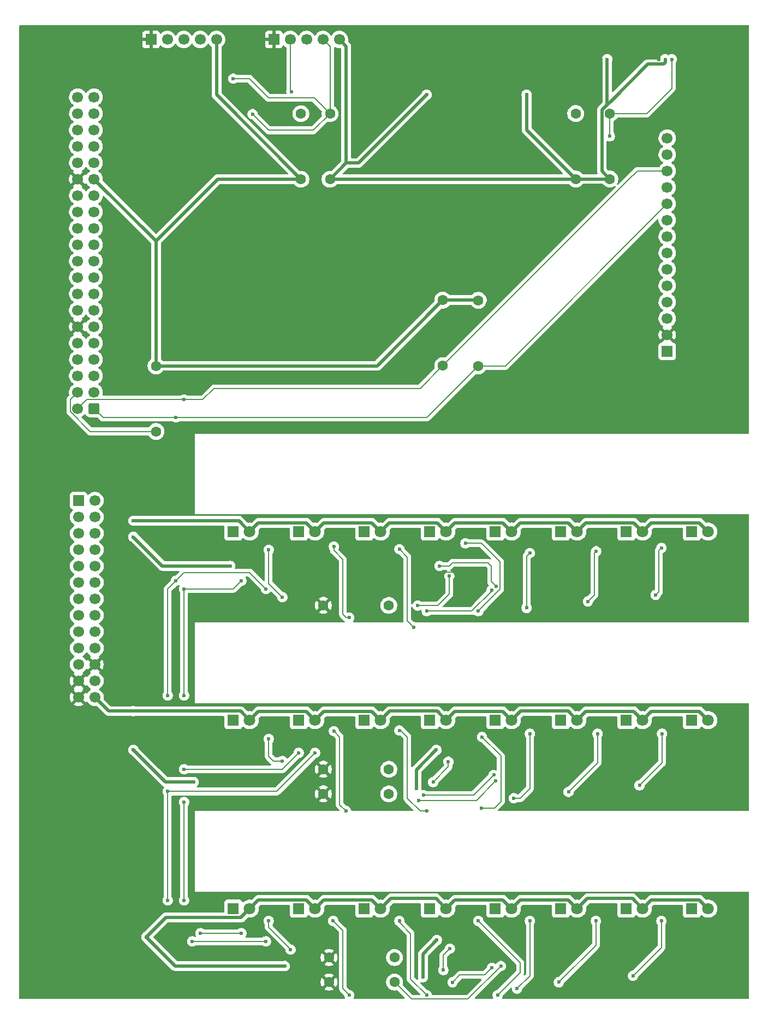
<source format=gbr>
%TF.GenerationSoftware,KiCad,Pcbnew,9.0.5*%
%TF.CreationDate,2025-12-13T23:57:35-06:00*%
%TF.ProjectId,Sensor_Board,53656e73-6f72-45f4-926f-6172642e6b69,rev?*%
%TF.SameCoordinates,Original*%
%TF.FileFunction,Copper,L2,Bot*%
%TF.FilePolarity,Positive*%
%FSLAX46Y46*%
G04 Gerber Fmt 4.6, Leading zero omitted, Abs format (unit mm)*
G04 Created by KiCad (PCBNEW 9.0.5) date 2025-12-13 23:57:35*
%MOMM*%
%LPD*%
G01*
G04 APERTURE LIST*
G04 Aperture macros list*
%AMRoundRect*
0 Rectangle with rounded corners*
0 $1 Rounding radius*
0 $2 $3 $4 $5 $6 $7 $8 $9 X,Y pos of 4 corners*
0 Add a 4 corners polygon primitive as box body*
4,1,4,$2,$3,$4,$5,$6,$7,$8,$9,$2,$3,0*
0 Add four circle primitives for the rounded corners*
1,1,$1+$1,$2,$3*
1,1,$1+$1,$4,$5*
1,1,$1+$1,$6,$7*
1,1,$1+$1,$8,$9*
0 Add four rect primitives between the rounded corners*
20,1,$1+$1,$2,$3,$4,$5,0*
20,1,$1+$1,$4,$5,$6,$7,0*
20,1,$1+$1,$6,$7,$8,$9,0*
20,1,$1+$1,$8,$9,$2,$3,0*%
G04 Aperture macros list end*
%TA.AperFunction,ComponentPad*%
%ADD10R,1.800000X1.800000*%
%TD*%
%TA.AperFunction,ComponentPad*%
%ADD11C,1.800000*%
%TD*%
%TA.AperFunction,ComponentPad*%
%ADD12R,1.700000X1.700000*%
%TD*%
%TA.AperFunction,ComponentPad*%
%ADD13C,1.700000*%
%TD*%
%TA.AperFunction,ComponentPad*%
%ADD14C,1.600000*%
%TD*%
%TA.AperFunction,ComponentPad*%
%ADD15RoundRect,0.250000X0.600000X0.600000X-0.600000X0.600000X-0.600000X-0.600000X0.600000X-0.600000X0*%
%TD*%
%TA.AperFunction,ViaPad*%
%ADD16C,0.600000*%
%TD*%
%TA.AperFunction,Conductor*%
%ADD17C,0.200000*%
%TD*%
%TA.AperFunction,Conductor*%
%ADD18C,0.500000*%
%TD*%
G04 APERTURE END LIST*
D10*
%TO.P,D15,1,K*%
%TO.N,Net-(D15-K)*%
X124460000Y-135890000D03*
D11*
%TO.P,D15,2,A*%
%TO.N,+3.3V*%
X127000000Y-135890000D03*
%TD*%
D10*
%TO.P,D13,1,K*%
%TO.N,Net-(D13-K)*%
X104140000Y-135890000D03*
D11*
%TO.P,D13,2,A*%
%TO.N,+3.3V*%
X106680000Y-135890000D03*
%TD*%
D10*
%TO.P,D24,1,K*%
%TO.N,Net-(D24-K)*%
X134620000Y-165100000D03*
D11*
%TO.P,D24,2,A*%
%TO.N,+3.3V*%
X137160000Y-165100000D03*
%TD*%
D10*
%TO.P,D3,1,K*%
%TO.N,Net-(D3-K)*%
X83820000Y-106680000D03*
D11*
%TO.P,D3,2,A*%
%TO.N,+3.3V*%
X86360000Y-106680000D03*
%TD*%
D12*
%TO.P,J1,1,Pin_1*%
%TO.N,GPIO2 (AB21) (V9)*%
X39500000Y-101880000D03*
D13*
%TO.P,J1,2,Pin_2*%
%TO.N,GPIO4 (AC21) (V8)*%
X42040000Y-101880000D03*
%TO.P,J1,3,Pin_3*%
%TO.N,GPIO6 (AD21) (V7)*%
X39500000Y-104420000D03*
%TO.P,J1,4,Pin_4*%
%TO.N,GPIO5 (Y16) (W8)*%
X42040000Y-104420000D03*
%TO.P,J1,5,Pin_5*%
%TO.N,GPIO8 (AD15) (W6)*%
X39500000Y-106960000D03*
%TO.P,J1,6,Pin_6*%
%TO.N,GPIO7 (AE16) (W7)*%
X42040000Y-106960000D03*
%TO.P,J1,7,Pin_7*%
%TO.N,GPIO10 (AC19) (W5)*%
X39500000Y-109500000D03*
%TO.P,J1,8,Pin_8*%
%TO.N,GPIO9 (AE15) (V5)*%
X42040000Y-109500000D03*
%TO.P,J1,9,Pin_9*%
%TO.N,GPIO12 (AD19) (AA14)*%
X39500000Y-112040000D03*
%TO.P,J1,10,Pin_10*%
%TO.N,GPIO11 (AF16) (AA15)*%
X42040000Y-112040000D03*
%TO.P,J1,11,Pin_11*%
%TO.N,GPIO14 (AF24) (W12)*%
X39500000Y-114580000D03*
%TO.P,J1,12,Pin_12*%
%TO.N,GPIO13 (AF15) (W13)*%
X42040000Y-114580000D03*
%TO.P,J1,13,Pin_13*%
%TO.N,GPIO16 (AF25) (AB12)*%
X39500000Y-117120000D03*
%TO.P,J1,14,Pin_14*%
%TO.N,GPIO15 (AE21) (AB13)*%
X42040000Y-117120000D03*
%TO.P,J1,15,Pin_15*%
%TO.N,GPIO18 (AE22) (AB11)*%
X39500000Y-119660000D03*
%TO.P,J1,16,Pin_16*%
%TO.N,GPIO17 (AC22) (Y11)*%
X42040000Y-119660000D03*
%TO.P,J1,17,Pin_17*%
%TO.N,GPIO20 (AF22) (AB10)*%
X39500000Y-122200000D03*
%TO.P,J1,18,Pin_18*%
%TO.N,GPIO19 (AF21) (W11)*%
X42040000Y-122200000D03*
%TO.P,J1,19,Pin_19*%
%TO.N,GPIO26 (AG22) (AA7)*%
X39500000Y-124740000D03*
%TO.P,J1,20,Pin_20*%
%TO.N,GPIO21 (AD22) (AA10)*%
X42040000Y-124740000D03*
%TO.P,J1,21,Pin_21*%
%TO.N,GPIO28 (AH22) (AA6)*%
X39500000Y-127280000D03*
%TO.P,J1,22,Pin_22*%
%TO.N,GND*%
X42040000Y-127280000D03*
%TO.P,J1,23,Pin_23*%
X39500000Y-129820000D03*
%TO.P,J1,24,Pin_24*%
%TO.N,+5V*%
X42040000Y-129820000D03*
%TO.P,J1,25,Pin_25*%
%TO.N,GND*%
X39500000Y-132360000D03*
%TO.P,J1,26,Pin_26*%
%TO.N,+3.3V*%
X42040000Y-132360000D03*
%TD*%
D10*
%TO.P,D8,1,K*%
%TO.N,Net-(D8-K)*%
X134620000Y-106680000D03*
D11*
%TO.P,D8,2,A*%
%TO.N,+3.3V*%
X137160000Y-106680000D03*
%TD*%
D10*
%TO.P,D11,1,K*%
%TO.N,Net-(D11-K)*%
X83820000Y-135890000D03*
D11*
%TO.P,D11,2,A*%
%TO.N,+3.3V*%
X86360000Y-135890000D03*
%TD*%
D10*
%TO.P,D16,1,K*%
%TO.N,Net-(D16-K)*%
X134620000Y-135890000D03*
D11*
%TO.P,D16,2,A*%
%TO.N,+3.3V*%
X137160000Y-135890000D03*
%TD*%
D12*
%TO.P,BREAKOUT_GARDEN_1,1,GND*%
%TO.N,GND*%
X50746260Y-30432550D03*
D13*
%TO.P,BREAKOUT_GARDEN_1,2,INT*%
%TO.N,GPIO32 (AF20) (AB3)*%
X53286260Y-30432550D03*
%TO.P,BREAKOUT_GARDEN_1,3,SCL*%
%TO.N,GPIO34 (AH23) (AB2)*%
X55826260Y-30432550D03*
%TO.P,BREAKOUT_GARDEN_1,4,SDA*%
%TO.N,GPIO35 (AG26) (AA2)*%
X58366260Y-30432550D03*
%TO.P,BREAKOUT_GARDEN_1,5,VCC*%
%TO.N,+3.3V*%
X60906260Y-30432550D03*
%TD*%
D14*
%TO.P,R33,1*%
%TO.N,Net-(U3-ADDR_COMM)*%
X88502840Y-176485623D03*
%TO.P,R33,2*%
%TO.N,GND*%
X78342840Y-176485623D03*
%TD*%
D15*
%TO.P,J2,1,Pin_1*%
%TO.N,GPIO0 (AB22) (V10)*%
X41910000Y-87630000D03*
D13*
%TO.P,J2,2,Pin_2*%
%TO.N,GPIO1 (AC15) (W10)*%
X39370000Y-87630000D03*
%TO.P,J2,3,Pin_3*%
%TO.N,GPIO2 (AB21) (V9)*%
X41910000Y-85090000D03*
%TO.P,J2,4,Pin_4*%
%TO.N,GPIO3 (Y17) (W9)*%
X39370000Y-85090000D03*
%TO.P,J2,5,Pin_5*%
%TO.N,GPIO4 (AC21) (V8)*%
X41910000Y-82550000D03*
%TO.P,J2,6,Pin_6*%
%TO.N,GPIO5 (Y16) (W8)*%
X39370000Y-82550000D03*
%TO.P,J2,7,Pin_7*%
%TO.N,GPIO6 (AD21) (V7)*%
X41910000Y-80010000D03*
%TO.P,J2,8,Pin_8*%
%TO.N,GPIO7 (AE16) (W7)*%
X39370000Y-80010000D03*
%TO.P,J2,9,Pin_9*%
%TO.N,GPIO8 (AD15) (W6)*%
X41910000Y-77470000D03*
%TO.P,J2,10,Pin_10*%
%TO.N,GPIO9 (AE15) (V5)*%
X39370000Y-77470000D03*
%TO.P,J2,11,Pin_11*%
%TO.N,+5V*%
X41910000Y-74930000D03*
%TO.P,J2,12,Pin_12*%
%TO.N,GND*%
X39370000Y-74930000D03*
%TO.P,J2,13,Pin_13*%
%TO.N,GPIO10 (AC19) (W5)*%
X41910000Y-72390000D03*
%TO.P,J2,14,Pin_14*%
%TO.N,GPIO11 (AF16) (AA15)*%
X39370000Y-72390000D03*
%TO.P,J2,15,Pin_15*%
%TO.N,GPIO12 (AD19) (AA14)*%
X41910000Y-69850000D03*
%TO.P,J2,16,Pin_16*%
%TO.N,GPIO13 (AF15) (W13)*%
X39370000Y-69850000D03*
%TO.P,J2,17,Pin_17*%
%TO.N,GPIO14 (AF24) (W12)*%
X41910000Y-67310000D03*
%TO.P,J2,18,Pin_18*%
%TO.N,GPIO15 (AE21) (AB13)*%
X39370000Y-67310000D03*
%TO.P,J2,19,Pin_19*%
%TO.N,GPIO16 (AF25) (AB12)*%
X41910000Y-64770000D03*
%TO.P,J2,20,Pin_20*%
%TO.N,GPIO17 (AC22) (Y11)*%
X39370000Y-64770000D03*
%TO.P,J2,21,Pin_21*%
%TO.N,GPIO18 (AE22) (AB11)*%
X41910000Y-62230000D03*
%TO.P,J2,22,Pin_22*%
%TO.N,GPIO19 (AF21) (W11)*%
X39370000Y-62230000D03*
%TO.P,J2,23,Pin_23*%
%TO.N,GPIO20 (AF22) (AB10)*%
X41910000Y-59690000D03*
%TO.P,J2,24,Pin_24*%
%TO.N,GPIO21 (AD22) (AA10)*%
X39370000Y-59690000D03*
%TO.P,J2,25,Pin_25*%
%TO.N,GPIO22 (AG25) (AA9)*%
X41910000Y-57150000D03*
%TO.P,J2,26,Pin_26*%
%TO.N,GPIO23 (AD25) (Y8)*%
X39370000Y-57150000D03*
%TO.P,J2,27,Pin_27*%
%TO.N,GPIO24 (AH25) (AA8)*%
X41910000Y-54610000D03*
%TO.P,J2,28,Pin_28*%
%TO.N,GPIO25 (AE25) (Y7)*%
X39370000Y-54610000D03*
%TO.P,J2,29,Pin_29*%
%TO.N,+3.3V*%
X41910000Y-52070000D03*
%TO.P,J2,30,Pin_30*%
%TO.N,GND*%
X39370000Y-52070000D03*
%TO.P,J2,31,Pin_31*%
%TO.N,GPIO26 (AG22) (AA7)*%
X41910000Y-49530000D03*
%TO.P,J2,32,Pin_32*%
%TO.N,GPIO27 (AE24) (Y6)*%
X39370000Y-49530000D03*
%TO.P,J2,33,Pin_33*%
%TO.N,GPIO28 (AH22) (AA6)*%
X41910000Y-46990000D03*
%TO.P,J2,34,Pin_34*%
%TO.N,GPIO29 (AF26) (Y5)*%
X39370000Y-46990000D03*
%TO.P,J2,35,Pin_35*%
%TO.N,GPIO30 (AE20) (AA5)*%
X41910000Y-44450000D03*
%TO.P,J2,36,Pin_36*%
%TO.N,GPIO31 (AG23) (Y4)*%
X39370000Y-44450000D03*
%TO.P,J2,37,Pin_37*%
%TO.N,GPIO32 (AF20) (AB3)*%
X41910000Y-41910000D03*
%TO.P,J2,38,Pin_38*%
%TO.N,GPIO33 (AH26) (Y3)*%
X39370000Y-41910000D03*
%TO.P,J2,39,Pin_39*%
%TO.N,GPIO34 (AH23) (AB2)*%
X41910000Y-39370000D03*
%TO.P,J2,40,Pin_40*%
%TO.N,GPIO35 (AG26) (AA2)*%
X39370000Y-39370000D03*
%TD*%
D10*
%TO.P,D4,1,K*%
%TO.N,Net-(D4-K)*%
X93980000Y-106680000D03*
D11*
%TO.P,D4,2,A*%
%TO.N,+3.3V*%
X96520000Y-106680000D03*
%TD*%
D14*
%TO.P,R34,1*%
%TO.N,Net-(U1-WAKE{slash}SPI_MOSI)*%
X87630000Y-118110000D03*
%TO.P,R34,2*%
%TO.N,GND*%
X77470000Y-118110000D03*
%TD*%
D10*
%TO.P,D19,1,K*%
%TO.N,Net-(D19-K)*%
X83820000Y-165100000D03*
D11*
%TO.P,D19,2,A*%
%TO.N,+3.3V*%
X86360000Y-165100000D03*
%TD*%
D10*
%TO.P,D14,1,K*%
%TO.N,Net-(D14-K)*%
X114300000Y-135890000D03*
D11*
%TO.P,D14,2,A*%
%TO.N,+3.3V*%
X116840000Y-135890000D03*
%TD*%
D10*
%TO.P,D18,1,K*%
%TO.N,Net-(D18-K)*%
X73660000Y-165100000D03*
D11*
%TO.P,D18,2,A*%
%TO.N,+3.3V*%
X76200000Y-165100000D03*
%TD*%
D14*
%TO.P,R5,1*%
%TO.N,+3.3V*%
X116605064Y-52050725D03*
%TO.P,R5,2*%
%TO.N,GPIO30 (AE20) (AA5)*%
X116605064Y-41890725D03*
%TD*%
%TO.P,R6,1*%
%TO.N,+3.3V*%
X121920000Y-52050725D03*
%TO.P,R6,2*%
%TO.N,GPIO31 (AG23) (Y4)*%
X121920000Y-41890725D03*
%TD*%
%TO.P,R32,1*%
%TO.N,Net-(U2-ADDR_COMM)*%
X87630000Y-147320000D03*
%TO.P,R32,2*%
%TO.N,GND*%
X77470000Y-147320000D03*
%TD*%
%TO.P,R2,1*%
%TO.N,+3.3V*%
X95985669Y-70825935D03*
%TO.P,R2,2*%
%TO.N,GPIO1 (AC15) (W10)*%
X95985669Y-80985935D03*
%TD*%
D10*
%TO.P,D6,1,K*%
%TO.N,Net-(D6-K)*%
X114300000Y-106680000D03*
D11*
%TO.P,D6,2,A*%
%TO.N,+3.3V*%
X116840000Y-106680000D03*
%TD*%
D14*
%TO.P,R31,1*%
%TO.N,+3.3V*%
X51500000Y-81000000D03*
%TO.P,R31,2*%
%TO.N,GPIO3 (Y17) (W9)*%
X51500000Y-91160000D03*
%TD*%
D10*
%TO.P,D7,1,K*%
%TO.N,Net-(D7-K)*%
X124460000Y-106680000D03*
D11*
%TO.P,D7,2,A*%
%TO.N,+3.3V*%
X127000000Y-106680000D03*
%TD*%
D10*
%TO.P,D21,1,K*%
%TO.N,Net-(D21-K)*%
X104140000Y-165100000D03*
D11*
%TO.P,D21,2,A*%
%TO.N,+3.3V*%
X106680000Y-165100000D03*
%TD*%
D14*
%TO.P,R4,1*%
%TO.N,+3.3V*%
X78500000Y-52080000D03*
%TO.P,R4,2*%
%TO.N,GPIO35 (AG26) (AA2)*%
X78500000Y-41920000D03*
%TD*%
%TO.P,R35,1*%
%TO.N,Net-(U2-WAKE{slash}SPI_MOSI)*%
X87630000Y-143510000D03*
%TO.P,R35,2*%
%TO.N,GND*%
X77470000Y-143510000D03*
%TD*%
%TO.P,R3,1*%
%TO.N,+3.3V*%
X74000000Y-52080000D03*
%TO.P,R3,2*%
%TO.N,GPIO34 (AH23) (AB2)*%
X74000000Y-41920000D03*
%TD*%
%TO.P,R36,1*%
%TO.N,Net-(U3-WAKE{slash}SPI_MOSI)*%
X88502840Y-172675623D03*
%TO.P,R36,2*%
%TO.N,GND*%
X78342840Y-172675623D03*
%TD*%
D10*
%TO.P,D17,1,K*%
%TO.N,Net-(D17-K)*%
X63500000Y-165100000D03*
D11*
%TO.P,D17,2,A*%
%TO.N,+3.3V*%
X66040000Y-165100000D03*
%TD*%
D14*
%TO.P,R1,1*%
%TO.N,+3.3V*%
X101500000Y-70840000D03*
%TO.P,R1,2*%
%TO.N,GPIO0 (AB22) (V10)*%
X101500000Y-81000000D03*
%TD*%
D10*
%TO.P,D5,1,K*%
%TO.N,Net-(D5-K)*%
X104140000Y-106680000D03*
D11*
%TO.P,D5,2,A*%
%TO.N,+3.3V*%
X106680000Y-106680000D03*
%TD*%
D12*
%TO.P,U4,1,VCC*%
%TO.N,+5V*%
X130810000Y-78740000D03*
D13*
%TO.P,U4,2,GND*%
%TO.N,GND*%
X130810000Y-76200000D03*
%TO.P,U4,3,LCD_CS*%
%TO.N,GPIO22 (AG25) (AA9)*%
X130810000Y-73660000D03*
%TO.P,U4,4,LCD_RST*%
%TO.N,GPIO23 (AD25) (Y8)*%
X130810000Y-71120000D03*
%TO.P,U4,5,LCD_DC*%
%TO.N,/LCD 240X320/LCD_RS*%
X130810000Y-68580000D03*
%TO.P,U4,6,SPI_MOSI*%
%TO.N,GPIO24 (AH25) (AA8)*%
X130810000Y-66040000D03*
%TO.P,U4,7,SPI_SCK*%
%TO.N,GPIO25 (AE25) (Y7)*%
X130810000Y-63500000D03*
%TO.P,U4,8,LED*%
%TO.N,unconnected-(U4-LED-Pad8)*%
X130810000Y-60960000D03*
%TO.P,U4,9,MISO*%
%TO.N,GPIO27 (AE24) (Y6)*%
X130810000Y-58420000D03*
%TO.P,U4,10,SCL*%
%TO.N,GPIO0 (AB22) (V10)*%
X130810000Y-55880000D03*
%TO.P,U4,11,CTP_RST*%
%TO.N,unconnected-(U4-CTP_RST-Pad11)*%
X130810000Y-53340000D03*
%TO.P,U4,12,SDA*%
%TO.N,GPIO1 (AC15) (W10)*%
X130810000Y-50800000D03*
%TO.P,U4,13,CTP_INT*%
%TO.N,/LCD 240X320/CTP_INT*%
X130810000Y-48260000D03*
%TO.P,U4,14,SD_CS*%
%TO.N,GPIO29 (AF26) (Y5)*%
X130810000Y-45720000D03*
%TD*%
D10*
%TO.P,D23,1,K*%
%TO.N,Net-(D23-K)*%
X124460000Y-165100000D03*
D11*
%TO.P,D23,2,A*%
%TO.N,+3.3V*%
X127000000Y-165100000D03*
%TD*%
D10*
%TO.P,D10,1,K*%
%TO.N,Net-(D10-K)*%
X73660000Y-135890000D03*
D11*
%TO.P,D10,2,A*%
%TO.N,+3.3V*%
X76200000Y-135890000D03*
%TD*%
D10*
%TO.P,D9,1,K*%
%TO.N,Net-(D9-K)*%
X63500000Y-135890000D03*
D11*
%TO.P,D9,2,A*%
%TO.N,+3.3V*%
X66040000Y-135890000D03*
%TD*%
D12*
%TO.P,BREAKOUT_GARDEN_2,1,GND*%
%TO.N,GND*%
X69796260Y-30432550D03*
D13*
%TO.P,BREAKOUT_GARDEN_2,2,INT*%
%TO.N,GPIO33 (AH26) (Y3)*%
X72336260Y-30432550D03*
%TO.P,BREAKOUT_GARDEN_2,3,SCL*%
%TO.N,GPIO34 (AH23) (AB2)*%
X74876260Y-30432550D03*
%TO.P,BREAKOUT_GARDEN_2,4,SDA*%
%TO.N,GPIO35 (AG26) (AA2)*%
X77416260Y-30432550D03*
%TO.P,BREAKOUT_GARDEN_2,5,VCC*%
%TO.N,+3.3V*%
X79956260Y-30432550D03*
%TD*%
D10*
%TO.P,D22,1,K*%
%TO.N,Net-(D22-K)*%
X114300000Y-165100000D03*
D11*
%TO.P,D22,2,A*%
%TO.N,+3.3V*%
X116840000Y-165100000D03*
%TD*%
D10*
%TO.P,D1,1,K*%
%TO.N,Net-(D1-K)*%
X63500000Y-106680000D03*
D11*
%TO.P,D1,2,A*%
%TO.N,+3.3V*%
X66040000Y-106680000D03*
%TD*%
D10*
%TO.P,D20,1,K*%
%TO.N,Net-(D20-K)*%
X93980000Y-165100000D03*
D11*
%TO.P,D20,2,A*%
%TO.N,+3.3V*%
X96520000Y-165100000D03*
%TD*%
D10*
%TO.P,D12,1,K*%
%TO.N,Net-(D12-K)*%
X93980000Y-135890000D03*
D11*
%TO.P,D12,2,A*%
%TO.N,+3.3V*%
X96520000Y-135890000D03*
%TD*%
D10*
%TO.P,D2,1,K*%
%TO.N,Net-(D2-K)*%
X73660000Y-106680000D03*
D11*
%TO.P,D2,2,A*%
%TO.N,+3.3V*%
X76200000Y-106680000D03*
%TD*%
D16*
%TO.N,GPIO3 (Y17) (W9)*%
X103603049Y-174261304D03*
X97509059Y-176509059D03*
X92263827Y-148310482D03*
X103574527Y-115743295D03*
X104210418Y-145307756D03*
X93500000Y-119000000D03*
%TO.N,+3.3V*%
X91896680Y-146478310D03*
X93500000Y-39000000D03*
X109000000Y-39000000D03*
X92928625Y-175726734D03*
X121500000Y-33500000D03*
X104278393Y-115196763D03*
X63000000Y-112000000D03*
X50000000Y-169500000D03*
X48000000Y-140500000D03*
X71500000Y-174000000D03*
X48000000Y-107500000D03*
X130500000Y-33500000D03*
X95000000Y-140500000D03*
X95080161Y-169968744D03*
X57372292Y-145500000D03*
X48000000Y-134500000D03*
X48000000Y-105000000D03*
X95500000Y-112000000D03*
%TO.N,GND*%
X95080161Y-171868744D03*
X59500000Y-34500000D03*
X100306699Y-143473983D03*
X129500000Y-33500000D03*
X62500000Y-34500000D03*
X95500000Y-39000000D03*
X111000000Y-40000000D03*
X100306699Y-172713825D03*
X59500000Y-33500000D03*
X95000000Y-142450000D03*
X100306699Y-114290371D03*
X95500000Y-40000000D03*
X111000000Y-39000000D03*
X62500000Y-33500000D03*
X95500000Y-113900000D03*
X120500000Y-33500000D03*
%TO.N,GPIO35 (AG26) (AA2)*%
X66500000Y-42000000D03*
X63500000Y-36500000D03*
%TO.N,GPIO31 (AG23) (Y4)*%
X121920000Y-45420000D03*
X131500000Y-33500000D03*
%TO.N,GPIO1 (AC15) (W10)*%
X55880000Y-143510000D03*
X73660000Y-140970000D03*
X55880000Y-115570000D03*
X55880000Y-86241000D03*
X55880000Y-163830000D03*
X64770000Y-114300000D03*
X55880000Y-148590000D03*
X58420000Y-168910000D03*
X55880000Y-132080000D03*
X64770000Y-168910000D03*
%TO.N,GPIO0 (AB22) (V10)*%
X54610000Y-114300000D03*
X68580000Y-170180000D03*
X53340000Y-132080000D03*
X76200000Y-140970000D03*
X53340000Y-163830000D03*
X57150000Y-170180000D03*
X53340000Y-146951375D03*
X54610000Y-89000000D03*
X68580000Y-115570000D03*
%TO.N,GPIO33 (AH26) (Y3)*%
X72500000Y-38500000D03*
%TO.N,Net-(U3-ADDR_COMM)*%
X105000000Y-174000000D03*
%TO.N,Net-(U1-WAKE{slash}SPI_MOSI)*%
X92096909Y-118136639D03*
X97000000Y-113547278D03*
%TO.N,Net-(U2-WAKE{slash}SPI_MOSI)*%
X96860511Y-142328793D03*
X94500000Y-145500000D03*
%TO.N,Net-(U3-WAKE{slash}SPI_MOSI)*%
X97092221Y-171295504D03*
X96080642Y-174624211D03*
%TO.N,Net-(U2-ADDR_COMM)*%
X93000000Y-147500000D03*
X103900630Y-144400630D03*
%TO.N,/3xCAP1188/LED1.3*%
X81500000Y-120000000D03*
X79097500Y-109000000D03*
%TO.N,/3xCAP1188/LED1.4*%
X91500000Y-121500000D03*
X89258933Y-109400000D03*
%TO.N,/3xCAP1188/LED1.2*%
X71120000Y-116840000D03*
X69000000Y-109500000D03*
%TO.N,/3xCAP1188/LED1.7*%
X119781932Y-109733146D03*
X118500000Y-117500000D03*
%TO.N,/3xCAP1188/LED1.5*%
X101500000Y-119000000D03*
X99500000Y-108500000D03*
%TO.N,/3xCAP1188/LED1.6*%
X109500000Y-110000000D03*
X109000000Y-118500000D03*
%TO.N,/3xCAP1188/LED1.8*%
X129897500Y-109203500D03*
X129000000Y-116500000D03*
%TO.N,/3xCAP1188/LED2.5*%
X102073257Y-138512269D03*
X102000000Y-149500000D03*
%TO.N,/3xCAP1188/LED2.6*%
X107000000Y-148000000D03*
X109500000Y-138000000D03*
%TO.N,/3xCAP1188/LED2.4*%
X93500000Y-150000000D03*
X89257500Y-137500000D03*
%TO.N,/3xCAP1188/LED2.7*%
X115500000Y-147000000D03*
X120000000Y-138000000D03*
%TO.N,/3xCAP1188/LED2.2*%
X71120000Y-142240000D03*
X69000000Y-138818706D03*
%TO.N,/3xCAP1188/LED2.8*%
X126500000Y-146000000D03*
X130000000Y-138000000D03*
%TO.N,/3xCAP1188/LED2.3*%
X79097500Y-137597500D03*
X81000000Y-150000000D03*
%TO.N,/3xCAP1188/LED3.5*%
X104500000Y-178500000D03*
X101500000Y-167000000D03*
%TO.N,/3xCAP1188/LED3.6*%
X107500000Y-177500000D03*
X109500000Y-167000000D03*
%TO.N,/3xCAP1188/LED3.8*%
X129897500Y-167000000D03*
X125500000Y-175500000D03*
%TO.N,/3xCAP1188/LED3.7*%
X119737500Y-167000000D03*
X114000000Y-176500000D03*
%TO.N,/3xCAP1188/LED3.3*%
X79000000Y-167000000D03*
X81500000Y-178500000D03*
%TO.N,/3xCAP1188/LED3.2*%
X72390000Y-171450000D03*
X69000000Y-167000000D03*
%TO.N,/3xCAP1188/LED3.4*%
X93500000Y-178500000D03*
X89257500Y-167000000D03*
%TD*%
D17*
%TO.N,GPIO3 (Y17) (W9)*%
X98633495Y-175384623D02*
X97509059Y-176509059D01*
X93500000Y-119000000D02*
X100500000Y-119000000D01*
X39370000Y-85090000D02*
X38219000Y-86241000D01*
X97509059Y-176509059D02*
X97416774Y-176601344D01*
X102479730Y-175384623D02*
X103603049Y-174261304D01*
X41272240Y-91160000D02*
X51500000Y-91160000D01*
X101207692Y-148310482D02*
X104210418Y-145307756D01*
X92263827Y-148310482D02*
X101207692Y-148310482D01*
X38219000Y-86241000D02*
X38219000Y-88106760D01*
X103574527Y-115743295D02*
X103574527Y-115925473D01*
X103574527Y-115925473D02*
X100500000Y-119000000D01*
X38219000Y-88106760D02*
X41272240Y-91160000D01*
X102479730Y-175384623D02*
X98633495Y-175384623D01*
D18*
%TO.N,+3.3V*%
X135809000Y-105329000D02*
X137160000Y-106680000D01*
X121500000Y-40500000D02*
X121520772Y-40520772D01*
X85811604Y-81000000D02*
X95985669Y-70825935D01*
X116605064Y-52050725D02*
X109000000Y-44445661D01*
X127000000Y-165100000D02*
X128351000Y-163749000D01*
X78500000Y-52080000D02*
X116575789Y-52080000D01*
X53049000Y-166451000D02*
X64770000Y-166451000D01*
X48000000Y-105000000D02*
X64360000Y-105000000D01*
X86360000Y-165100000D02*
X87960000Y-163500000D01*
X97871000Y-163749000D02*
X105329000Y-163749000D01*
X105329000Y-134539000D02*
X106680000Y-135890000D01*
X128351000Y-163749000D02*
X135809000Y-163749000D01*
X101485935Y-70825935D02*
X101500000Y-70840000D01*
X128351000Y-134539000D02*
X135809000Y-134539000D01*
X125649000Y-134539000D02*
X127000000Y-135890000D01*
X130500000Y-34000000D02*
X130500000Y-33500000D01*
X128351000Y-105329000D02*
X135809000Y-105329000D01*
X51500000Y-61660000D02*
X41910000Y-52070000D01*
X51500000Y-61660000D02*
X51500000Y-81000000D01*
X77551000Y-134539000D02*
X85009000Y-134539000D01*
X64650000Y-134500000D02*
X66040000Y-135890000D01*
X64360000Y-105000000D02*
X66040000Y-106680000D01*
X77551000Y-163749000D02*
X85009000Y-163749000D01*
X66040000Y-135890000D02*
X67391000Y-134539000D01*
X116575789Y-52080000D02*
X116605064Y-52050725D01*
X48000000Y-107500000D02*
X52500000Y-112000000D01*
X44180000Y-134500000D02*
X42040000Y-132360000D01*
X116840000Y-106680000D02*
X118191000Y-105329000D01*
X67391000Y-134539000D02*
X74849000Y-134539000D01*
X48000000Y-140500000D02*
X53000000Y-145500000D01*
X94920000Y-163500000D02*
X96520000Y-165100000D01*
D17*
X103500000Y-112000000D02*
X103000000Y-111500000D01*
D18*
X120669000Y-50799725D02*
X120669000Y-41372543D01*
X87960000Y-163500000D02*
X94920000Y-163500000D01*
X76200000Y-135890000D02*
X77551000Y-134539000D01*
X87711000Y-105329000D02*
X95169000Y-105329000D01*
X51500000Y-61660000D02*
X61090000Y-52070000D01*
X53000000Y-145500000D02*
X57372292Y-145500000D01*
X48000000Y-134500000D02*
X44180000Y-134500000D01*
X74849000Y-105329000D02*
X76200000Y-106680000D01*
X52500000Y-112000000D02*
X63000000Y-112000000D01*
X135809000Y-163749000D02*
X137160000Y-165100000D01*
X105329000Y-105329000D02*
X106680000Y-106680000D01*
X82920000Y-49580000D02*
X93500000Y-39000000D01*
X121500000Y-33500000D02*
X121500000Y-40500000D01*
X106680000Y-165100000D02*
X108031000Y-163749000D01*
X81000000Y-49580000D02*
X82920000Y-49580000D01*
X87750000Y-134500000D02*
X95130000Y-134500000D01*
X67391000Y-105329000D02*
X74849000Y-105329000D01*
X76200000Y-106680000D02*
X77551000Y-105329000D01*
X76200000Y-165100000D02*
X77551000Y-163749000D01*
X116840000Y-135890000D02*
X118191000Y-134539000D01*
X78500000Y-52080000D02*
X81000000Y-49580000D01*
X122020772Y-40020772D02*
X127790543Y-34251000D01*
X108070000Y-134500000D02*
X115450000Y-134500000D01*
X135809000Y-134539000D02*
X137160000Y-135890000D01*
X66040000Y-106680000D02*
X67391000Y-105329000D01*
D17*
X97000000Y-112000000D02*
X95500000Y-112000000D01*
D18*
X109000000Y-44445661D02*
X109000000Y-39000000D01*
X121920000Y-52050725D02*
X120669000Y-50799725D01*
X97871000Y-105329000D02*
X105329000Y-105329000D01*
X81000000Y-49580000D02*
X81000000Y-31476290D01*
X116605064Y-52050725D02*
X121920000Y-52050725D01*
X125400000Y-163500000D02*
X127000000Y-165100000D01*
X97871000Y-134539000D02*
X105329000Y-134539000D01*
X127000000Y-106680000D02*
X128351000Y-105329000D01*
X61100000Y-52080000D02*
X74000000Y-52080000D01*
X64689000Y-166451000D02*
X66040000Y-165100000D01*
X50000000Y-169500000D02*
X53049000Y-166451000D01*
D17*
X104278393Y-115196763D02*
X103500000Y-114418370D01*
D18*
X95169000Y-105329000D02*
X96520000Y-106680000D01*
X118191000Y-134539000D02*
X125649000Y-134539000D01*
X108031000Y-163749000D02*
X115489000Y-163749000D01*
X106680000Y-135890000D02*
X108070000Y-134500000D01*
X74849000Y-134539000D02*
X76200000Y-135890000D01*
X81000000Y-31476290D02*
X79956260Y-30432550D01*
X120669000Y-41372543D02*
X121520772Y-40520772D01*
X60906260Y-38986260D02*
X60906260Y-30432550D01*
X106680000Y-106680000D02*
X108031000Y-105329000D01*
X108031000Y-105329000D02*
X115489000Y-105329000D01*
X67391000Y-163749000D02*
X74849000Y-163749000D01*
X51500000Y-81000000D02*
X85811604Y-81000000D01*
X130249000Y-34251000D02*
X130500000Y-34000000D01*
X105329000Y-163749000D02*
X106680000Y-165100000D01*
X91896680Y-146478310D02*
X91896680Y-143603320D01*
X74849000Y-163749000D02*
X76200000Y-165100000D01*
X115489000Y-105329000D02*
X116840000Y-106680000D01*
X50000000Y-169500000D02*
X54500000Y-174000000D01*
X91896680Y-143603320D02*
X95000000Y-140500000D01*
D17*
X103500000Y-114418370D02*
X103500000Y-112000000D01*
D18*
X95985669Y-70825935D02*
X101485935Y-70825935D01*
X95130000Y-134500000D02*
X96520000Y-135890000D01*
X125649000Y-105329000D02*
X127000000Y-106680000D01*
X85009000Y-105329000D02*
X86360000Y-106680000D01*
X127790543Y-34251000D02*
X130249000Y-34251000D01*
X118440000Y-163500000D02*
X125400000Y-163500000D01*
D17*
X97500000Y-111500000D02*
X97000000Y-112000000D01*
D18*
X74000000Y-52080000D02*
X60906260Y-38986260D01*
D17*
X103000000Y-111500000D02*
X97500000Y-111500000D01*
D18*
X96520000Y-106680000D02*
X97871000Y-105329000D01*
X96520000Y-165100000D02*
X97871000Y-163749000D01*
X85009000Y-163749000D02*
X86360000Y-165100000D01*
X121520772Y-40520772D02*
X122020772Y-40020772D01*
X92928625Y-172120280D02*
X95080161Y-169968744D01*
X48000000Y-134500000D02*
X64650000Y-134500000D01*
X86360000Y-106680000D02*
X87711000Y-105329000D01*
X86360000Y-135890000D02*
X87750000Y-134500000D01*
X96520000Y-135890000D02*
X97871000Y-134539000D01*
X66040000Y-165100000D02*
X67391000Y-163749000D01*
X54500000Y-174000000D02*
X71500000Y-174000000D01*
X85009000Y-134539000D02*
X86360000Y-135890000D01*
X92928625Y-175726734D02*
X92928625Y-172120280D01*
X61090000Y-52070000D02*
X61100000Y-52080000D01*
X115450000Y-134500000D02*
X116840000Y-135890000D01*
X127000000Y-135890000D02*
X128351000Y-134539000D01*
X115489000Y-163749000D02*
X116840000Y-165100000D01*
X118191000Y-105329000D02*
X125649000Y-105329000D01*
X77551000Y-105329000D02*
X85009000Y-105329000D01*
X116840000Y-165100000D02*
X118440000Y-163500000D01*
D17*
%TO.N,GND*%
X96453722Y-112946278D02*
X98962606Y-112946278D01*
X95500000Y-113900000D02*
X96453722Y-112946278D01*
X98962606Y-112946278D02*
X100306699Y-114290371D01*
%TO.N,GPIO35 (AG26) (AA2)*%
X66000000Y-36500000D02*
X69000000Y-39500000D01*
X69000000Y-44500000D02*
X75920000Y-44500000D01*
X76080000Y-39500000D02*
X78500000Y-41920000D01*
X78500000Y-31516290D02*
X77416260Y-30432550D01*
X63500000Y-36500000D02*
X66000000Y-36500000D01*
X66500000Y-42000000D02*
X69000000Y-44500000D01*
X78500000Y-41920000D02*
X78500000Y-31516290D01*
X75920000Y-44500000D02*
X78500000Y-41920000D01*
X69000000Y-39500000D02*
X76080000Y-39500000D01*
%TO.N,GPIO31 (AG23) (Y4)*%
X121920000Y-41890725D02*
X127609275Y-41890725D01*
X127609275Y-41890725D02*
X131000000Y-38500000D01*
X131000000Y-38500000D02*
X131500000Y-38000000D01*
X131500000Y-38000000D02*
X131500000Y-33500000D01*
X121920000Y-45420000D02*
X121920000Y-41890725D01*
%TO.N,GPIO1 (AC15) (W10)*%
X58420000Y-168910000D02*
X64770000Y-168910000D01*
X73660000Y-140970000D02*
X71120000Y-143510000D01*
X63500000Y-115570000D02*
X64770000Y-114300000D01*
X95985669Y-80985935D02*
X125471604Y-51500000D01*
X125471604Y-51500000D02*
X125500000Y-51500000D01*
X55880000Y-115570000D02*
X63500000Y-115570000D01*
X71120000Y-143510000D02*
X55880000Y-143510000D01*
X55880000Y-86241000D02*
X58759000Y-86241000D01*
X55880000Y-115570000D02*
X55880000Y-132080000D01*
X60500000Y-84500000D02*
X92471604Y-84500000D01*
X58759000Y-86241000D02*
X60500000Y-84500000D01*
X125500000Y-51500000D02*
X126200000Y-50800000D01*
X39370000Y-87630000D02*
X40759000Y-86241000D01*
X55880000Y-148590000D02*
X55880000Y-163830000D01*
X126200000Y-50800000D02*
X130810000Y-50800000D01*
X92471604Y-84500000D02*
X95985669Y-80985935D01*
X40759000Y-86241000D02*
X55880000Y-86241000D01*
%TO.N,GPIO0 (AB22) (V10)*%
X93500000Y-89000000D02*
X54610000Y-89000000D01*
X53340000Y-146951375D02*
X70218625Y-146951375D01*
D18*
X101501924Y-81000000D02*
X101515989Y-81014065D01*
D17*
X55880000Y-113030000D02*
X66040000Y-113030000D01*
X105690000Y-81000000D02*
X130810000Y-55880000D01*
X43280000Y-89000000D02*
X41910000Y-87630000D01*
X53340000Y-115570000D02*
X53340000Y-132080000D01*
X101500000Y-81000000D02*
X93500000Y-89000000D01*
X54610000Y-89000000D02*
X43280000Y-89000000D01*
X53340000Y-146951375D02*
X53340000Y-163830000D01*
X57150000Y-170180000D02*
X68580000Y-170180000D01*
X54610000Y-114300000D02*
X53340000Y-115570000D01*
X101500000Y-81000000D02*
X105690000Y-81000000D01*
X54610000Y-114300000D02*
X55880000Y-113030000D01*
X70218625Y-146951375D02*
X76200000Y-140970000D01*
X66040000Y-113030000D02*
X68580000Y-115570000D01*
%TO.N,GPIO33 (AH26) (Y3)*%
X72336260Y-34836260D02*
X72336260Y-38336260D01*
X72336260Y-38336260D02*
X72500000Y-38500000D01*
X72336260Y-34836260D02*
X72336260Y-30432550D01*
%TO.N,Net-(U3-ADDR_COMM)*%
X91118217Y-179101000D02*
X88502840Y-176485623D01*
X99899000Y-179101000D02*
X91118217Y-179101000D01*
X105000000Y-174000000D02*
X99899000Y-179101000D01*
%TO.N,Net-(U1-WAKE{slash}SPI_MOSI)*%
X97000000Y-114000000D02*
X97000000Y-116360000D01*
X97000000Y-116360000D02*
X95223361Y-118136639D01*
X95223361Y-118136639D02*
X92096909Y-118136639D01*
X97000000Y-114000000D02*
X97000000Y-113547278D01*
%TO.N,Net-(U2-WAKE{slash}SPI_MOSI)*%
X94500000Y-145500000D02*
X96860511Y-143139489D01*
X96860511Y-143139489D02*
X96860511Y-142328793D01*
%TO.N,Net-(U3-WAKE{slash}SPI_MOSI)*%
X97092221Y-171295504D02*
X96080642Y-172307083D01*
X96080642Y-172307083D02*
X96080642Y-174624211D01*
%TO.N,Net-(U2-ADDR_COMM)*%
X100801260Y-147500000D02*
X103900630Y-144400630D01*
X93000000Y-147500000D02*
X100801260Y-147500000D01*
%TO.N,/3xCAP1188/LED1.3*%
X79097500Y-109597500D02*
X80500000Y-111000000D01*
X80500000Y-119500000D02*
X81000000Y-120000000D01*
X80500000Y-111000000D02*
X80500000Y-119500000D01*
X79097500Y-109000000D02*
X79097500Y-109402500D01*
X81000000Y-120000000D02*
X81500000Y-120000000D01*
X79097500Y-109000000D02*
X79097500Y-109597500D01*
%TO.N,/3xCAP1188/LED1.4*%
X89258933Y-109400000D02*
X90500000Y-110641067D01*
X90500000Y-120500000D02*
X91500000Y-121500000D01*
X90500000Y-110641067D02*
X90500000Y-120500000D01*
%TO.N,/3xCAP1188/LED1.2*%
X69000000Y-114720000D02*
X69000000Y-109500000D01*
X71120000Y-116840000D02*
X69000000Y-114720000D01*
%TO.N,/3xCAP1188/LED1.7*%
X119500000Y-116500000D02*
X118500000Y-117500000D01*
X119500000Y-110015078D02*
X119500000Y-116500000D01*
X119781932Y-109733146D02*
X119500000Y-110015078D01*
%TO.N,/3xCAP1188/LED1.5*%
X104879393Y-115620607D02*
X101500000Y-119000000D01*
X104879393Y-111379393D02*
X104879393Y-115620607D01*
X102000000Y-108500000D02*
X104879393Y-111379393D01*
X99500000Y-108500000D02*
X102000000Y-108500000D01*
%TO.N,/3xCAP1188/LED1.6*%
X109000000Y-118500000D02*
X109000000Y-110500000D01*
X109000000Y-110500000D02*
X109500000Y-110000000D01*
%TO.N,/3xCAP1188/LED1.8*%
X129500000Y-109601000D02*
X129500000Y-116000000D01*
X129897500Y-109203500D02*
X129500000Y-109601000D01*
X129500000Y-116000000D02*
X129000000Y-116500000D01*
%TO.N,/3xCAP1188/LED2.5*%
X104000000Y-149500000D02*
X102000000Y-149500000D01*
X105000000Y-148500000D02*
X104000000Y-149500000D01*
X102073257Y-138512269D02*
X105000000Y-141439012D01*
X105000000Y-141439012D02*
X105000000Y-148500000D01*
%TO.N,/3xCAP1188/LED2.6*%
X109500000Y-146500000D02*
X109500000Y-138000000D01*
X107000000Y-148000000D02*
X108000000Y-148000000D01*
X108000000Y-148000000D02*
X109500000Y-146500000D01*
%TO.N,/3xCAP1188/LED2.4*%
X93500000Y-150000000D02*
X92500000Y-150000000D01*
X89500000Y-137500000D02*
X89257500Y-137500000D01*
X90500000Y-138500000D02*
X89500000Y-137500000D01*
X90500000Y-148000000D02*
X90500000Y-138500000D01*
X92500000Y-150000000D02*
X90500000Y-148000000D01*
%TO.N,/3xCAP1188/LED2.7*%
X120000000Y-142500000D02*
X115500000Y-147000000D01*
X120000000Y-138000000D02*
X120000000Y-142500000D01*
%TO.N,/3xCAP1188/LED2.2*%
X69000000Y-141500000D02*
X69000000Y-138818706D01*
X71120000Y-142240000D02*
X69740000Y-142240000D01*
X69740000Y-142240000D02*
X69000000Y-141500000D01*
%TO.N,/3xCAP1188/LED2.8*%
X130000000Y-142500000D02*
X130000000Y-138000000D01*
X126500000Y-146000000D02*
X130000000Y-142500000D01*
%TO.N,/3xCAP1188/LED2.3*%
X80000000Y-149000000D02*
X81000000Y-150000000D01*
X80000000Y-138500000D02*
X80000000Y-149000000D01*
X79097500Y-137597500D02*
X80000000Y-138500000D01*
%TO.N,/3xCAP1188/LED3.5*%
X104500000Y-178500000D02*
X108000000Y-175000000D01*
X108000000Y-173500000D02*
X101500000Y-167000000D01*
X108000000Y-175000000D02*
X108000000Y-173500000D01*
%TO.N,/3xCAP1188/LED3.6*%
X109500000Y-175500000D02*
X109500000Y-167000000D01*
X107500000Y-177500000D02*
X109500000Y-175500000D01*
%TO.N,/3xCAP1188/LED3.8*%
X129897500Y-171102500D02*
X125500000Y-175500000D01*
X129897500Y-167000000D02*
X129897500Y-171102500D01*
%TO.N,/3xCAP1188/LED3.7*%
X119737500Y-167000000D02*
X119737500Y-170762500D01*
X119737500Y-170762500D02*
X114000000Y-176500000D01*
%TO.N,/3xCAP1188/LED3.3*%
X80500000Y-177500000D02*
X80500000Y-168500000D01*
X81500000Y-178500000D02*
X80500000Y-177500000D01*
X80500000Y-168500000D02*
X79000000Y-167000000D01*
%TO.N,/3xCAP1188/LED3.2*%
X69000000Y-168000000D02*
X69000000Y-167000000D01*
X72390000Y-171390000D02*
X69000000Y-168000000D01*
X72390000Y-171450000D02*
X72390000Y-171390000D01*
%TO.N,/3xCAP1188/LED3.4*%
X91000000Y-176000000D02*
X93500000Y-178500000D01*
X89257500Y-167257500D02*
X91000000Y-169000000D01*
X89257500Y-167000000D02*
X89257500Y-167257500D01*
X91000000Y-169000000D02*
X91000000Y-176000000D01*
%TD*%
%TA.AperFunction,Conductor*%
%TO.N,GND*%
G36*
X40615270Y-130581717D02*
G01*
X40615270Y-130581716D01*
X40654622Y-130527555D01*
X40659232Y-130518507D01*
X40707205Y-130467709D01*
X40775025Y-130450912D01*
X40841161Y-130473447D01*
X40880204Y-130518504D01*
X40884949Y-130527817D01*
X41009890Y-130699786D01*
X41160213Y-130850109D01*
X41332182Y-130975050D01*
X41340946Y-130979516D01*
X41391742Y-131027491D01*
X41408536Y-131095312D01*
X41385998Y-131161447D01*
X41340946Y-131200484D01*
X41332182Y-131204949D01*
X41160213Y-131329890D01*
X41009890Y-131480213D01*
X40884949Y-131652182D01*
X40880202Y-131661499D01*
X40832227Y-131712293D01*
X40764405Y-131729087D01*
X40698271Y-131706548D01*
X40659234Y-131661495D01*
X40654626Y-131652452D01*
X40615270Y-131598282D01*
X40615269Y-131598282D01*
X39982962Y-132230590D01*
X39965925Y-132167007D01*
X39900099Y-132052993D01*
X39807007Y-131959901D01*
X39692993Y-131894075D01*
X39629409Y-131877037D01*
X40261716Y-131244728D01*
X40207550Y-131205375D01*
X40197954Y-131200486D01*
X40147157Y-131152512D01*
X40130361Y-131084692D01*
X40152897Y-131018556D01*
X40197954Y-130979514D01*
X40207554Y-130974622D01*
X40261716Y-130935270D01*
X40261717Y-130935270D01*
X39629408Y-130302962D01*
X39692993Y-130285925D01*
X39807007Y-130220099D01*
X39900099Y-130127007D01*
X39965925Y-130012993D01*
X39982962Y-129949409D01*
X40615270Y-130581717D01*
G37*
%TD.AperFunction*%
%TA.AperFunction,Conductor*%
G36*
X41574075Y-127472993D02*
G01*
X41639901Y-127587007D01*
X41732993Y-127680099D01*
X41847007Y-127745925D01*
X41910590Y-127762962D01*
X41278282Y-128395269D01*
X41278282Y-128395270D01*
X41332452Y-128434626D01*
X41332451Y-128434626D01*
X41341495Y-128439234D01*
X41392292Y-128487208D01*
X41409087Y-128555029D01*
X41386550Y-128621164D01*
X41341499Y-128660202D01*
X41332182Y-128664949D01*
X41160213Y-128789890D01*
X41009890Y-128940213D01*
X40884949Y-129112182D01*
X40880202Y-129121499D01*
X40832227Y-129172293D01*
X40764405Y-129189087D01*
X40698271Y-129166548D01*
X40659234Y-129121495D01*
X40654626Y-129112452D01*
X40615270Y-129058282D01*
X40615269Y-129058282D01*
X39982962Y-129690590D01*
X39965925Y-129627007D01*
X39900099Y-129512993D01*
X39807007Y-129419901D01*
X39692993Y-129354075D01*
X39629409Y-129337037D01*
X40261716Y-128704728D01*
X40207547Y-128665373D01*
X40207547Y-128665372D01*
X40198500Y-128660763D01*
X40147706Y-128612788D01*
X40130912Y-128544966D01*
X40153451Y-128478832D01*
X40198508Y-128439793D01*
X40207816Y-128435051D01*
X40287007Y-128377515D01*
X40379786Y-128310109D01*
X40379788Y-128310106D01*
X40379792Y-128310104D01*
X40530104Y-128159792D01*
X40530106Y-128159788D01*
X40530109Y-128159786D01*
X40615890Y-128041717D01*
X40655051Y-127987816D01*
X40659793Y-127978508D01*
X40707763Y-127927711D01*
X40775583Y-127910911D01*
X40841719Y-127933445D01*
X40880763Y-127978500D01*
X40885373Y-127987547D01*
X40924728Y-128041716D01*
X41557037Y-127409408D01*
X41574075Y-127472993D01*
G37*
%TD.AperFunction*%
%TA.AperFunction,Conductor*%
G36*
X40841444Y-125393999D02*
G01*
X40880486Y-125439056D01*
X40884951Y-125447820D01*
X41009890Y-125619786D01*
X41160213Y-125770109D01*
X41332179Y-125895048D01*
X41332181Y-125895049D01*
X41332184Y-125895051D01*
X41341493Y-125899794D01*
X41392290Y-125947766D01*
X41409087Y-126015587D01*
X41386552Y-126081722D01*
X41341505Y-126120760D01*
X41332446Y-126125376D01*
X41332440Y-126125380D01*
X41278282Y-126164727D01*
X41278282Y-126164728D01*
X41910591Y-126797037D01*
X41847007Y-126814075D01*
X41732993Y-126879901D01*
X41639901Y-126972993D01*
X41574075Y-127087007D01*
X41557037Y-127150591D01*
X40924728Y-126518282D01*
X40924727Y-126518282D01*
X40885380Y-126572440D01*
X40885376Y-126572446D01*
X40880760Y-126581505D01*
X40832781Y-126632297D01*
X40764959Y-126649087D01*
X40698826Y-126626543D01*
X40659794Y-126581493D01*
X40655051Y-126572184D01*
X40655049Y-126572181D01*
X40655048Y-126572179D01*
X40530109Y-126400213D01*
X40379786Y-126249890D01*
X40207820Y-126124951D01*
X40199600Y-126120763D01*
X40199054Y-126120485D01*
X40148259Y-126072512D01*
X40131463Y-126004692D01*
X40153999Y-125938556D01*
X40199054Y-125899515D01*
X40207816Y-125895051D01*
X40229789Y-125879086D01*
X40379786Y-125770109D01*
X40379788Y-125770106D01*
X40379792Y-125770104D01*
X40530104Y-125619792D01*
X40530106Y-125619788D01*
X40530109Y-125619786D01*
X40655048Y-125447820D01*
X40655047Y-125447820D01*
X40655051Y-125447816D01*
X40659514Y-125439054D01*
X40707488Y-125388259D01*
X40775308Y-125371463D01*
X40841444Y-125393999D01*
G37*
%TD.AperFunction*%
%TA.AperFunction,Conductor*%
G36*
X40485270Y-75691717D02*
G01*
X40485270Y-75691716D01*
X40524622Y-75637555D01*
X40529232Y-75628507D01*
X40577205Y-75577709D01*
X40645025Y-75560912D01*
X40711161Y-75583447D01*
X40750204Y-75628504D01*
X40754949Y-75637817D01*
X40879890Y-75809786D01*
X41030213Y-75960109D01*
X41202182Y-76085050D01*
X41210946Y-76089516D01*
X41261742Y-76137491D01*
X41278536Y-76205312D01*
X41255998Y-76271447D01*
X41210946Y-76310484D01*
X41202182Y-76314949D01*
X41030213Y-76439890D01*
X40879890Y-76590213D01*
X40754949Y-76762182D01*
X40750484Y-76770946D01*
X40702509Y-76821742D01*
X40634688Y-76838536D01*
X40568553Y-76815998D01*
X40529516Y-76770946D01*
X40525050Y-76762182D01*
X40400109Y-76590213D01*
X40249786Y-76439890D01*
X40077817Y-76314949D01*
X40068504Y-76310204D01*
X40017707Y-76262230D01*
X40000912Y-76194409D01*
X40023449Y-76128274D01*
X40068507Y-76089232D01*
X40077555Y-76084622D01*
X40131716Y-76045270D01*
X40131717Y-76045270D01*
X39499408Y-75412962D01*
X39562993Y-75395925D01*
X39677007Y-75330099D01*
X39770099Y-75237007D01*
X39835925Y-75122993D01*
X39852962Y-75059409D01*
X40485270Y-75691717D01*
G37*
%TD.AperFunction*%
%TA.AperFunction,Conductor*%
G36*
X40711444Y-73043999D02*
G01*
X40750486Y-73089056D01*
X40754951Y-73097820D01*
X40879890Y-73269786D01*
X41030213Y-73420109D01*
X41202182Y-73545050D01*
X41210946Y-73549516D01*
X41261742Y-73597491D01*
X41278536Y-73665312D01*
X41255998Y-73731447D01*
X41210946Y-73770484D01*
X41202182Y-73774949D01*
X41030213Y-73899890D01*
X40879890Y-74050213D01*
X40754949Y-74222182D01*
X40750202Y-74231499D01*
X40702227Y-74282293D01*
X40634405Y-74299087D01*
X40568271Y-74276548D01*
X40529234Y-74231495D01*
X40524626Y-74222452D01*
X40485270Y-74168282D01*
X40485269Y-74168282D01*
X39852962Y-74800590D01*
X39835925Y-74737007D01*
X39770099Y-74622993D01*
X39677007Y-74529901D01*
X39562993Y-74464075D01*
X39499409Y-74447037D01*
X40131716Y-73814728D01*
X40077547Y-73775373D01*
X40077547Y-73775372D01*
X40068500Y-73770763D01*
X40017706Y-73722788D01*
X40000912Y-73654966D01*
X40023451Y-73588832D01*
X40068508Y-73549793D01*
X40077816Y-73545051D01*
X40157007Y-73487515D01*
X40249786Y-73420109D01*
X40249788Y-73420106D01*
X40249792Y-73420104D01*
X40400104Y-73269792D01*
X40400106Y-73269788D01*
X40400109Y-73269786D01*
X40525048Y-73097820D01*
X40525047Y-73097820D01*
X40525051Y-73097816D01*
X40529514Y-73089054D01*
X40577488Y-73038259D01*
X40645308Y-73021463D01*
X40711444Y-73043999D01*
G37*
%TD.AperFunction*%
%TA.AperFunction,Conductor*%
G36*
X40485270Y-52831717D02*
G01*
X40485270Y-52831716D01*
X40524622Y-52777555D01*
X40529232Y-52768507D01*
X40577205Y-52717709D01*
X40645025Y-52700912D01*
X40711161Y-52723447D01*
X40750204Y-52768504D01*
X40754949Y-52777817D01*
X40879890Y-52949786D01*
X41030213Y-53100109D01*
X41202182Y-53225050D01*
X41210946Y-53229516D01*
X41261742Y-53277491D01*
X41278536Y-53345312D01*
X41255998Y-53411447D01*
X41210946Y-53450484D01*
X41202182Y-53454949D01*
X41030213Y-53579890D01*
X40879890Y-53730213D01*
X40754949Y-53902182D01*
X40750484Y-53910946D01*
X40702509Y-53961742D01*
X40634688Y-53978536D01*
X40568553Y-53955998D01*
X40529516Y-53910946D01*
X40525050Y-53902182D01*
X40400109Y-53730213D01*
X40249786Y-53579890D01*
X40077817Y-53454949D01*
X40068504Y-53450204D01*
X40017707Y-53402230D01*
X40000912Y-53334409D01*
X40023449Y-53268274D01*
X40068507Y-53229232D01*
X40077555Y-53224622D01*
X40131716Y-53185270D01*
X40131717Y-53185270D01*
X39499408Y-52552962D01*
X39562993Y-52535925D01*
X39677007Y-52470099D01*
X39770099Y-52377007D01*
X39835925Y-52262993D01*
X39852962Y-52199409D01*
X40485270Y-52831717D01*
G37*
%TD.AperFunction*%
%TA.AperFunction,Conductor*%
G36*
X40711444Y-50183999D02*
G01*
X40750486Y-50229056D01*
X40754951Y-50237820D01*
X40879890Y-50409786D01*
X41030213Y-50560109D01*
X41202182Y-50685050D01*
X41210946Y-50689516D01*
X41261742Y-50737491D01*
X41278536Y-50805312D01*
X41255998Y-50871447D01*
X41210946Y-50910484D01*
X41202182Y-50914949D01*
X41030213Y-51039890D01*
X40879890Y-51190213D01*
X40754949Y-51362182D01*
X40750202Y-51371499D01*
X40702227Y-51422293D01*
X40634405Y-51439087D01*
X40568271Y-51416548D01*
X40529234Y-51371495D01*
X40524626Y-51362452D01*
X40485270Y-51308282D01*
X40485269Y-51308282D01*
X39852962Y-51940590D01*
X39835925Y-51877007D01*
X39770099Y-51762993D01*
X39677007Y-51669901D01*
X39562993Y-51604075D01*
X39499409Y-51587037D01*
X40131716Y-50954728D01*
X40077547Y-50915373D01*
X40077547Y-50915372D01*
X40068500Y-50910763D01*
X40017706Y-50862788D01*
X40000912Y-50794966D01*
X40023451Y-50728832D01*
X40068508Y-50689793D01*
X40077816Y-50685051D01*
X40157007Y-50627515D01*
X40249786Y-50560109D01*
X40249788Y-50560106D01*
X40249792Y-50560104D01*
X40400104Y-50409792D01*
X40400106Y-50409788D01*
X40400109Y-50409786D01*
X40519769Y-50245086D01*
X40525051Y-50237816D01*
X40529514Y-50229054D01*
X40577488Y-50178259D01*
X40645308Y-50161463D01*
X40711444Y-50183999D01*
G37*
%TD.AperFunction*%
%TA.AperFunction,Conductor*%
G36*
X143453039Y-28229685D02*
G01*
X143498794Y-28282489D01*
X143510000Y-28334000D01*
X143510000Y-91376000D01*
X143490315Y-91443039D01*
X143437511Y-91488794D01*
X143386000Y-91500000D01*
X57500000Y-91500000D01*
X57500000Y-104000000D01*
X143386000Y-104000000D01*
X143453039Y-104019685D01*
X143498794Y-104072489D01*
X143510000Y-104124000D01*
X143510000Y-120644628D01*
X143490315Y-120711667D01*
X143437511Y-120757422D01*
X143386000Y-120768628D01*
X91850783Y-120768628D01*
X91803332Y-120759189D01*
X91733497Y-120730263D01*
X91733491Y-120730261D01*
X91578151Y-120699362D01*
X91516241Y-120666977D01*
X91514662Y-120665426D01*
X91136819Y-120287583D01*
X91103334Y-120226260D01*
X91100500Y-120199902D01*
X91100500Y-118446291D01*
X91120185Y-118379252D01*
X91172989Y-118333497D01*
X91242147Y-118323553D01*
X91305703Y-118352578D01*
X91339061Y-118398839D01*
X91387511Y-118515811D01*
X91387518Y-118515824D01*
X91475119Y-118646927D01*
X91475122Y-118646931D01*
X91586616Y-118758425D01*
X91586620Y-118758428D01*
X91717723Y-118846029D01*
X91717736Y-118846036D01*
X91863407Y-118906374D01*
X91863412Y-118906376D01*
X91975853Y-118928742D01*
X92018062Y-118937138D01*
X92018065Y-118937139D01*
X92018067Y-118937139D01*
X92175753Y-118937139D01*
X92175754Y-118937138D01*
X92330406Y-118906376D01*
X92476088Y-118846033D01*
X92476094Y-118846029D01*
X92506609Y-118825640D01*
X92573286Y-118804762D01*
X92640666Y-118823246D01*
X92687357Y-118875225D01*
X92699500Y-118928742D01*
X92699500Y-119078846D01*
X92730261Y-119233489D01*
X92730264Y-119233501D01*
X92790602Y-119379172D01*
X92790609Y-119379185D01*
X92878210Y-119510288D01*
X92878213Y-119510292D01*
X92989707Y-119621786D01*
X92989711Y-119621789D01*
X93120814Y-119709390D01*
X93120827Y-119709397D01*
X93258171Y-119766286D01*
X93266503Y-119769737D01*
X93421153Y-119800499D01*
X93421156Y-119800500D01*
X93421158Y-119800500D01*
X93578844Y-119800500D01*
X93578845Y-119800499D01*
X93733497Y-119769737D01*
X93879179Y-119709394D01*
X93879185Y-119709390D01*
X94010875Y-119621398D01*
X94077553Y-119600520D01*
X94079766Y-119600500D01*
X100413331Y-119600500D01*
X100413347Y-119600501D01*
X100420943Y-119600501D01*
X100579054Y-119600501D01*
X100579057Y-119600501D01*
X100731785Y-119559577D01*
X100773458Y-119535515D01*
X100841355Y-119519041D01*
X100907383Y-119541891D01*
X100923141Y-119555220D01*
X100989707Y-119621786D01*
X100989711Y-119621789D01*
X101120814Y-119709390D01*
X101120827Y-119709397D01*
X101258171Y-119766286D01*
X101266503Y-119769737D01*
X101421153Y-119800499D01*
X101421156Y-119800500D01*
X101421158Y-119800500D01*
X101578844Y-119800500D01*
X101578845Y-119800499D01*
X101733497Y-119769737D01*
X101879179Y-119709394D01*
X102010289Y-119621789D01*
X102121789Y-119510289D01*
X102209394Y-119379179D01*
X102209887Y-119377990D01*
X102241984Y-119300499D01*
X102269737Y-119233497D01*
X102293617Y-119113445D01*
X102300638Y-119078150D01*
X102333023Y-119016239D01*
X102334519Y-119014715D01*
X102928081Y-118421153D01*
X108199500Y-118421153D01*
X108199500Y-118578846D01*
X108230261Y-118733489D01*
X108230264Y-118733501D01*
X108290602Y-118879172D01*
X108290609Y-118879185D01*
X108378210Y-119010288D01*
X108378213Y-119010292D01*
X108489707Y-119121786D01*
X108489711Y-119121789D01*
X108620814Y-119209390D01*
X108620827Y-119209397D01*
X108766498Y-119269735D01*
X108766503Y-119269737D01*
X108921153Y-119300499D01*
X108921156Y-119300500D01*
X108921158Y-119300500D01*
X109078844Y-119300500D01*
X109078845Y-119300499D01*
X109233497Y-119269737D01*
X109379179Y-119209394D01*
X109510289Y-119121789D01*
X109621789Y-119010289D01*
X109709394Y-118879179D01*
X109769737Y-118733497D01*
X109800500Y-118578842D01*
X109800500Y-118421158D01*
X109800500Y-118421155D01*
X109800499Y-118421153D01*
X109790351Y-118370136D01*
X109769737Y-118266503D01*
X109769735Y-118266498D01*
X109709397Y-118120827D01*
X109709390Y-118120814D01*
X109621398Y-117989125D01*
X109600520Y-117922447D01*
X109600500Y-117920234D01*
X109600500Y-117421153D01*
X117699500Y-117421153D01*
X117699500Y-117578846D01*
X117730261Y-117733489D01*
X117730264Y-117733501D01*
X117790602Y-117879172D01*
X117790609Y-117879185D01*
X117878210Y-118010288D01*
X117878213Y-118010292D01*
X117989707Y-118121786D01*
X117989711Y-118121789D01*
X118120814Y-118209390D01*
X118120827Y-118209397D01*
X118258683Y-118266498D01*
X118266503Y-118269737D01*
X118421153Y-118300499D01*
X118421156Y-118300500D01*
X118421158Y-118300500D01*
X118578844Y-118300500D01*
X118578845Y-118300499D01*
X118733497Y-118269737D01*
X118879179Y-118209394D01*
X119010289Y-118121789D01*
X119121789Y-118010289D01*
X119209394Y-117879179D01*
X119269737Y-117733497D01*
X119294148Y-117610776D01*
X119300638Y-117578150D01*
X119333023Y-117516239D01*
X119334515Y-117514719D01*
X119980520Y-116868716D01*
X120059577Y-116731784D01*
X120100501Y-116579057D01*
X120100501Y-116421153D01*
X128199500Y-116421153D01*
X128199500Y-116578846D01*
X128230261Y-116733489D01*
X128230264Y-116733501D01*
X128290602Y-116879172D01*
X128290609Y-116879185D01*
X128378210Y-117010288D01*
X128378213Y-117010292D01*
X128489707Y-117121786D01*
X128489711Y-117121789D01*
X128620814Y-117209390D01*
X128620827Y-117209397D01*
X128758695Y-117266503D01*
X128766503Y-117269737D01*
X128921153Y-117300499D01*
X128921156Y-117300500D01*
X128921158Y-117300500D01*
X129078844Y-117300500D01*
X129078845Y-117300499D01*
X129233497Y-117269737D01*
X129379179Y-117209394D01*
X129510289Y-117121789D01*
X129621789Y-117010289D01*
X129709394Y-116879179D01*
X129713728Y-116868717D01*
X129724790Y-116842009D01*
X129769737Y-116733497D01*
X129785738Y-116653052D01*
X129800638Y-116578151D01*
X129833023Y-116516240D01*
X129834510Y-116514724D01*
X129980520Y-116368716D01*
X130059577Y-116231784D01*
X130100501Y-116079057D01*
X130100501Y-115920942D01*
X130100501Y-115913347D01*
X130100500Y-115913329D01*
X130100500Y-110068723D01*
X130120185Y-110001684D01*
X130172989Y-109955929D01*
X130177048Y-109954162D01*
X130276673Y-109912897D01*
X130276676Y-109912895D01*
X130276679Y-109912894D01*
X130407789Y-109825289D01*
X130519289Y-109713789D01*
X130606894Y-109582679D01*
X130608102Y-109579764D01*
X130645404Y-109489707D01*
X130667237Y-109436997D01*
X130698000Y-109282342D01*
X130698000Y-109124658D01*
X130698000Y-109124655D01*
X130697999Y-109124653D01*
X130688887Y-109078844D01*
X130667237Y-108970003D01*
X130664505Y-108963407D01*
X130606897Y-108824327D01*
X130606890Y-108824314D01*
X130519289Y-108693211D01*
X130519286Y-108693207D01*
X130407792Y-108581713D01*
X130407788Y-108581710D01*
X130276685Y-108494109D01*
X130276672Y-108494102D01*
X130131001Y-108433764D01*
X130130989Y-108433761D01*
X129976345Y-108403000D01*
X129976342Y-108403000D01*
X129818658Y-108403000D01*
X129818655Y-108403000D01*
X129664010Y-108433761D01*
X129663998Y-108433764D01*
X129518327Y-108494102D01*
X129518314Y-108494109D01*
X129387211Y-108581710D01*
X129387207Y-108581713D01*
X129275713Y-108693207D01*
X129275710Y-108693211D01*
X129188109Y-108824314D01*
X129188102Y-108824327D01*
X129127764Y-108969998D01*
X129127761Y-108970008D01*
X129096862Y-109125348D01*
X129075143Y-109174616D01*
X129069571Y-109182192D01*
X129019480Y-109232284D01*
X128974463Y-109310256D01*
X128971039Y-109316185D01*
X128971037Y-109316189D01*
X128940424Y-109369213D01*
X128940423Y-109369215D01*
X128899499Y-109521943D01*
X128899499Y-109521945D01*
X128899499Y-109690046D01*
X128899500Y-109690059D01*
X128899500Y-115602044D01*
X128879815Y-115669083D01*
X128827011Y-115714838D01*
X128799691Y-115723661D01*
X128766510Y-115730261D01*
X128766498Y-115730264D01*
X128620827Y-115790602D01*
X128620814Y-115790609D01*
X128489711Y-115878210D01*
X128489707Y-115878213D01*
X128378213Y-115989707D01*
X128378210Y-115989711D01*
X128290609Y-116120814D01*
X128290602Y-116120827D01*
X128230264Y-116266498D01*
X128230261Y-116266510D01*
X128199500Y-116421153D01*
X120100501Y-116421153D01*
X120100501Y-116420942D01*
X120100501Y-116415137D01*
X120100500Y-116413400D01*
X120100501Y-116413396D01*
X120100501Y-116413347D01*
X120100500Y-116413329D01*
X120100500Y-110549260D01*
X120120185Y-110482221D01*
X120157371Y-110447910D01*
X120156045Y-110445925D01*
X120292221Y-110354935D01*
X120403718Y-110243438D01*
X120403721Y-110243435D01*
X120491326Y-110112325D01*
X120498861Y-110094135D01*
X120533590Y-110010289D01*
X120551669Y-109966643D01*
X120582432Y-109811988D01*
X120582432Y-109654304D01*
X120582432Y-109654301D01*
X120582431Y-109654299D01*
X120572881Y-109606287D01*
X120551669Y-109499649D01*
X120521256Y-109426224D01*
X120491329Y-109353973D01*
X120491322Y-109353960D01*
X120403721Y-109222857D01*
X120403718Y-109222853D01*
X120292224Y-109111359D01*
X120292220Y-109111356D01*
X120161117Y-109023755D01*
X120161104Y-109023748D01*
X120015433Y-108963410D01*
X120015421Y-108963407D01*
X119860777Y-108932646D01*
X119860774Y-108932646D01*
X119703090Y-108932646D01*
X119703087Y-108932646D01*
X119548442Y-108963407D01*
X119548430Y-108963410D01*
X119402759Y-109023748D01*
X119402746Y-109023755D01*
X119271643Y-109111356D01*
X119271639Y-109111359D01*
X119160145Y-109222853D01*
X119160142Y-109222857D01*
X119072541Y-109353960D01*
X119072534Y-109353973D01*
X119012196Y-109499644D01*
X119012193Y-109499656D01*
X118981432Y-109654299D01*
X118981432Y-109679038D01*
X118964819Y-109741037D01*
X118940423Y-109783293D01*
X118899499Y-109936021D01*
X118899499Y-109936023D01*
X118899499Y-110104124D01*
X118899500Y-110104137D01*
X118899500Y-116199902D01*
X118879815Y-116266941D01*
X118863181Y-116287583D01*
X118485339Y-116665425D01*
X118424016Y-116698910D01*
X118421850Y-116699361D01*
X118266508Y-116730261D01*
X118266498Y-116730264D01*
X118120827Y-116790602D01*
X118120814Y-116790609D01*
X117989711Y-116878210D01*
X117989707Y-116878213D01*
X117878213Y-116989707D01*
X117878210Y-116989711D01*
X117790609Y-117120814D01*
X117790602Y-117120827D01*
X117730266Y-117266494D01*
X117730261Y-117266510D01*
X117699500Y-117421153D01*
X109600500Y-117421153D01*
X109600500Y-110897955D01*
X109620185Y-110830916D01*
X109672989Y-110785161D01*
X109700303Y-110776339D01*
X109733497Y-110769737D01*
X109879179Y-110709394D01*
X110010289Y-110621789D01*
X110121789Y-110510289D01*
X110209394Y-110379179D01*
X110269737Y-110233497D01*
X110300500Y-110078842D01*
X110300500Y-109921158D01*
X110300500Y-109921155D01*
X110300499Y-109921153D01*
X110281430Y-109825289D01*
X110269737Y-109766503D01*
X110256062Y-109733489D01*
X110209397Y-109620827D01*
X110209390Y-109620814D01*
X110121789Y-109489711D01*
X110121786Y-109489707D01*
X110010292Y-109378213D01*
X110010288Y-109378210D01*
X109879185Y-109290609D01*
X109879172Y-109290602D01*
X109733501Y-109230264D01*
X109733489Y-109230261D01*
X109578845Y-109199500D01*
X109578842Y-109199500D01*
X109421158Y-109199500D01*
X109421155Y-109199500D01*
X109266510Y-109230261D01*
X109266498Y-109230264D01*
X109120827Y-109290602D01*
X109120814Y-109290609D01*
X108989711Y-109378210D01*
X108989707Y-109378213D01*
X108878213Y-109489707D01*
X108878210Y-109489711D01*
X108790609Y-109620814D01*
X108790602Y-109620827D01*
X108730264Y-109766498D01*
X108730261Y-109766508D01*
X108699362Y-109921847D01*
X108690597Y-109938602D01*
X108686578Y-109957081D01*
X108667834Y-109982118D01*
X108666977Y-109983758D01*
X108665427Y-109985335D01*
X108624224Y-110026538D01*
X108624212Y-110026552D01*
X108519478Y-110131286D01*
X108478942Y-110201499D01*
X108478941Y-110201500D01*
X108440423Y-110268214D01*
X108440423Y-110268215D01*
X108399499Y-110420943D01*
X108399499Y-110420945D01*
X108399499Y-110589046D01*
X108399500Y-110589059D01*
X108399500Y-117920234D01*
X108379815Y-117987273D01*
X108378602Y-117989125D01*
X108290609Y-118120814D01*
X108290602Y-118120827D01*
X108230264Y-118266498D01*
X108230261Y-118266510D01*
X108199500Y-118421153D01*
X102928081Y-118421153D01*
X105237899Y-116111334D01*
X105237904Y-116111331D01*
X105248107Y-116101127D01*
X105248109Y-116101127D01*
X105359913Y-115989323D01*
X105438970Y-115852391D01*
X105471694Y-115730263D01*
X105479893Y-115699665D01*
X105479893Y-115541550D01*
X105479893Y-111468453D01*
X105479894Y-111468440D01*
X105479894Y-111300337D01*
X105479830Y-111300097D01*
X105438970Y-111147609D01*
X105438966Y-111147602D01*
X105359917Y-111010683D01*
X105359911Y-111010675D01*
X102487590Y-108138355D01*
X102487588Y-108138352D01*
X102368717Y-108019481D01*
X102368709Y-108019475D01*
X102266560Y-107960500D01*
X102231788Y-107940424D01*
X102231787Y-107940423D01*
X102170693Y-107924053D01*
X102079057Y-107899499D01*
X101920943Y-107899499D01*
X101913347Y-107899499D01*
X101913331Y-107899500D01*
X100079766Y-107899500D01*
X100012727Y-107879815D01*
X100010875Y-107878602D01*
X99879185Y-107790609D01*
X99879172Y-107790602D01*
X99733501Y-107730264D01*
X99733489Y-107730261D01*
X99578845Y-107699500D01*
X99578842Y-107699500D01*
X99421158Y-107699500D01*
X99421155Y-107699500D01*
X99266510Y-107730261D01*
X99266498Y-107730264D01*
X99120827Y-107790602D01*
X99120814Y-107790609D01*
X98989711Y-107878210D01*
X98989707Y-107878213D01*
X98878213Y-107989707D01*
X98878210Y-107989711D01*
X98790609Y-108120814D01*
X98790602Y-108120827D01*
X98730264Y-108266498D01*
X98730261Y-108266510D01*
X98699500Y-108421153D01*
X98699500Y-108578846D01*
X98730261Y-108733489D01*
X98730264Y-108733501D01*
X98790602Y-108879172D01*
X98790609Y-108879185D01*
X98878210Y-109010288D01*
X98878213Y-109010292D01*
X98989707Y-109121786D01*
X98989711Y-109121789D01*
X99120814Y-109209390D01*
X99120827Y-109209397D01*
X99258683Y-109266498D01*
X99266503Y-109269737D01*
X99421153Y-109300499D01*
X99421156Y-109300500D01*
X99421158Y-109300500D01*
X99578844Y-109300500D01*
X99578845Y-109300499D01*
X99733497Y-109269737D01*
X99879179Y-109209394D01*
X99879185Y-109209390D01*
X100010875Y-109121398D01*
X100077553Y-109100520D01*
X100079766Y-109100500D01*
X101699903Y-109100500D01*
X101766942Y-109120185D01*
X101787584Y-109136819D01*
X103416139Y-110765374D01*
X103449624Y-110826697D01*
X103444640Y-110896389D01*
X103402768Y-110952322D01*
X103337304Y-110976739D01*
X103269031Y-110961887D01*
X103266457Y-110960441D01*
X103231787Y-110940424D01*
X103231786Y-110940423D01*
X103231785Y-110940423D01*
X103079057Y-110899499D01*
X102920943Y-110899499D01*
X102913347Y-110899499D01*
X102913331Y-110899500D01*
X97586670Y-110899500D01*
X97586654Y-110899499D01*
X97579058Y-110899499D01*
X97420943Y-110899499D01*
X97363818Y-110914806D01*
X97268214Y-110940423D01*
X97268209Y-110940426D01*
X97131290Y-111019475D01*
X97131282Y-111019481D01*
X96787584Y-111363181D01*
X96726261Y-111396666D01*
X96699903Y-111399500D01*
X96079766Y-111399500D01*
X96012727Y-111379815D01*
X96010875Y-111378602D01*
X95879185Y-111290609D01*
X95879172Y-111290602D01*
X95733501Y-111230264D01*
X95733489Y-111230261D01*
X95578845Y-111199500D01*
X95578842Y-111199500D01*
X95421158Y-111199500D01*
X95421155Y-111199500D01*
X95266510Y-111230261D01*
X95266498Y-111230264D01*
X95120827Y-111290602D01*
X95120814Y-111290609D01*
X94989711Y-111378210D01*
X94989707Y-111378213D01*
X94878213Y-111489707D01*
X94878210Y-111489711D01*
X94790609Y-111620814D01*
X94790602Y-111620827D01*
X94730264Y-111766498D01*
X94730261Y-111766510D01*
X94699500Y-111921153D01*
X94699500Y-112078846D01*
X94730261Y-112233489D01*
X94730264Y-112233501D01*
X94790602Y-112379172D01*
X94790609Y-112379185D01*
X94878210Y-112510288D01*
X94878213Y-112510292D01*
X94989707Y-112621786D01*
X94989711Y-112621789D01*
X95120814Y-112709390D01*
X95120827Y-112709397D01*
X95264115Y-112768748D01*
X95266503Y-112769737D01*
X95421153Y-112800499D01*
X95421156Y-112800500D01*
X95421158Y-112800500D01*
X95578844Y-112800500D01*
X95578845Y-112800499D01*
X95733497Y-112769737D01*
X95879179Y-112709394D01*
X95935947Y-112671463D01*
X96010875Y-112621398D01*
X96077553Y-112600520D01*
X96079766Y-112600500D01*
X96570526Y-112600500D01*
X96637565Y-112620185D01*
X96683320Y-112672989D01*
X96693264Y-112742147D01*
X96664239Y-112805703D01*
X96625467Y-112833660D01*
X96626191Y-112835014D01*
X96620814Y-112837887D01*
X96489711Y-112925488D01*
X96489707Y-112925491D01*
X96378213Y-113036985D01*
X96378210Y-113036989D01*
X96290609Y-113168092D01*
X96290602Y-113168105D01*
X96230264Y-113313776D01*
X96230261Y-113313788D01*
X96199500Y-113468431D01*
X96199500Y-113626124D01*
X96230261Y-113780767D01*
X96230264Y-113780779D01*
X96290602Y-113926450D01*
X96290609Y-113926463D01*
X96378602Y-114058152D01*
X96399480Y-114124829D01*
X96399500Y-114127043D01*
X96399500Y-116059903D01*
X96379815Y-116126942D01*
X96363181Y-116147584D01*
X95010945Y-117499820D01*
X94949622Y-117533305D01*
X94923264Y-117536139D01*
X92676675Y-117536139D01*
X92609636Y-117516454D01*
X92607784Y-117515241D01*
X92476094Y-117427248D01*
X92476081Y-117427241D01*
X92330410Y-117366903D01*
X92330398Y-117366900D01*
X92175754Y-117336139D01*
X92175751Y-117336139D01*
X92018067Y-117336139D01*
X92018064Y-117336139D01*
X91863419Y-117366900D01*
X91863407Y-117366903D01*
X91717736Y-117427241D01*
X91717723Y-117427248D01*
X91586620Y-117514849D01*
X91586616Y-117514852D01*
X91475122Y-117626346D01*
X91475119Y-117626350D01*
X91387518Y-117757453D01*
X91387511Y-117757466D01*
X91339061Y-117874438D01*
X91295220Y-117928842D01*
X91228926Y-117950907D01*
X91161227Y-117933628D01*
X91113616Y-117882491D01*
X91100500Y-117826986D01*
X91100500Y-110730127D01*
X91100501Y-110730114D01*
X91100501Y-110562011D01*
X91100501Y-110562010D01*
X91059577Y-110409283D01*
X91042193Y-110379172D01*
X90980524Y-110272357D01*
X90980518Y-110272349D01*
X90093506Y-109385337D01*
X90060021Y-109324014D01*
X90059570Y-109321847D01*
X90049205Y-109269738D01*
X90028670Y-109166503D01*
X90011623Y-109125348D01*
X89968330Y-109020827D01*
X89968323Y-109020814D01*
X89880722Y-108889711D01*
X89880719Y-108889707D01*
X89769225Y-108778213D01*
X89769221Y-108778210D01*
X89638118Y-108690609D01*
X89638105Y-108690602D01*
X89492434Y-108630264D01*
X89492422Y-108630261D01*
X89337778Y-108599500D01*
X89337775Y-108599500D01*
X89180091Y-108599500D01*
X89180088Y-108599500D01*
X89025443Y-108630261D01*
X89025431Y-108630264D01*
X88879760Y-108690602D01*
X88879747Y-108690609D01*
X88748644Y-108778210D01*
X88748640Y-108778213D01*
X88637146Y-108889707D01*
X88637143Y-108889711D01*
X88549542Y-109020814D01*
X88549535Y-109020827D01*
X88489197Y-109166498D01*
X88489194Y-109166510D01*
X88458433Y-109321153D01*
X88458433Y-109478846D01*
X88489194Y-109633489D01*
X88489197Y-109633501D01*
X88549535Y-109779172D01*
X88549542Y-109779185D01*
X88637143Y-109910288D01*
X88637146Y-109910292D01*
X88748640Y-110021786D01*
X88748644Y-110021789D01*
X88879747Y-110109390D01*
X88879760Y-110109397D01*
X89025431Y-110169735D01*
X89025436Y-110169737D01*
X89090080Y-110182595D01*
X89180782Y-110200638D01*
X89242693Y-110233023D01*
X89244272Y-110234574D01*
X89863181Y-110853483D01*
X89896666Y-110914806D01*
X89899500Y-110941164D01*
X89899500Y-120420939D01*
X89899499Y-120420943D01*
X89899499Y-120579057D01*
X89911768Y-120624846D01*
X89912494Y-120637566D01*
X89907347Y-120659683D01*
X89906807Y-120682384D01*
X89899580Y-120693060D01*
X89896659Y-120705617D01*
X89880373Y-120721439D01*
X89867645Y-120740246D01*
X89855793Y-120745321D01*
X89846547Y-120754305D01*
X89824291Y-120758811D01*
X89803417Y-120767751D01*
X89788695Y-120768628D01*
X82162813Y-120768628D01*
X82095774Y-120748943D01*
X82050019Y-120696139D01*
X82040075Y-120626981D01*
X82069100Y-120563425D01*
X82075132Y-120556947D01*
X82121786Y-120510292D01*
X82121789Y-120510289D01*
X82209394Y-120379179D01*
X82269737Y-120233497D01*
X82300500Y-120078842D01*
X82300500Y-119921158D01*
X82300500Y-119921155D01*
X82300499Y-119921153D01*
X82290069Y-119868717D01*
X82269737Y-119766503D01*
X82269647Y-119766286D01*
X82209397Y-119620827D01*
X82209390Y-119620814D01*
X82121789Y-119489711D01*
X82121786Y-119489707D01*
X82010292Y-119378213D01*
X82010288Y-119378210D01*
X81879185Y-119290609D01*
X81879172Y-119290602D01*
X81733501Y-119230264D01*
X81733489Y-119230261D01*
X81578845Y-119199500D01*
X81578842Y-119199500D01*
X81421158Y-119199500D01*
X81421155Y-119199500D01*
X81266511Y-119230260D01*
X81260680Y-119232030D01*
X81259858Y-119229322D01*
X81202399Y-119235460D01*
X81139942Y-119204142D01*
X81104331Y-119144028D01*
X81100500Y-119113445D01*
X81100500Y-118007648D01*
X86329500Y-118007648D01*
X86329500Y-118212351D01*
X86361522Y-118414534D01*
X86424781Y-118609223D01*
X86443995Y-118646931D01*
X86517585Y-118791359D01*
X86517715Y-118791613D01*
X86638028Y-118957213D01*
X86782786Y-119101971D01*
X86903226Y-119189474D01*
X86948390Y-119222287D01*
X87041512Y-119269735D01*
X87130776Y-119315218D01*
X87130778Y-119315218D01*
X87130781Y-119315220D01*
X87218609Y-119343757D01*
X87325465Y-119378477D01*
X87426557Y-119394488D01*
X87527648Y-119410500D01*
X87527649Y-119410500D01*
X87732351Y-119410500D01*
X87732352Y-119410500D01*
X87934534Y-119378477D01*
X88129219Y-119315220D01*
X88311610Y-119222287D01*
X88449939Y-119121786D01*
X88477213Y-119101971D01*
X88477215Y-119101968D01*
X88477219Y-119101966D01*
X88621966Y-118957219D01*
X88621968Y-118957215D01*
X88621971Y-118957213D01*
X88681538Y-118875225D01*
X88742287Y-118791610D01*
X88835220Y-118609219D01*
X88898477Y-118414534D01*
X88930500Y-118212352D01*
X88930500Y-118007648D01*
X88909401Y-117874438D01*
X88898477Y-117805465D01*
X88844876Y-117640499D01*
X88835220Y-117610781D01*
X88835218Y-117610778D01*
X88835218Y-117610776D01*
X88786540Y-117515241D01*
X88742287Y-117428390D01*
X88710092Y-117384077D01*
X88621971Y-117262786D01*
X88477213Y-117118028D01*
X88311613Y-116997715D01*
X88311612Y-116997714D01*
X88311610Y-116997713D01*
X88254653Y-116968691D01*
X88129223Y-116904781D01*
X87934534Y-116841522D01*
X87759995Y-116813878D01*
X87732352Y-116809500D01*
X87527648Y-116809500D01*
X87503329Y-116813351D01*
X87325465Y-116841522D01*
X87130776Y-116904781D01*
X86948386Y-116997715D01*
X86782786Y-117118028D01*
X86638028Y-117262786D01*
X86517715Y-117428386D01*
X86424781Y-117610776D01*
X86361522Y-117805465D01*
X86329500Y-118007648D01*
X81100500Y-118007648D01*
X81100500Y-111089060D01*
X81100501Y-111089047D01*
X81100501Y-110920944D01*
X81100501Y-110920943D01*
X81059577Y-110768216D01*
X81025618Y-110709397D01*
X80980524Y-110631290D01*
X80980518Y-110631282D01*
X80417959Y-110068723D01*
X79842493Y-109493258D01*
X79809009Y-109431936D01*
X79813993Y-109362244D01*
X79815599Y-109358163D01*
X79867237Y-109233497D01*
X79898000Y-109078842D01*
X79898000Y-108921158D01*
X79898000Y-108921155D01*
X79897999Y-108921153D01*
X79884192Y-108851742D01*
X79867237Y-108766503D01*
X79853562Y-108733489D01*
X79806897Y-108620827D01*
X79806890Y-108620814D01*
X79719289Y-108489711D01*
X79719286Y-108489707D01*
X79607792Y-108378213D01*
X79607788Y-108378210D01*
X79476685Y-108290609D01*
X79476672Y-108290602D01*
X79331001Y-108230264D01*
X79330989Y-108230261D01*
X79176345Y-108199500D01*
X79176342Y-108199500D01*
X79018658Y-108199500D01*
X79018655Y-108199500D01*
X78864010Y-108230261D01*
X78863998Y-108230264D01*
X78718327Y-108290602D01*
X78718314Y-108290609D01*
X78587211Y-108378210D01*
X78587207Y-108378213D01*
X78475713Y-108489707D01*
X78475710Y-108489711D01*
X78388109Y-108620814D01*
X78388102Y-108620827D01*
X78327764Y-108766498D01*
X78327761Y-108766510D01*
X78297000Y-108921153D01*
X78297000Y-109078846D01*
X78327761Y-109233489D01*
X78327764Y-109233501D01*
X78388102Y-109379172D01*
X78388109Y-109379185D01*
X78476101Y-109510873D01*
X78496979Y-109577550D01*
X78496999Y-109579764D01*
X78496999Y-109676554D01*
X78496998Y-109676554D01*
X78506975Y-109713788D01*
X78536852Y-109825289D01*
X78537923Y-109829284D01*
X78537923Y-109829285D01*
X78566730Y-109879180D01*
X78566730Y-109879181D01*
X78616975Y-109966209D01*
X78616981Y-109966217D01*
X78735849Y-110085085D01*
X78735855Y-110085090D01*
X79863181Y-111212416D01*
X79896666Y-111273739D01*
X79899500Y-111300097D01*
X79899500Y-119413330D01*
X79899499Y-119413348D01*
X79899499Y-119579054D01*
X79899498Y-119579054D01*
X79905244Y-119600500D01*
X79940423Y-119731785D01*
X79955870Y-119758540D01*
X79955871Y-119758542D01*
X79955872Y-119758542D01*
X80019480Y-119868716D01*
X80131284Y-119980520D01*
X80131285Y-119980521D01*
X80631284Y-120480520D01*
X80631285Y-120480521D01*
X80631287Y-120480522D01*
X80729528Y-120537241D01*
X80777743Y-120587807D01*
X80790967Y-120656414D01*
X80764999Y-120721279D01*
X80708085Y-120761808D01*
X80667528Y-120768628D01*
X57500000Y-120768628D01*
X57500000Y-133268628D01*
X143386000Y-133268628D01*
X143453039Y-133288313D01*
X143498794Y-133341117D01*
X143510000Y-133392628D01*
X143510000Y-149876000D01*
X143490315Y-149943039D01*
X143437511Y-149988794D01*
X143386000Y-150000000D01*
X104648596Y-150000000D01*
X104581557Y-149980315D01*
X104535802Y-149927511D01*
X104525858Y-149858353D01*
X104554883Y-149794797D01*
X104560915Y-149788319D01*
X104728420Y-149620814D01*
X105480520Y-148868716D01*
X105559577Y-148731784D01*
X105600501Y-148579057D01*
X105600501Y-148420942D01*
X105600501Y-148413347D01*
X105600500Y-148413329D01*
X105600500Y-147921153D01*
X106199500Y-147921153D01*
X106199500Y-148078846D01*
X106230261Y-148233489D01*
X106230264Y-148233501D01*
X106290602Y-148379172D01*
X106290609Y-148379185D01*
X106378210Y-148510288D01*
X106378213Y-148510292D01*
X106489707Y-148621786D01*
X106489711Y-148621789D01*
X106620814Y-148709390D01*
X106620827Y-148709397D01*
X106766498Y-148769735D01*
X106766503Y-148769737D01*
X106873409Y-148791002D01*
X106921153Y-148800499D01*
X106921156Y-148800500D01*
X106921158Y-148800500D01*
X107078844Y-148800500D01*
X107078845Y-148800499D01*
X107233497Y-148769737D01*
X107379179Y-148709394D01*
X107393385Y-148699902D01*
X107510875Y-148621398D01*
X107577553Y-148600520D01*
X107579766Y-148600500D01*
X107913331Y-148600500D01*
X107913347Y-148600501D01*
X107920943Y-148600501D01*
X108079054Y-148600501D01*
X108079057Y-148600501D01*
X108231785Y-148559577D01*
X108231787Y-148559575D01*
X108231789Y-148559575D01*
X108231790Y-148559574D01*
X108290060Y-148525932D01*
X108290061Y-148525931D01*
X108368716Y-148480520D01*
X108480520Y-148368716D01*
X108480520Y-148368714D01*
X108490724Y-148358511D01*
X108490728Y-148358506D01*
X109868713Y-146980521D01*
X109868716Y-146980520D01*
X109928083Y-146921153D01*
X114699500Y-146921153D01*
X114699500Y-147078846D01*
X114730261Y-147233489D01*
X114730264Y-147233501D01*
X114790602Y-147379172D01*
X114790609Y-147379185D01*
X114878210Y-147510288D01*
X114878213Y-147510292D01*
X114989707Y-147621786D01*
X114989711Y-147621789D01*
X115120814Y-147709390D01*
X115120827Y-147709397D01*
X115221907Y-147751265D01*
X115266503Y-147769737D01*
X115365858Y-147789500D01*
X115421153Y-147800499D01*
X115421156Y-147800500D01*
X115421158Y-147800500D01*
X115578844Y-147800500D01*
X115578845Y-147800499D01*
X115733497Y-147769737D01*
X115879179Y-147709394D01*
X116010289Y-147621789D01*
X116121789Y-147510289D01*
X116209394Y-147379179D01*
X116269737Y-147233497D01*
X116296272Y-147100099D01*
X116300638Y-147078150D01*
X116333023Y-147016239D01*
X116334519Y-147014715D01*
X117428081Y-145921153D01*
X125699500Y-145921153D01*
X125699500Y-146078846D01*
X125730261Y-146233489D01*
X125730264Y-146233501D01*
X125790602Y-146379172D01*
X125790609Y-146379185D01*
X125878210Y-146510288D01*
X125878213Y-146510292D01*
X125989707Y-146621786D01*
X125989711Y-146621789D01*
X126120814Y-146709390D01*
X126120827Y-146709397D01*
X126258683Y-146766498D01*
X126266503Y-146769737D01*
X126421153Y-146800499D01*
X126421156Y-146800500D01*
X126421158Y-146800500D01*
X126578844Y-146800500D01*
X126578845Y-146800499D01*
X126733497Y-146769737D01*
X126864327Y-146715546D01*
X126879172Y-146709397D01*
X126879172Y-146709396D01*
X126879179Y-146709394D01*
X127010289Y-146621789D01*
X127121789Y-146510289D01*
X127209394Y-146379179D01*
X127269737Y-146233497D01*
X127293351Y-146114781D01*
X127300638Y-146078150D01*
X127333023Y-146016239D01*
X127334519Y-146014715D01*
X130358506Y-142990727D01*
X130358511Y-142990724D01*
X130368714Y-142980520D01*
X130368716Y-142980520D01*
X130480520Y-142868716D01*
X130559577Y-142731784D01*
X130600500Y-142579057D01*
X130600500Y-138579765D01*
X130620185Y-138512726D01*
X130621398Y-138510874D01*
X130630264Y-138497606D01*
X130709394Y-138379179D01*
X130769737Y-138233497D01*
X130800500Y-138078842D01*
X130800500Y-137921158D01*
X130800500Y-137921155D01*
X130800499Y-137921153D01*
X130794398Y-137890480D01*
X130769737Y-137766503D01*
X130769735Y-137766498D01*
X130709397Y-137620827D01*
X130709390Y-137620814D01*
X130621789Y-137489711D01*
X130621786Y-137489707D01*
X130510292Y-137378213D01*
X130510288Y-137378210D01*
X130379185Y-137290609D01*
X130379172Y-137290602D01*
X130233501Y-137230264D01*
X130233489Y-137230261D01*
X130078845Y-137199500D01*
X130078842Y-137199500D01*
X129921158Y-137199500D01*
X129921155Y-137199500D01*
X129766510Y-137230261D01*
X129766498Y-137230264D01*
X129620827Y-137290602D01*
X129620814Y-137290609D01*
X129489711Y-137378210D01*
X129489707Y-137378213D01*
X129378213Y-137489707D01*
X129378210Y-137489711D01*
X129290609Y-137620814D01*
X129290602Y-137620827D01*
X129230264Y-137766498D01*
X129230261Y-137766510D01*
X129199500Y-137921153D01*
X129199500Y-138078846D01*
X129230261Y-138233489D01*
X129230264Y-138233501D01*
X129290602Y-138379172D01*
X129290609Y-138379185D01*
X129378602Y-138510874D01*
X129399480Y-138577551D01*
X129399500Y-138579765D01*
X129399500Y-142199903D01*
X129379815Y-142266942D01*
X129363181Y-142287584D01*
X126485339Y-145165425D01*
X126424016Y-145198910D01*
X126421850Y-145199361D01*
X126266508Y-145230261D01*
X126266498Y-145230264D01*
X126120827Y-145290602D01*
X126120814Y-145290609D01*
X125989711Y-145378210D01*
X125989707Y-145378213D01*
X125878213Y-145489707D01*
X125878210Y-145489711D01*
X125790609Y-145620814D01*
X125790602Y-145620827D01*
X125730264Y-145766498D01*
X125730261Y-145766510D01*
X125699500Y-145921153D01*
X117428081Y-145921153D01*
X120358506Y-142990727D01*
X120358511Y-142990724D01*
X120368714Y-142980520D01*
X120368716Y-142980520D01*
X120480520Y-142868716D01*
X120537067Y-142770773D01*
X120559577Y-142731785D01*
X120600501Y-142579057D01*
X120600501Y-142420943D01*
X120600501Y-142413348D01*
X120600500Y-142413330D01*
X120600500Y-138579765D01*
X120620185Y-138512726D01*
X120621398Y-138510874D01*
X120630264Y-138497606D01*
X120709394Y-138379179D01*
X120769737Y-138233497D01*
X120800500Y-138078842D01*
X120800500Y-137921158D01*
X120800500Y-137921155D01*
X120800499Y-137921153D01*
X120794398Y-137890480D01*
X120769737Y-137766503D01*
X120769735Y-137766498D01*
X120709397Y-137620827D01*
X120709390Y-137620814D01*
X120621789Y-137489711D01*
X120621786Y-137489707D01*
X120510292Y-137378213D01*
X120510288Y-137378210D01*
X120379185Y-137290609D01*
X120379172Y-137290602D01*
X120233501Y-137230264D01*
X120233489Y-137230261D01*
X120078845Y-137199500D01*
X120078842Y-137199500D01*
X119921158Y-137199500D01*
X119921155Y-137199500D01*
X119766510Y-137230261D01*
X119766498Y-137230264D01*
X119620827Y-137290602D01*
X119620814Y-137290609D01*
X119489711Y-137378210D01*
X119489707Y-137378213D01*
X119378213Y-137489707D01*
X119378210Y-137489711D01*
X119290609Y-137620814D01*
X119290602Y-137620827D01*
X119230264Y-137766498D01*
X119230261Y-137766510D01*
X119199500Y-137921153D01*
X119199500Y-138078846D01*
X119230261Y-138233489D01*
X119230264Y-138233501D01*
X119290602Y-138379172D01*
X119290609Y-138379185D01*
X119378602Y-138510874D01*
X119399480Y-138577551D01*
X119399500Y-138579765D01*
X119399500Y-142199903D01*
X119379815Y-142266942D01*
X119363181Y-142287584D01*
X115485339Y-146165425D01*
X115424016Y-146198910D01*
X115421850Y-146199361D01*
X115266508Y-146230261D01*
X115266498Y-146230264D01*
X115120827Y-146290602D01*
X115120814Y-146290609D01*
X114989711Y-146378210D01*
X114989707Y-146378213D01*
X114878213Y-146489707D01*
X114878210Y-146489711D01*
X114790609Y-146620814D01*
X114790602Y-146620827D01*
X114730264Y-146766498D01*
X114730261Y-146766510D01*
X114699500Y-146921153D01*
X109928083Y-146921153D01*
X109980520Y-146868716D01*
X110059577Y-146731784D01*
X110100500Y-146579057D01*
X110100500Y-138579765D01*
X110120185Y-138512726D01*
X110121398Y-138510874D01*
X110130264Y-138497606D01*
X110209394Y-138379179D01*
X110269737Y-138233497D01*
X110300500Y-138078842D01*
X110300500Y-137921158D01*
X110300500Y-137921155D01*
X110300499Y-137921153D01*
X110294398Y-137890480D01*
X110269737Y-137766503D01*
X110269735Y-137766498D01*
X110209397Y-137620827D01*
X110209390Y-137620814D01*
X110121789Y-137489711D01*
X110121786Y-137489707D01*
X110010292Y-137378213D01*
X110010288Y-137378210D01*
X109879185Y-137290609D01*
X109879172Y-137290602D01*
X109733501Y-137230264D01*
X109733489Y-137230261D01*
X109578845Y-137199500D01*
X109578842Y-137199500D01*
X109421158Y-137199500D01*
X109421155Y-137199500D01*
X109266510Y-137230261D01*
X109266498Y-137230264D01*
X109120827Y-137290602D01*
X109120814Y-137290609D01*
X108989711Y-137378210D01*
X108989707Y-137378213D01*
X108878213Y-137489707D01*
X108878210Y-137489711D01*
X108790609Y-137620814D01*
X108790602Y-137620827D01*
X108730264Y-137766498D01*
X108730261Y-137766510D01*
X108699500Y-137921153D01*
X108699500Y-138078846D01*
X108730261Y-138233489D01*
X108730264Y-138233501D01*
X108790602Y-138379172D01*
X108790609Y-138379185D01*
X108878602Y-138510874D01*
X108899480Y-138577551D01*
X108899500Y-138579765D01*
X108899500Y-146199903D01*
X108879815Y-146266942D01*
X108863181Y-146287584D01*
X107787584Y-147363181D01*
X107760656Y-147377884D01*
X107734838Y-147394477D01*
X107728637Y-147395368D01*
X107726261Y-147396666D01*
X107699903Y-147399500D01*
X107579766Y-147399500D01*
X107512727Y-147379815D01*
X107510875Y-147378602D01*
X107379185Y-147290609D01*
X107379172Y-147290602D01*
X107233501Y-147230264D01*
X107233489Y-147230261D01*
X107078845Y-147199500D01*
X107078842Y-147199500D01*
X106921158Y-147199500D01*
X106921155Y-147199500D01*
X106766510Y-147230261D01*
X106766498Y-147230264D01*
X106620827Y-147290602D01*
X106620814Y-147290609D01*
X106489711Y-147378210D01*
X106489707Y-147378213D01*
X106378213Y-147489707D01*
X106378210Y-147489711D01*
X106290609Y-147620814D01*
X106290602Y-147620827D01*
X106230264Y-147766498D01*
X106230261Y-147766510D01*
X106199500Y-147921153D01*
X105600500Y-147921153D01*
X105600500Y-141528072D01*
X105600501Y-141528059D01*
X105600501Y-141359956D01*
X105597615Y-141349185D01*
X105559577Y-141207228D01*
X105555348Y-141199903D01*
X105480524Y-141070302D01*
X105480518Y-141070294D01*
X102907830Y-138497606D01*
X102874345Y-138436283D01*
X102873894Y-138434116D01*
X102871274Y-138420943D01*
X102842994Y-138278772D01*
X102824241Y-138233497D01*
X102782654Y-138133096D01*
X102782647Y-138133083D01*
X102695046Y-138001980D01*
X102695043Y-138001976D01*
X102583549Y-137890482D01*
X102583545Y-137890479D01*
X102452442Y-137802878D01*
X102452429Y-137802871D01*
X102306758Y-137742533D01*
X102306746Y-137742530D01*
X102152102Y-137711769D01*
X102152099Y-137711769D01*
X101994415Y-137711769D01*
X101994412Y-137711769D01*
X101839767Y-137742530D01*
X101839755Y-137742533D01*
X101694084Y-137802871D01*
X101694071Y-137802878D01*
X101562968Y-137890479D01*
X101562964Y-137890482D01*
X101451470Y-138001976D01*
X101451467Y-138001980D01*
X101363866Y-138133083D01*
X101363859Y-138133096D01*
X101303521Y-138278767D01*
X101303518Y-138278779D01*
X101272757Y-138433422D01*
X101272757Y-138591115D01*
X101303518Y-138745758D01*
X101303521Y-138745770D01*
X101363859Y-138891441D01*
X101363866Y-138891454D01*
X101451467Y-139022557D01*
X101451470Y-139022561D01*
X101562964Y-139134055D01*
X101562968Y-139134058D01*
X101694071Y-139221659D01*
X101694084Y-139221666D01*
X101839755Y-139282004D01*
X101839760Y-139282006D01*
X101904404Y-139294864D01*
X101995106Y-139312907D01*
X102057017Y-139345292D01*
X102058596Y-139346843D01*
X104363181Y-141651428D01*
X104396666Y-141712751D01*
X104399500Y-141739109D01*
X104399500Y-143555234D01*
X104379815Y-143622273D01*
X104327011Y-143668028D01*
X104257853Y-143677972D01*
X104228048Y-143669796D01*
X104215006Y-143664394D01*
X104134127Y-143630893D01*
X104134122Y-143630892D01*
X104134119Y-143630891D01*
X103979475Y-143600130D01*
X103979472Y-143600130D01*
X103821788Y-143600130D01*
X103821785Y-143600130D01*
X103667140Y-143630891D01*
X103667128Y-143630894D01*
X103521457Y-143691232D01*
X103521444Y-143691239D01*
X103390341Y-143778840D01*
X103390337Y-143778843D01*
X103278843Y-143890337D01*
X103278840Y-143890341D01*
X103191239Y-144021444D01*
X103191232Y-144021457D01*
X103130894Y-144167128D01*
X103130891Y-144167138D01*
X103099991Y-144322480D01*
X103067606Y-144384391D01*
X103066055Y-144385969D01*
X100588844Y-146863181D01*
X100527521Y-146896666D01*
X100501163Y-146899500D01*
X93579766Y-146899500D01*
X93512727Y-146879815D01*
X93510875Y-146878602D01*
X93379185Y-146790609D01*
X93379172Y-146790602D01*
X93233501Y-146730264D01*
X93233489Y-146730261D01*
X93078845Y-146699500D01*
X93078842Y-146699500D01*
X92921158Y-146699500D01*
X92921153Y-146699500D01*
X92840485Y-146715546D01*
X92770893Y-146709319D01*
X92715716Y-146666456D01*
X92692472Y-146600566D01*
X92694677Y-146569737D01*
X92697180Y-146557154D01*
X92697180Y-146399465D01*
X92697179Y-146399463D01*
X92666419Y-146244821D01*
X92666418Y-146244818D01*
X92666417Y-146244813D01*
X92656617Y-146221154D01*
X92647180Y-146173706D01*
X92647180Y-145421153D01*
X93699500Y-145421153D01*
X93699500Y-145578846D01*
X93730261Y-145733489D01*
X93730264Y-145733501D01*
X93790602Y-145879172D01*
X93790609Y-145879185D01*
X93878210Y-146010288D01*
X93878213Y-146010292D01*
X93989707Y-146121786D01*
X93989711Y-146121789D01*
X94120814Y-146209390D01*
X94120827Y-146209397D01*
X94259755Y-146266942D01*
X94266503Y-146269737D01*
X94421153Y-146300499D01*
X94421156Y-146300500D01*
X94421158Y-146300500D01*
X94578844Y-146300500D01*
X94578845Y-146300499D01*
X94733497Y-146269737D01*
X94879179Y-146209394D01*
X95010289Y-146121789D01*
X95121789Y-146010289D01*
X95209394Y-145879179D01*
X95269737Y-145733497D01*
X95292151Y-145620814D01*
X95300638Y-145578150D01*
X95333023Y-145516239D01*
X95334517Y-145514717D01*
X97341031Y-143508205D01*
X97420088Y-143371273D01*
X97461012Y-143218546D01*
X97461012Y-143060431D01*
X97461012Y-143052836D01*
X97461011Y-143052818D01*
X97461011Y-142908558D01*
X97480696Y-142841519D01*
X97481909Y-142839667D01*
X97489148Y-142828834D01*
X97569905Y-142707972D01*
X97574111Y-142697819D01*
X97583578Y-142674959D01*
X97630248Y-142562290D01*
X97661011Y-142407635D01*
X97661011Y-142249951D01*
X97661011Y-142249948D01*
X97661010Y-142249946D01*
X97630249Y-142095303D01*
X97630248Y-142095296D01*
X97582707Y-141980520D01*
X97569908Y-141949620D01*
X97569901Y-141949607D01*
X97482300Y-141818504D01*
X97482297Y-141818500D01*
X97370803Y-141707006D01*
X97370799Y-141707003D01*
X97239696Y-141619402D01*
X97239683Y-141619395D01*
X97094012Y-141559057D01*
X97094000Y-141559054D01*
X96939356Y-141528293D01*
X96939353Y-141528293D01*
X96781669Y-141528293D01*
X96781666Y-141528293D01*
X96627021Y-141559054D01*
X96627009Y-141559057D01*
X96481338Y-141619395D01*
X96481325Y-141619402D01*
X96350222Y-141707003D01*
X96350218Y-141707006D01*
X96238724Y-141818500D01*
X96238721Y-141818504D01*
X96151120Y-141949607D01*
X96151113Y-141949620D01*
X96090775Y-142095291D01*
X96090772Y-142095303D01*
X96060011Y-142249946D01*
X96060011Y-142407639D01*
X96090772Y-142562282D01*
X96090775Y-142562294D01*
X96151113Y-142707965D01*
X96151120Y-142707978D01*
X96211408Y-142798204D01*
X96232286Y-142864881D01*
X96213802Y-142932261D01*
X96195987Y-142954776D01*
X94485339Y-144665425D01*
X94424016Y-144698910D01*
X94421850Y-144699361D01*
X94266508Y-144730261D01*
X94266498Y-144730264D01*
X94120827Y-144790602D01*
X94120814Y-144790609D01*
X93989711Y-144878210D01*
X93989707Y-144878213D01*
X93878213Y-144989707D01*
X93878210Y-144989711D01*
X93790609Y-145120814D01*
X93790602Y-145120827D01*
X93730264Y-145266498D01*
X93730261Y-145266510D01*
X93699500Y-145421153D01*
X92647180Y-145421153D01*
X92647180Y-143965548D01*
X92666865Y-143898509D01*
X92683494Y-143877872D01*
X95315295Y-141246070D01*
X95355519Y-141219193D01*
X95379179Y-141209394D01*
X95510289Y-141121789D01*
X95621789Y-141010289D01*
X95709394Y-140879179D01*
X95769737Y-140733497D01*
X95800500Y-140578842D01*
X95800500Y-140421158D01*
X95800500Y-140421155D01*
X95800499Y-140421153D01*
X95785990Y-140348211D01*
X95769737Y-140266503D01*
X95735855Y-140184703D01*
X95709397Y-140120827D01*
X95709390Y-140120814D01*
X95621789Y-139989711D01*
X95621786Y-139989707D01*
X95510292Y-139878213D01*
X95510288Y-139878210D01*
X95379185Y-139790609D01*
X95379172Y-139790602D01*
X95233501Y-139730264D01*
X95233489Y-139730261D01*
X95078845Y-139699500D01*
X95078842Y-139699500D01*
X94921158Y-139699500D01*
X94921155Y-139699500D01*
X94766510Y-139730261D01*
X94766498Y-139730264D01*
X94620827Y-139790602D01*
X94620814Y-139790609D01*
X94489711Y-139878210D01*
X94489707Y-139878213D01*
X94378213Y-139989707D01*
X94378207Y-139989715D01*
X94290607Y-140120818D01*
X94290605Y-140120822D01*
X94280805Y-140144480D01*
X94253927Y-140184704D01*
X91312181Y-143126450D01*
X91250858Y-143159935D01*
X91181166Y-143154951D01*
X91125233Y-143113079D01*
X91100816Y-143047615D01*
X91100500Y-143038769D01*
X91100500Y-138589060D01*
X91100501Y-138589047D01*
X91100501Y-138420944D01*
X91094353Y-138398000D01*
X91059577Y-138268216D01*
X91059573Y-138268209D01*
X90980524Y-138131290D01*
X90980518Y-138131282D01*
X89987590Y-137138355D01*
X89980521Y-137131286D01*
X89980520Y-137131284D01*
X89969156Y-137119920D01*
X89969155Y-137119918D01*
X89953740Y-137101134D01*
X89879292Y-136989715D01*
X89879286Y-136989707D01*
X89767792Y-136878213D01*
X89767788Y-136878210D01*
X89636685Y-136790609D01*
X89636672Y-136790602D01*
X89491001Y-136730264D01*
X89490989Y-136730261D01*
X89336345Y-136699500D01*
X89336342Y-136699500D01*
X89178658Y-136699500D01*
X89178655Y-136699500D01*
X89024010Y-136730261D01*
X89023998Y-136730264D01*
X88878327Y-136790602D01*
X88878314Y-136790609D01*
X88747211Y-136878210D01*
X88747207Y-136878213D01*
X88635713Y-136989707D01*
X88635710Y-136989711D01*
X88548109Y-137120814D01*
X88548102Y-137120827D01*
X88487764Y-137266498D01*
X88487761Y-137266510D01*
X88457000Y-137421153D01*
X88457000Y-137578846D01*
X88487761Y-137733489D01*
X88487764Y-137733501D01*
X88548102Y-137879172D01*
X88548109Y-137879185D01*
X88635710Y-138010288D01*
X88635713Y-138010292D01*
X88747207Y-138121786D01*
X88747211Y-138121789D01*
X88878314Y-138209390D01*
X88878327Y-138209397D01*
X89020314Y-138268209D01*
X89024003Y-138269737D01*
X89178653Y-138300499D01*
X89178656Y-138300500D01*
X89178658Y-138300500D01*
X89336340Y-138300500D01*
X89336342Y-138300500D01*
X89367192Y-138294363D01*
X89436780Y-138300589D01*
X89479061Y-138328297D01*
X89682343Y-138531578D01*
X89863181Y-138712416D01*
X89896666Y-138773739D01*
X89899500Y-138800097D01*
X89899500Y-147913330D01*
X89899499Y-147913348D01*
X89899499Y-148079054D01*
X89899498Y-148079054D01*
X89940423Y-148231786D01*
X89944496Y-148238840D01*
X89948865Y-148246406D01*
X89948867Y-148246415D01*
X89948870Y-148246414D01*
X90013588Y-148358511D01*
X90019479Y-148368714D01*
X90019481Y-148368717D01*
X90138349Y-148487585D01*
X90138355Y-148487590D01*
X91439084Y-149788319D01*
X91472569Y-149849642D01*
X91467585Y-149919334D01*
X91425713Y-149975267D01*
X91360249Y-149999684D01*
X91351403Y-150000000D01*
X81917947Y-150000000D01*
X81850908Y-149980315D01*
X81805153Y-149927511D01*
X81796330Y-149900191D01*
X81775365Y-149794797D01*
X81769737Y-149766503D01*
X81756062Y-149733489D01*
X81709397Y-149620827D01*
X81709390Y-149620814D01*
X81621789Y-149489711D01*
X81621786Y-149489707D01*
X81510292Y-149378213D01*
X81510288Y-149378210D01*
X81379185Y-149290609D01*
X81379172Y-149290602D01*
X81233501Y-149230264D01*
X81233491Y-149230261D01*
X81078151Y-149199362D01*
X81016241Y-149166977D01*
X81014662Y-149165426D01*
X80636819Y-148787583D01*
X80603334Y-148726260D01*
X80600500Y-148699902D01*
X80600500Y-147217648D01*
X86329500Y-147217648D01*
X86329500Y-147422352D01*
X86333878Y-147449995D01*
X86361522Y-147624534D01*
X86424781Y-147819223D01*
X86481886Y-147931296D01*
X86517585Y-148001359D01*
X86517715Y-148001613D01*
X86638028Y-148167213D01*
X86782786Y-148311971D01*
X86903226Y-148399474D01*
X86948390Y-148432287D01*
X87056918Y-148487585D01*
X87130776Y-148525218D01*
X87130778Y-148525218D01*
X87130781Y-148525220D01*
X87231215Y-148557853D01*
X87325465Y-148588477D01*
X87401375Y-148600500D01*
X87527648Y-148620500D01*
X87527649Y-148620500D01*
X87732351Y-148620500D01*
X87732352Y-148620500D01*
X87934534Y-148588477D01*
X88129219Y-148525220D01*
X88311610Y-148432287D01*
X88415919Y-148356503D01*
X88477213Y-148311971D01*
X88477215Y-148311968D01*
X88477219Y-148311966D01*
X88621966Y-148167219D01*
X88621968Y-148167215D01*
X88621971Y-148167213D01*
X88687524Y-148076985D01*
X88742287Y-148001610D01*
X88835220Y-147819219D01*
X88898477Y-147624534D01*
X88930500Y-147422352D01*
X88930500Y-147217648D01*
X88908405Y-147078150D01*
X88898477Y-147015465D01*
X88860797Y-146899500D01*
X88835220Y-146820781D01*
X88835218Y-146820778D01*
X88835218Y-146820776D01*
X88789099Y-146730263D01*
X88742287Y-146638390D01*
X88729527Y-146620827D01*
X88621971Y-146472786D01*
X88477213Y-146328028D01*
X88311613Y-146207715D01*
X88311612Y-146207714D01*
X88311610Y-146207713D01*
X88244868Y-146173706D01*
X88129223Y-146114781D01*
X87934534Y-146051522D01*
X87759995Y-146023878D01*
X87732352Y-146019500D01*
X87527648Y-146019500D01*
X87503329Y-146023351D01*
X87325465Y-146051522D01*
X87130776Y-146114781D01*
X86948386Y-146207715D01*
X86782786Y-146328028D01*
X86638028Y-146472786D01*
X86517715Y-146638386D01*
X86424781Y-146820776D01*
X86361522Y-147015465D01*
X86334243Y-147187700D01*
X86329500Y-147217648D01*
X80600500Y-147217648D01*
X80600500Y-143407648D01*
X86329500Y-143407648D01*
X86329500Y-143612352D01*
X86332437Y-143630893D01*
X86361522Y-143814534D01*
X86424781Y-144009223D01*
X86487033Y-144131398D01*
X86517585Y-144191359D01*
X86517715Y-144191613D01*
X86638028Y-144357213D01*
X86782786Y-144501971D01*
X86903226Y-144589474D01*
X86948390Y-144622287D01*
X87033053Y-144665425D01*
X87130776Y-144715218D01*
X87130778Y-144715218D01*
X87130781Y-144715220D01*
X87177076Y-144730262D01*
X87325465Y-144778477D01*
X87402019Y-144790602D01*
X87527648Y-144810500D01*
X87527649Y-144810500D01*
X87732351Y-144810500D01*
X87732352Y-144810500D01*
X87934534Y-144778477D01*
X88129219Y-144715220D01*
X88311610Y-144622287D01*
X88404590Y-144554732D01*
X88477213Y-144501971D01*
X88477215Y-144501968D01*
X88477219Y-144501966D01*
X88621966Y-144357219D01*
X88621968Y-144357215D01*
X88621971Y-144357213D01*
X88678259Y-144279738D01*
X88742287Y-144191610D01*
X88835220Y-144009219D01*
X88898477Y-143814534D01*
X88930500Y-143612352D01*
X88930500Y-143407648D01*
X88915847Y-143315135D01*
X88898477Y-143205465D01*
X88848884Y-143052836D01*
X88835220Y-143010781D01*
X88835218Y-143010778D01*
X88835218Y-143010776D01*
X88795212Y-142932261D01*
X88742287Y-142828390D01*
X88710092Y-142784077D01*
X88621971Y-142662786D01*
X88477213Y-142518028D01*
X88311613Y-142397715D01*
X88311612Y-142397714D01*
X88311610Y-142397713D01*
X88254653Y-142368691D01*
X88129223Y-142304781D01*
X87934534Y-142241522D01*
X87759995Y-142213878D01*
X87732352Y-142209500D01*
X87527648Y-142209500D01*
X87503329Y-142213351D01*
X87325465Y-142241522D01*
X87130776Y-142304781D01*
X86948386Y-142397715D01*
X86782786Y-142518028D01*
X86638028Y-142662786D01*
X86517715Y-142828386D01*
X86424781Y-143010776D01*
X86361522Y-143205465D01*
X86335261Y-143371273D01*
X86329500Y-143407648D01*
X80600500Y-143407648D01*
X80600500Y-138589060D01*
X80600501Y-138589047D01*
X80600501Y-138420944D01*
X80594353Y-138398000D01*
X80559577Y-138268216D01*
X80559573Y-138268209D01*
X80480524Y-138131290D01*
X80480518Y-138131282D01*
X79932073Y-137582837D01*
X79898588Y-137521514D01*
X79898137Y-137519347D01*
X79878605Y-137421153D01*
X79867237Y-137364003D01*
X79867235Y-137363998D01*
X79806897Y-137218327D01*
X79806890Y-137218314D01*
X79719289Y-137087211D01*
X79719286Y-137087207D01*
X79607792Y-136975713D01*
X79607788Y-136975710D01*
X79476685Y-136888109D01*
X79476672Y-136888102D01*
X79331001Y-136827764D01*
X79330989Y-136827761D01*
X79176345Y-136797000D01*
X79176342Y-136797000D01*
X79018658Y-136797000D01*
X79018655Y-136797000D01*
X78864010Y-136827761D01*
X78863998Y-136827764D01*
X78718327Y-136888102D01*
X78718314Y-136888109D01*
X78587211Y-136975710D01*
X78587207Y-136975713D01*
X78475713Y-137087207D01*
X78475710Y-137087211D01*
X78388109Y-137218314D01*
X78388102Y-137218327D01*
X78327764Y-137363998D01*
X78327761Y-137364010D01*
X78297000Y-137518653D01*
X78297000Y-137676346D01*
X78327761Y-137830989D01*
X78327764Y-137831001D01*
X78388102Y-137976672D01*
X78388109Y-137976685D01*
X78475710Y-138107788D01*
X78475713Y-138107792D01*
X78587207Y-138219286D01*
X78587211Y-138219289D01*
X78718314Y-138306890D01*
X78718327Y-138306897D01*
X78863998Y-138367235D01*
X78864003Y-138367237D01*
X78924004Y-138379172D01*
X79019349Y-138398138D01*
X79081260Y-138430523D01*
X79082839Y-138432074D01*
X79363181Y-138712416D01*
X79396666Y-138773739D01*
X79399500Y-138800097D01*
X79399500Y-148913330D01*
X79399499Y-148913348D01*
X79399499Y-149079054D01*
X79399498Y-149079054D01*
X79423867Y-149169999D01*
X79440423Y-149231785D01*
X79440424Y-149231786D01*
X79445457Y-149240504D01*
X79519477Y-149368712D01*
X79519481Y-149368717D01*
X79638349Y-149487585D01*
X79638355Y-149487590D01*
X79939083Y-149788319D01*
X79972568Y-149849642D01*
X79967584Y-149919334D01*
X79925712Y-149975267D01*
X79860248Y-149999684D01*
X79851402Y-150000000D01*
X57500000Y-150000000D01*
X57500000Y-162500000D01*
X143386000Y-162500000D01*
X143453039Y-162519685D01*
X143498794Y-162572489D01*
X143510000Y-162624000D01*
X143510000Y-178946000D01*
X143490315Y-179013039D01*
X143437511Y-179058794D01*
X143386000Y-179070000D01*
X105313880Y-179070000D01*
X105246841Y-179050315D01*
X105201086Y-178997511D01*
X105191142Y-178928353D01*
X105207685Y-178885176D01*
X105206521Y-178884554D01*
X105209390Y-178879184D01*
X105209394Y-178879179D01*
X105269737Y-178733497D01*
X105289113Y-178636085D01*
X105300638Y-178578150D01*
X105333023Y-178516239D01*
X105334519Y-178514715D01*
X106487820Y-177361414D01*
X106549142Y-177327930D01*
X106618834Y-177332914D01*
X106674767Y-177374786D01*
X106699184Y-177440250D01*
X106699500Y-177449096D01*
X106699500Y-177578846D01*
X106730261Y-177733489D01*
X106730264Y-177733501D01*
X106790602Y-177879172D01*
X106790609Y-177879185D01*
X106878210Y-178010288D01*
X106878213Y-178010292D01*
X106989707Y-178121786D01*
X106989711Y-178121789D01*
X107120814Y-178209390D01*
X107120827Y-178209397D01*
X107258683Y-178266498D01*
X107266503Y-178269737D01*
X107421153Y-178300499D01*
X107421156Y-178300500D01*
X107421158Y-178300500D01*
X107578844Y-178300500D01*
X107578845Y-178300499D01*
X107733497Y-178269737D01*
X107879179Y-178209394D01*
X108010289Y-178121789D01*
X108121789Y-178010289D01*
X108209394Y-177879179D01*
X108213728Y-177868717D01*
X108223067Y-177846166D01*
X108269737Y-177733497D01*
X108296792Y-177597482D01*
X108300638Y-177578150D01*
X108333023Y-177516239D01*
X108334519Y-177514715D01*
X109428080Y-176421153D01*
X113199500Y-176421153D01*
X113199500Y-176578846D01*
X113230261Y-176733489D01*
X113230264Y-176733501D01*
X113290602Y-176879172D01*
X113290609Y-176879185D01*
X113378210Y-177010288D01*
X113378213Y-177010292D01*
X113489707Y-177121786D01*
X113489711Y-177121789D01*
X113620814Y-177209390D01*
X113620827Y-177209397D01*
X113758695Y-177266503D01*
X113766503Y-177269737D01*
X113921153Y-177300499D01*
X113921156Y-177300500D01*
X113921158Y-177300500D01*
X114078844Y-177300500D01*
X114078845Y-177300499D01*
X114233497Y-177269737D01*
X114357301Y-177218456D01*
X114379172Y-177209397D01*
X114379172Y-177209396D01*
X114379179Y-177209394D01*
X114510289Y-177121789D01*
X114621789Y-177010289D01*
X114709394Y-176879179D01*
X114769737Y-176733497D01*
X114790548Y-176628872D01*
X114800638Y-176578150D01*
X114833023Y-176516239D01*
X114834518Y-176514716D01*
X115928081Y-175421153D01*
X124699500Y-175421153D01*
X124699500Y-175578846D01*
X124730261Y-175733489D01*
X124730264Y-175733501D01*
X124790602Y-175879172D01*
X124790609Y-175879185D01*
X124878210Y-176010288D01*
X124878213Y-176010292D01*
X124989707Y-176121786D01*
X124989711Y-176121789D01*
X125120814Y-176209390D01*
X125120827Y-176209397D01*
X125258683Y-176266498D01*
X125266503Y-176269737D01*
X125421153Y-176300499D01*
X125421156Y-176300500D01*
X125421158Y-176300500D01*
X125578844Y-176300500D01*
X125578845Y-176300499D01*
X125733497Y-176269737D01*
X125879179Y-176209394D01*
X126010289Y-176121789D01*
X126121789Y-176010289D01*
X126209394Y-175879179D01*
X126213728Y-175868717D01*
X126240423Y-175804267D01*
X126269737Y-175733497D01*
X126289113Y-175636085D01*
X126300638Y-175578150D01*
X126333023Y-175516239D01*
X126334519Y-175514715D01*
X130256006Y-171593227D01*
X130256011Y-171593224D01*
X130266214Y-171583020D01*
X130266216Y-171583020D01*
X130378020Y-171471216D01*
X130433823Y-171374561D01*
X130457077Y-171334285D01*
X130498000Y-171181557D01*
X130498000Y-171023443D01*
X130498000Y-167579765D01*
X130517685Y-167512726D01*
X130518898Y-167510874D01*
X130606890Y-167379185D01*
X130606890Y-167379184D01*
X130606894Y-167379179D01*
X130667237Y-167233497D01*
X130698000Y-167078842D01*
X130698000Y-166921158D01*
X130698000Y-166921155D01*
X130697999Y-166921153D01*
X130667238Y-166766510D01*
X130667237Y-166766503D01*
X130648144Y-166720408D01*
X130606897Y-166620827D01*
X130606890Y-166620814D01*
X130519289Y-166489711D01*
X130519286Y-166489707D01*
X130407792Y-166378213D01*
X130407788Y-166378210D01*
X130276685Y-166290609D01*
X130276672Y-166290602D01*
X130131001Y-166230264D01*
X130130989Y-166230261D01*
X129976345Y-166199500D01*
X129976342Y-166199500D01*
X129818658Y-166199500D01*
X129818655Y-166199500D01*
X129664010Y-166230261D01*
X129663998Y-166230264D01*
X129518327Y-166290602D01*
X129518314Y-166290609D01*
X129387211Y-166378210D01*
X129387207Y-166378213D01*
X129275713Y-166489707D01*
X129275710Y-166489711D01*
X129188109Y-166620814D01*
X129188102Y-166620827D01*
X129127764Y-166766498D01*
X129127761Y-166766510D01*
X129097000Y-166921153D01*
X129097000Y-167078846D01*
X129127761Y-167233489D01*
X129127764Y-167233501D01*
X129188102Y-167379172D01*
X129188109Y-167379185D01*
X129276102Y-167510874D01*
X129296980Y-167577551D01*
X129297000Y-167579765D01*
X129297000Y-170802403D01*
X129277315Y-170869442D01*
X129260681Y-170890084D01*
X125485339Y-174665425D01*
X125424016Y-174698910D01*
X125421850Y-174699361D01*
X125266508Y-174730261D01*
X125266498Y-174730264D01*
X125120827Y-174790602D01*
X125120814Y-174790609D01*
X124989711Y-174878210D01*
X124989707Y-174878213D01*
X124878213Y-174989707D01*
X124878210Y-174989711D01*
X124790609Y-175120814D01*
X124790602Y-175120827D01*
X124730264Y-175266498D01*
X124730261Y-175266510D01*
X124699500Y-175421153D01*
X115928081Y-175421153D01*
X120096006Y-171253227D01*
X120096011Y-171253224D01*
X120106214Y-171243020D01*
X120106216Y-171243020D01*
X120218020Y-171131216D01*
X120281489Y-171021284D01*
X120297077Y-170994285D01*
X120338000Y-170841558D01*
X120338000Y-170683443D01*
X120338000Y-167579765D01*
X120357685Y-167512726D01*
X120358898Y-167510874D01*
X120446890Y-167379185D01*
X120446890Y-167379184D01*
X120446894Y-167379179D01*
X120507237Y-167233497D01*
X120538000Y-167078842D01*
X120538000Y-166921158D01*
X120538000Y-166921155D01*
X120537999Y-166921153D01*
X120507238Y-166766510D01*
X120507237Y-166766503D01*
X120488144Y-166720408D01*
X120446897Y-166620827D01*
X120446890Y-166620814D01*
X120359289Y-166489711D01*
X120359286Y-166489707D01*
X120247792Y-166378213D01*
X120247788Y-166378210D01*
X120116685Y-166290609D01*
X120116672Y-166290602D01*
X119971001Y-166230264D01*
X119970989Y-166230261D01*
X119816345Y-166199500D01*
X119816342Y-166199500D01*
X119658658Y-166199500D01*
X119658655Y-166199500D01*
X119504010Y-166230261D01*
X119503998Y-166230264D01*
X119358327Y-166290602D01*
X119358314Y-166290609D01*
X119227211Y-166378210D01*
X119227207Y-166378213D01*
X119115713Y-166489707D01*
X119115710Y-166489711D01*
X119028109Y-166620814D01*
X119028102Y-166620827D01*
X118967764Y-166766498D01*
X118967761Y-166766510D01*
X118937000Y-166921153D01*
X118937000Y-167078846D01*
X118967761Y-167233489D01*
X118967764Y-167233501D01*
X119028102Y-167379172D01*
X119028109Y-167379185D01*
X119116102Y-167510874D01*
X119136980Y-167577551D01*
X119137000Y-167579765D01*
X119137000Y-170462403D01*
X119117315Y-170529442D01*
X119100681Y-170550084D01*
X113985339Y-175665425D01*
X113924016Y-175698910D01*
X113921850Y-175699361D01*
X113766508Y-175730261D01*
X113766498Y-175730264D01*
X113620827Y-175790602D01*
X113620814Y-175790609D01*
X113489711Y-175878210D01*
X113489707Y-175878213D01*
X113378213Y-175989707D01*
X113378210Y-175989711D01*
X113290609Y-176120814D01*
X113290602Y-176120827D01*
X113230264Y-176266498D01*
X113230261Y-176266510D01*
X113199500Y-176421153D01*
X109428080Y-176421153D01*
X109858506Y-175990727D01*
X109858511Y-175990724D01*
X109868714Y-175980520D01*
X109868716Y-175980520D01*
X109980520Y-175868716D01*
X109984408Y-175861980D01*
X110038544Y-175768216D01*
X110038545Y-175768214D01*
X110058586Y-175733501D01*
X110059577Y-175731785D01*
X110100500Y-175579057D01*
X110100500Y-175420943D01*
X110100500Y-167579765D01*
X110120185Y-167512726D01*
X110121398Y-167510874D01*
X110209390Y-167379185D01*
X110209390Y-167379184D01*
X110209394Y-167379179D01*
X110269737Y-167233497D01*
X110300500Y-167078842D01*
X110300500Y-166921158D01*
X110300500Y-166921155D01*
X110300499Y-166921153D01*
X110269738Y-166766510D01*
X110269737Y-166766503D01*
X110250644Y-166720408D01*
X110209397Y-166620827D01*
X110209390Y-166620814D01*
X110121789Y-166489711D01*
X110121786Y-166489707D01*
X110010292Y-166378213D01*
X110010288Y-166378210D01*
X109879185Y-166290609D01*
X109879172Y-166290602D01*
X109733501Y-166230264D01*
X109733489Y-166230261D01*
X109578845Y-166199500D01*
X109578842Y-166199500D01*
X109421158Y-166199500D01*
X109421155Y-166199500D01*
X109266510Y-166230261D01*
X109266498Y-166230264D01*
X109120827Y-166290602D01*
X109120814Y-166290609D01*
X108989711Y-166378210D01*
X108989707Y-166378213D01*
X108878213Y-166489707D01*
X108878210Y-166489711D01*
X108790609Y-166620814D01*
X108790602Y-166620827D01*
X108730264Y-166766498D01*
X108730261Y-166766510D01*
X108699500Y-166921153D01*
X108699500Y-167078846D01*
X108730261Y-167233489D01*
X108730264Y-167233501D01*
X108790602Y-167379172D01*
X108790609Y-167379185D01*
X108878602Y-167510874D01*
X108899480Y-167577551D01*
X108899500Y-167579765D01*
X108899500Y-175199903D01*
X108879815Y-175266942D01*
X108863185Y-175287579D01*
X108782049Y-175368716D01*
X108734626Y-175416139D01*
X108673303Y-175449623D01*
X108603611Y-175444639D01*
X108547678Y-175402767D01*
X108523261Y-175337303D01*
X108538113Y-175269030D01*
X108539532Y-175266503D01*
X108559577Y-175231784D01*
X108600500Y-175079057D01*
X108600500Y-173420943D01*
X108577449Y-173334916D01*
X108559577Y-173268215D01*
X108519904Y-173199500D01*
X108480520Y-173131284D01*
X108368716Y-173019480D01*
X108364385Y-173015149D01*
X108364374Y-173015139D01*
X102334574Y-166985339D01*
X102301089Y-166924016D01*
X102300638Y-166921849D01*
X102269738Y-166766510D01*
X102269737Y-166766503D01*
X102250644Y-166720408D01*
X102209397Y-166620827D01*
X102209390Y-166620814D01*
X102121789Y-166489711D01*
X102121786Y-166489707D01*
X102010292Y-166378213D01*
X102010288Y-166378210D01*
X101879185Y-166290609D01*
X101879172Y-166290602D01*
X101733501Y-166230264D01*
X101733489Y-166230261D01*
X101578845Y-166199500D01*
X101578842Y-166199500D01*
X101421158Y-166199500D01*
X101421155Y-166199500D01*
X101266510Y-166230261D01*
X101266498Y-166230264D01*
X101120827Y-166290602D01*
X101120814Y-166290609D01*
X100989711Y-166378210D01*
X100989707Y-166378213D01*
X100878213Y-166489707D01*
X100878210Y-166489711D01*
X100790609Y-166620814D01*
X100790602Y-166620827D01*
X100730264Y-166766498D01*
X100730261Y-166766510D01*
X100699500Y-166921153D01*
X100699500Y-167078846D01*
X100730261Y-167233489D01*
X100730264Y-167233501D01*
X100790602Y-167379172D01*
X100790609Y-167379185D01*
X100878210Y-167510288D01*
X100878213Y-167510292D01*
X100989707Y-167621786D01*
X100989711Y-167621789D01*
X101120814Y-167709390D01*
X101120827Y-167709397D01*
X101221907Y-167751265D01*
X101266503Y-167769737D01*
X101331147Y-167782595D01*
X101421849Y-167800638D01*
X101483760Y-167833023D01*
X101485339Y-167834574D01*
X107363181Y-173712416D01*
X107396666Y-173773739D01*
X107399500Y-173800097D01*
X107399500Y-174699903D01*
X107379815Y-174766942D01*
X107363181Y-174787584D01*
X104485339Y-177665425D01*
X104424016Y-177698910D01*
X104421850Y-177699361D01*
X104266508Y-177730261D01*
X104266498Y-177730264D01*
X104120827Y-177790602D01*
X104120814Y-177790609D01*
X103989711Y-177878210D01*
X103989707Y-177878213D01*
X103878213Y-177989707D01*
X103878210Y-177989711D01*
X103790609Y-178120814D01*
X103790602Y-178120827D01*
X103730264Y-178266498D01*
X103730261Y-178266510D01*
X103699500Y-178421153D01*
X103699500Y-178578846D01*
X103730261Y-178733489D01*
X103730264Y-178733501D01*
X103790602Y-178879172D01*
X103793479Y-178884554D01*
X103791830Y-178885435D01*
X103810100Y-178943792D01*
X103791612Y-179011172D01*
X103739631Y-179057859D01*
X103686120Y-179070000D01*
X101078596Y-179070000D01*
X101011557Y-179050315D01*
X100965802Y-178997511D01*
X100955858Y-178928353D01*
X100984883Y-178864797D01*
X100990915Y-178858319D01*
X102682262Y-177166972D01*
X105014662Y-174834572D01*
X105075983Y-174801089D01*
X105078150Y-174800638D01*
X105136085Y-174789113D01*
X105233497Y-174769737D01*
X105379179Y-174709394D01*
X105510289Y-174621789D01*
X105621789Y-174510289D01*
X105709394Y-174379179D01*
X105769737Y-174233497D01*
X105800500Y-174078842D01*
X105800500Y-173921158D01*
X105800500Y-173921155D01*
X105800499Y-173921153D01*
X105773995Y-173787910D01*
X105769737Y-173766503D01*
X105717453Y-173640277D01*
X105709397Y-173620827D01*
X105709390Y-173620814D01*
X105621789Y-173489711D01*
X105621786Y-173489707D01*
X105510292Y-173378213D01*
X105510288Y-173378210D01*
X105379185Y-173290609D01*
X105379172Y-173290602D01*
X105233501Y-173230264D01*
X105233489Y-173230261D01*
X105078845Y-173199500D01*
X105078842Y-173199500D01*
X104921158Y-173199500D01*
X104921155Y-173199500D01*
X104766510Y-173230261D01*
X104766498Y-173230264D01*
X104620827Y-173290602D01*
X104620814Y-173290609D01*
X104489711Y-173378210D01*
X104489707Y-173378213D01*
X104378213Y-173489707D01*
X104378210Y-173489711D01*
X104295767Y-173613095D01*
X104242154Y-173657900D01*
X104172829Y-173666607D01*
X104118840Y-173642244D01*
X104118403Y-173642899D01*
X104114479Y-173640277D01*
X104114009Y-173640065D01*
X104113339Y-173639515D01*
X103982234Y-173551913D01*
X103982221Y-173551906D01*
X103836550Y-173491568D01*
X103836538Y-173491565D01*
X103681894Y-173460804D01*
X103681891Y-173460804D01*
X103524207Y-173460804D01*
X103524204Y-173460804D01*
X103369559Y-173491565D01*
X103369547Y-173491568D01*
X103223876Y-173551906D01*
X103223863Y-173551913D01*
X103092760Y-173639514D01*
X103092756Y-173639517D01*
X102981262Y-173751011D01*
X102981259Y-173751015D01*
X102893658Y-173882118D01*
X102893651Y-173882131D01*
X102833313Y-174027802D01*
X102833310Y-174027812D01*
X102802410Y-174183154D01*
X102770025Y-174245065D01*
X102768474Y-174246643D01*
X102267314Y-174747804D01*
X102205991Y-174781289D01*
X102179633Y-174784123D01*
X98720165Y-174784123D01*
X98720149Y-174784122D01*
X98712553Y-174784122D01*
X98554438Y-174784122D01*
X98493320Y-174800499D01*
X98401709Y-174825046D01*
X98401704Y-174825049D01*
X98264785Y-174904098D01*
X98264777Y-174904104D01*
X97494398Y-175674484D01*
X97433075Y-175707969D01*
X97430909Y-175708420D01*
X97275567Y-175739320D01*
X97275557Y-175739323D01*
X97129886Y-175799661D01*
X97129873Y-175799668D01*
X96998770Y-175887269D01*
X96998766Y-175887272D01*
X96887272Y-175998766D01*
X96887269Y-175998770D01*
X96799668Y-176129873D01*
X96799661Y-176129886D01*
X96739323Y-176275557D01*
X96739320Y-176275569D01*
X96708559Y-176430212D01*
X96708559Y-176587905D01*
X96739320Y-176742548D01*
X96739323Y-176742560D01*
X96799661Y-176888231D01*
X96799668Y-176888244D01*
X96887269Y-177019347D01*
X96887272Y-177019351D01*
X96998766Y-177130845D01*
X96998770Y-177130848D01*
X97129873Y-177218449D01*
X97129886Y-177218456D01*
X97253691Y-177269737D01*
X97275562Y-177278796D01*
X97384670Y-177300499D01*
X97430212Y-177309558D01*
X97430215Y-177309559D01*
X97430217Y-177309559D01*
X97587903Y-177309559D01*
X97587904Y-177309558D01*
X97742556Y-177278796D01*
X97888238Y-177218453D01*
X98019348Y-177130848D01*
X98130848Y-177019348D01*
X98218453Y-176888238D01*
X98278796Y-176742556D01*
X98301409Y-176628872D01*
X98309697Y-176587209D01*
X98342082Y-176525298D01*
X98343574Y-176523778D01*
X98845912Y-176021442D01*
X98907235Y-175987957D01*
X98933593Y-175985123D01*
X101866280Y-175985123D01*
X101933319Y-176004808D01*
X101979074Y-176057612D01*
X101989018Y-176126770D01*
X101959993Y-176190326D01*
X101953961Y-176196804D01*
X99686584Y-178464181D01*
X99625261Y-178497666D01*
X99598903Y-178500500D01*
X94418046Y-178500500D01*
X94351007Y-178480815D01*
X94305252Y-178428011D01*
X94296429Y-178400691D01*
X94269738Y-178266510D01*
X94269737Y-178266503D01*
X94209794Y-178121786D01*
X94209397Y-178120827D01*
X94209390Y-178120814D01*
X94121789Y-177989711D01*
X94121786Y-177989707D01*
X94010292Y-177878213D01*
X94010288Y-177878210D01*
X93879185Y-177790609D01*
X93879172Y-177790602D01*
X93733501Y-177730264D01*
X93733491Y-177730261D01*
X93578149Y-177699361D01*
X93516238Y-177666976D01*
X93514660Y-177665425D01*
X92539430Y-176690195D01*
X92505945Y-176628872D01*
X92510929Y-176559180D01*
X92552801Y-176503247D01*
X92618265Y-176478830D01*
X92674563Y-176487953D01*
X92695123Y-176496469D01*
X92695128Y-176496471D01*
X92786570Y-176514660D01*
X92849778Y-176527233D01*
X92849781Y-176527234D01*
X92849783Y-176527234D01*
X93007469Y-176527234D01*
X93007470Y-176527233D01*
X93162122Y-176496471D01*
X93307804Y-176436128D01*
X93438914Y-176348523D01*
X93550414Y-176237023D01*
X93638019Y-176105913D01*
X93698362Y-175960231D01*
X93729125Y-175805576D01*
X93729125Y-175647892D01*
X93729125Y-175647889D01*
X93729124Y-175647887D01*
X93698364Y-175493245D01*
X93698363Y-175493242D01*
X93698362Y-175493237D01*
X93688562Y-175469578D01*
X93679125Y-175422130D01*
X93679125Y-174545364D01*
X95280142Y-174545364D01*
X95280142Y-174703057D01*
X95310903Y-174857700D01*
X95310906Y-174857712D01*
X95371244Y-175003383D01*
X95371251Y-175003396D01*
X95458852Y-175134499D01*
X95458855Y-175134503D01*
X95570349Y-175245997D01*
X95570353Y-175246000D01*
X95701456Y-175333601D01*
X95701469Y-175333608D01*
X95847140Y-175393946D01*
X95847145Y-175393948D01*
X95982857Y-175420943D01*
X96001795Y-175424710D01*
X96001798Y-175424711D01*
X96001800Y-175424711D01*
X96159486Y-175424711D01*
X96159487Y-175424710D01*
X96314139Y-175393948D01*
X96459821Y-175333605D01*
X96590931Y-175246000D01*
X96702431Y-175134500D01*
X96790036Y-175003390D01*
X96850379Y-174857708D01*
X96881142Y-174703053D01*
X96881142Y-174545369D01*
X96881142Y-174545366D01*
X96881141Y-174545364D01*
X96850380Y-174390721D01*
X96850379Y-174390714D01*
X96845598Y-174379172D01*
X96790039Y-174245038D01*
X96790032Y-174245025D01*
X96702040Y-174113336D01*
X96681162Y-174046658D01*
X96681142Y-174044445D01*
X96681142Y-172607180D01*
X96700827Y-172540141D01*
X96717461Y-172519499D01*
X96881417Y-172355543D01*
X97106886Y-172130074D01*
X97168205Y-172096592D01*
X97170372Y-172096141D01*
X97171061Y-172096004D01*
X97171063Y-172096004D01*
X97325718Y-172065241D01*
X97471400Y-172004898D01*
X97602510Y-171917293D01*
X97714010Y-171805793D01*
X97801615Y-171674683D01*
X97861958Y-171529001D01*
X97892721Y-171374346D01*
X97892721Y-171216662D01*
X97892721Y-171216659D01*
X97892720Y-171216657D01*
X97875725Y-171131217D01*
X97861958Y-171062007D01*
X97861956Y-171062002D01*
X97801618Y-170916331D01*
X97801611Y-170916318D01*
X97714010Y-170785215D01*
X97714007Y-170785211D01*
X97602513Y-170673717D01*
X97602509Y-170673714D01*
X97471406Y-170586113D01*
X97471393Y-170586106D01*
X97325722Y-170525768D01*
X97325710Y-170525765D01*
X97171066Y-170495004D01*
X97171063Y-170495004D01*
X97013379Y-170495004D01*
X97013376Y-170495004D01*
X96858731Y-170525765D01*
X96858719Y-170525768D01*
X96713048Y-170586106D01*
X96713035Y-170586113D01*
X96581932Y-170673714D01*
X96581928Y-170673717D01*
X96470434Y-170785211D01*
X96470431Y-170785215D01*
X96382830Y-170916318D01*
X96382823Y-170916331D01*
X96322485Y-171062002D01*
X96322482Y-171062012D01*
X96291583Y-171217352D01*
X96259198Y-171279263D01*
X96257647Y-171280841D01*
X95715418Y-171823070D01*
X95715412Y-171823076D01*
X95711928Y-171826561D01*
X95711926Y-171826563D01*
X95600122Y-171938367D01*
X95570023Y-171990501D01*
X95564360Y-172000307D01*
X95564360Y-172000309D01*
X95526871Y-172065241D01*
X95521065Y-172075298D01*
X95480141Y-172228026D01*
X95480141Y-172228028D01*
X95480141Y-172396129D01*
X95480142Y-172396142D01*
X95480142Y-174044445D01*
X95460457Y-174111484D01*
X95459244Y-174113336D01*
X95371251Y-174245025D01*
X95371244Y-174245038D01*
X95310906Y-174390709D01*
X95310903Y-174390721D01*
X95280142Y-174545364D01*
X93679125Y-174545364D01*
X93679125Y-172482508D01*
X93698810Y-172415469D01*
X93715439Y-172394832D01*
X95395456Y-170714814D01*
X95435680Y-170687937D01*
X95459340Y-170678138D01*
X95590450Y-170590533D01*
X95701950Y-170479033D01*
X95789555Y-170347923D01*
X95849898Y-170202241D01*
X95880661Y-170047586D01*
X95880661Y-169889902D01*
X95880661Y-169889899D01*
X95880660Y-169889897D01*
X95862943Y-169800827D01*
X95849898Y-169735247D01*
X95849170Y-169733489D01*
X95789558Y-169589571D01*
X95789551Y-169589558D01*
X95701950Y-169458455D01*
X95701947Y-169458451D01*
X95590453Y-169346957D01*
X95590449Y-169346954D01*
X95459346Y-169259353D01*
X95459333Y-169259346D01*
X95313662Y-169199008D01*
X95313650Y-169199005D01*
X95159006Y-169168244D01*
X95159003Y-169168244D01*
X95001319Y-169168244D01*
X95001316Y-169168244D01*
X94846671Y-169199005D01*
X94846659Y-169199008D01*
X94700988Y-169259346D01*
X94700975Y-169259353D01*
X94569872Y-169346954D01*
X94569868Y-169346957D01*
X94458374Y-169458451D01*
X94458368Y-169458459D01*
X94370768Y-169589562D01*
X94370766Y-169589566D01*
X94360966Y-169613224D01*
X94334088Y-169653448D01*
X92345677Y-171641858D01*
X92345674Y-171641861D01*
X92304823Y-171702999D01*
X92304824Y-171703000D01*
X92263539Y-171764788D01*
X92206968Y-171901362D01*
X92206965Y-171901372D01*
X92178125Y-172046359D01*
X92178125Y-175422130D01*
X92168687Y-175469578D01*
X92164155Y-175480521D01*
X92158887Y-175493240D01*
X92158885Y-175493245D01*
X92128125Y-175647887D01*
X92128125Y-175805580D01*
X92158886Y-175960223D01*
X92158889Y-175960235D01*
X92167406Y-175980797D01*
X92174873Y-176050266D01*
X92143597Y-176112745D01*
X92083507Y-176148396D01*
X92013682Y-176145901D01*
X91965163Y-176115928D01*
X91636819Y-175787584D01*
X91603334Y-175726261D01*
X91600500Y-175699903D01*
X91600500Y-168920945D01*
X91600500Y-168920943D01*
X91576385Y-168830943D01*
X91559577Y-168768215D01*
X91519904Y-168699500D01*
X91480520Y-168631284D01*
X91368716Y-168519480D01*
X91364385Y-168515149D01*
X91364374Y-168515139D01*
X90083311Y-167234076D01*
X90049826Y-167172753D01*
X90049375Y-167122203D01*
X90058000Y-167078844D01*
X90058000Y-166921155D01*
X90057999Y-166921153D01*
X90027238Y-166766510D01*
X90027237Y-166766503D01*
X90008144Y-166720408D01*
X89966897Y-166620827D01*
X89966890Y-166620814D01*
X89879289Y-166489711D01*
X89879286Y-166489707D01*
X89767792Y-166378213D01*
X89767788Y-166378210D01*
X89636685Y-166290609D01*
X89636672Y-166290602D01*
X89491001Y-166230264D01*
X89490989Y-166230261D01*
X89336345Y-166199500D01*
X89336342Y-166199500D01*
X89178658Y-166199500D01*
X89178655Y-166199500D01*
X89024010Y-166230261D01*
X89023998Y-166230264D01*
X88878327Y-166290602D01*
X88878314Y-166290609D01*
X88747211Y-166378210D01*
X88747207Y-166378213D01*
X88635713Y-166489707D01*
X88635710Y-166489711D01*
X88548109Y-166620814D01*
X88548102Y-166620827D01*
X88487764Y-166766498D01*
X88487761Y-166766510D01*
X88457000Y-166921153D01*
X88457000Y-167078846D01*
X88487761Y-167233489D01*
X88487764Y-167233501D01*
X88548102Y-167379172D01*
X88548109Y-167379185D01*
X88635710Y-167510288D01*
X88635713Y-167510292D01*
X88747208Y-167621787D01*
X88813429Y-167666034D01*
X88832214Y-167681450D01*
X88888784Y-167738020D01*
X88888786Y-167738021D01*
X88895856Y-167745091D01*
X90363181Y-169212416D01*
X90396666Y-169273739D01*
X90399500Y-169300097D01*
X90399500Y-175913330D01*
X90399499Y-175913348D01*
X90399499Y-176079054D01*
X90399498Y-176079054D01*
X90426839Y-176181089D01*
X90440423Y-176231785D01*
X90460468Y-176266503D01*
X90480096Y-176300500D01*
X90519479Y-176368715D01*
X90638349Y-176487585D01*
X90638355Y-176487590D01*
X92439584Y-178288819D01*
X92473069Y-178350142D01*
X92468085Y-178419834D01*
X92426213Y-178475767D01*
X92360749Y-178500184D01*
X92351903Y-178500500D01*
X91418315Y-178500500D01*
X91351276Y-178480815D01*
X91330634Y-178464181D01*
X90565363Y-177698910D01*
X89796916Y-176930464D01*
X89763432Y-176869142D01*
X89766668Y-176804464D01*
X89771317Y-176790157D01*
X89803340Y-176587975D01*
X89803340Y-176383271D01*
X89784846Y-176266505D01*
X89771317Y-176181088D01*
X89728810Y-176050266D01*
X89708060Y-175986404D01*
X89708058Y-175986401D01*
X89708058Y-175986399D01*
X89670827Y-175913330D01*
X89615127Y-175804013D01*
X89589119Y-175768216D01*
X89494811Y-175638409D01*
X89350053Y-175493651D01*
X89184453Y-175373338D01*
X89184452Y-175373337D01*
X89184450Y-175373336D01*
X89127493Y-175344314D01*
X89002063Y-175280404D01*
X88807374Y-175217145D01*
X88632835Y-175189501D01*
X88605192Y-175185123D01*
X88400488Y-175185123D01*
X88376169Y-175188974D01*
X88198305Y-175217145D01*
X88003616Y-175280404D01*
X87821226Y-175373338D01*
X87655626Y-175493651D01*
X87510868Y-175638409D01*
X87390555Y-175804009D01*
X87297621Y-175986399D01*
X87234362Y-176181088D01*
X87202340Y-176383271D01*
X87202340Y-176587974D01*
X87234362Y-176790157D01*
X87297621Y-176984846D01*
X87361531Y-177110276D01*
X87390425Y-177166982D01*
X87390555Y-177167236D01*
X87510868Y-177332836D01*
X87655626Y-177477594D01*
X87776066Y-177565097D01*
X87821230Y-177597910D01*
X87937447Y-177657126D01*
X88003616Y-177690841D01*
X88003618Y-177690841D01*
X88003621Y-177690843D01*
X88030265Y-177699500D01*
X88198305Y-177754100D01*
X88299397Y-177770111D01*
X88400488Y-177786123D01*
X88400489Y-177786123D01*
X88605191Y-177786123D01*
X88605192Y-177786123D01*
X88807374Y-177754100D01*
X88821682Y-177749450D01*
X88891522Y-177747454D01*
X88947682Y-177779700D01*
X90026300Y-178858319D01*
X90059785Y-178919642D01*
X90054801Y-178989334D01*
X90012929Y-179045267D01*
X89947465Y-179069684D01*
X89938619Y-179070000D01*
X82313880Y-179070000D01*
X82246841Y-179050315D01*
X82201086Y-178997511D01*
X82191142Y-178928353D01*
X82207685Y-178885176D01*
X82206521Y-178884554D01*
X82209390Y-178879184D01*
X82209394Y-178879179D01*
X82269737Y-178733497D01*
X82300500Y-178578842D01*
X82300500Y-178421158D01*
X82300500Y-178421155D01*
X82300499Y-178421153D01*
X82269738Y-178266510D01*
X82269737Y-178266503D01*
X82209794Y-178121786D01*
X82209397Y-178120827D01*
X82209390Y-178120814D01*
X82121789Y-177989711D01*
X82121786Y-177989707D01*
X82010292Y-177878213D01*
X82010288Y-177878210D01*
X81879185Y-177790609D01*
X81879172Y-177790602D01*
X81733501Y-177730264D01*
X81733491Y-177730261D01*
X81578151Y-177699362D01*
X81516241Y-177666977D01*
X81514662Y-177665426D01*
X81136819Y-177287583D01*
X81103334Y-177226260D01*
X81100500Y-177199902D01*
X81100500Y-172573271D01*
X87202340Y-172573271D01*
X87202340Y-172777974D01*
X87234362Y-172980157D01*
X87297621Y-173174846D01*
X87330851Y-173240062D01*
X87390425Y-173356982D01*
X87390555Y-173357236D01*
X87510868Y-173522836D01*
X87655626Y-173667594D01*
X87791775Y-173766510D01*
X87821230Y-173787910D01*
X87937447Y-173847126D01*
X88003616Y-173880841D01*
X88003618Y-173880841D01*
X88003621Y-173880843D01*
X88107977Y-173914750D01*
X88198305Y-173944100D01*
X88299397Y-173960111D01*
X88400488Y-173976123D01*
X88400489Y-173976123D01*
X88605191Y-173976123D01*
X88605192Y-173976123D01*
X88807374Y-173944100D01*
X89002059Y-173880843D01*
X89184450Y-173787910D01*
X89277430Y-173720355D01*
X89350053Y-173667594D01*
X89350055Y-173667591D01*
X89350059Y-173667589D01*
X89494806Y-173522842D01*
X89494808Y-173522838D01*
X89494811Y-173522836D01*
X89568839Y-173420943D01*
X89615127Y-173357233D01*
X89708060Y-173174842D01*
X89771317Y-172980157D01*
X89803340Y-172777975D01*
X89803340Y-172573271D01*
X89788964Y-172482508D01*
X89771317Y-172371088D01*
X89732135Y-172250499D01*
X89708060Y-172176404D01*
X89708058Y-172176401D01*
X89708058Y-172176399D01*
X89651420Y-172065242D01*
X89615127Y-171994013D01*
X89607396Y-171983372D01*
X89494811Y-171828409D01*
X89350053Y-171683651D01*
X89184453Y-171563338D01*
X89184452Y-171563337D01*
X89184450Y-171563336D01*
X89116752Y-171528842D01*
X89002063Y-171470404D01*
X88807374Y-171407145D01*
X88632835Y-171379501D01*
X88605192Y-171375123D01*
X88400488Y-171375123D01*
X88376169Y-171378974D01*
X88198305Y-171407145D01*
X88003616Y-171470404D01*
X87821226Y-171563338D01*
X87655626Y-171683651D01*
X87510868Y-171828409D01*
X87390555Y-171994009D01*
X87297621Y-172176399D01*
X87234362Y-172371088D01*
X87202340Y-172573271D01*
X81100500Y-172573271D01*
X81100500Y-168420943D01*
X81094754Y-168399500D01*
X81070639Y-168309500D01*
X81059577Y-168268216D01*
X81038544Y-168231785D01*
X80980524Y-168131290D01*
X80980521Y-168131286D01*
X80980520Y-168131284D01*
X80868716Y-168019480D01*
X80868715Y-168019479D01*
X80864385Y-168015149D01*
X80864374Y-168015139D01*
X79834574Y-166985339D01*
X79801089Y-166924016D01*
X79800638Y-166921849D01*
X79769738Y-166766510D01*
X79769737Y-166766503D01*
X79750644Y-166720408D01*
X79709397Y-166620827D01*
X79709390Y-166620814D01*
X79621789Y-166489711D01*
X79621786Y-166489707D01*
X79510292Y-166378213D01*
X79510288Y-166378210D01*
X79379185Y-166290609D01*
X79379172Y-166290602D01*
X79233501Y-166230264D01*
X79233489Y-166230261D01*
X79078845Y-166199500D01*
X79078842Y-166199500D01*
X78921158Y-166199500D01*
X78921155Y-166199500D01*
X78766510Y-166230261D01*
X78766498Y-166230264D01*
X78620827Y-166290602D01*
X78620814Y-166290609D01*
X78489711Y-166378210D01*
X78489707Y-166378213D01*
X78378213Y-166489707D01*
X78378210Y-166489711D01*
X78290609Y-166620814D01*
X78290602Y-166620827D01*
X78230264Y-166766498D01*
X78230261Y-166766510D01*
X78199500Y-166921153D01*
X78199500Y-167078846D01*
X78230261Y-167233489D01*
X78230264Y-167233501D01*
X78290602Y-167379172D01*
X78290609Y-167379185D01*
X78378210Y-167510288D01*
X78378213Y-167510292D01*
X78489707Y-167621786D01*
X78489711Y-167621789D01*
X78620814Y-167709390D01*
X78620827Y-167709397D01*
X78721907Y-167751265D01*
X78766503Y-167769737D01*
X78831147Y-167782595D01*
X78921849Y-167800638D01*
X78983760Y-167833023D01*
X78985339Y-167834574D01*
X79863181Y-168712416D01*
X79896666Y-168773739D01*
X79899500Y-168800097D01*
X79899500Y-177413330D01*
X79899499Y-177413348D01*
X79899499Y-177579054D01*
X79899498Y-177579054D01*
X79899499Y-177579057D01*
X79940423Y-177731785D01*
X79940424Y-177731787D01*
X79940423Y-177731787D01*
X79953307Y-177754101D01*
X79953308Y-177754103D01*
X80019475Y-177868709D01*
X80019481Y-177868717D01*
X80138349Y-177987585D01*
X80138355Y-177987590D01*
X80665425Y-178514660D01*
X80698910Y-178575983D01*
X80699361Y-178578149D01*
X80730261Y-178733491D01*
X80730264Y-178733501D01*
X80790602Y-178879172D01*
X80793479Y-178884554D01*
X80791830Y-178885435D01*
X80810100Y-178943792D01*
X80791612Y-179011172D01*
X80739631Y-179057859D01*
X80686120Y-179070000D01*
X30374000Y-179070000D01*
X30306961Y-179050315D01*
X30261206Y-178997511D01*
X30250000Y-178946000D01*
X30250000Y-176383305D01*
X77042840Y-176383305D01*
X77042840Y-176587940D01*
X77074849Y-176790040D01*
X77138084Y-176984654D01*
X77230981Y-177166973D01*
X77230987Y-177166982D01*
X77263363Y-177211544D01*
X77263364Y-177211545D01*
X77942840Y-176532069D01*
X77942840Y-176538284D01*
X77970099Y-176640017D01*
X78022760Y-176731229D01*
X78097234Y-176805703D01*
X78188446Y-176858364D01*
X78290179Y-176885623D01*
X78296393Y-176885623D01*
X77616916Y-177565097D01*
X77661490Y-177597482D01*
X77843808Y-177690378D01*
X78038422Y-177753613D01*
X78240523Y-177785623D01*
X78445157Y-177785623D01*
X78647257Y-177753613D01*
X78841871Y-177690378D01*
X79024189Y-177597482D01*
X79068761Y-177565097D01*
X78389287Y-176885623D01*
X78395501Y-176885623D01*
X78497234Y-176858364D01*
X78588446Y-176805703D01*
X78662920Y-176731229D01*
X78715581Y-176640017D01*
X78742840Y-176538284D01*
X78742840Y-176532070D01*
X79422314Y-177211544D01*
X79454699Y-177166972D01*
X79547595Y-176984654D01*
X79610830Y-176790040D01*
X79642840Y-176587940D01*
X79642840Y-176383305D01*
X79610830Y-176181205D01*
X79547595Y-175986591D01*
X79454699Y-175804273D01*
X79422314Y-175759700D01*
X79422314Y-175759699D01*
X78742840Y-176439174D01*
X78742840Y-176432962D01*
X78715581Y-176331229D01*
X78662920Y-176240017D01*
X78588446Y-176165543D01*
X78497234Y-176112882D01*
X78395501Y-176085623D01*
X78389286Y-176085623D01*
X79068762Y-175406147D01*
X79068761Y-175406146D01*
X79024199Y-175373770D01*
X79024190Y-175373764D01*
X78841871Y-175280867D01*
X78647257Y-175217632D01*
X78445157Y-175185623D01*
X78240523Y-175185623D01*
X78038422Y-175217632D01*
X77843808Y-175280867D01*
X77661484Y-175373766D01*
X77616917Y-175406146D01*
X77616917Y-175406147D01*
X78296394Y-176085623D01*
X78290179Y-176085623D01*
X78188446Y-176112882D01*
X78097234Y-176165543D01*
X78022760Y-176240017D01*
X77970099Y-176331229D01*
X77942840Y-176432962D01*
X77942840Y-176439176D01*
X77263364Y-175759700D01*
X77263363Y-175759700D01*
X77230983Y-175804267D01*
X77138084Y-175986591D01*
X77074849Y-176181205D01*
X77042840Y-176383305D01*
X30250000Y-176383305D01*
X30250000Y-169421153D01*
X49199500Y-169421153D01*
X49199500Y-169578846D01*
X49230261Y-169733489D01*
X49230264Y-169733501D01*
X49290602Y-169879172D01*
X49290609Y-169879185D01*
X49378210Y-170010288D01*
X49378213Y-170010292D01*
X49489710Y-170121789D01*
X49610104Y-170202233D01*
X49620821Y-170209394D01*
X49644475Y-170219191D01*
X49684703Y-170246071D01*
X54021578Y-174582947D01*
X54021585Y-174582953D01*
X54079704Y-174621786D01*
X54079706Y-174621787D01*
X54079709Y-174621789D01*
X54144505Y-174665084D01*
X54144506Y-174665084D01*
X54144507Y-174665085D01*
X54236170Y-174703053D01*
X54281087Y-174721658D01*
X54281091Y-174721658D01*
X54281092Y-174721659D01*
X54426079Y-174750500D01*
X54426082Y-174750500D01*
X54426083Y-174750500D01*
X54573917Y-174750500D01*
X71195396Y-174750500D01*
X71242844Y-174759937D01*
X71266503Y-174769737D01*
X71266508Y-174769738D01*
X71266511Y-174769739D01*
X71421153Y-174800499D01*
X71421156Y-174800500D01*
X71421158Y-174800500D01*
X71578844Y-174800500D01*
X71578845Y-174800499D01*
X71733497Y-174769737D01*
X71879179Y-174709394D01*
X72010289Y-174621789D01*
X72121789Y-174510289D01*
X72209394Y-174379179D01*
X72269737Y-174233497D01*
X72300500Y-174078842D01*
X72300500Y-173921158D01*
X72300500Y-173921155D01*
X72300499Y-173921153D01*
X72273995Y-173787910D01*
X72269737Y-173766503D01*
X72217138Y-173639517D01*
X72209397Y-173620827D01*
X72209390Y-173620814D01*
X72121789Y-173489711D01*
X72121786Y-173489707D01*
X72010292Y-173378213D01*
X72010288Y-173378210D01*
X71879185Y-173290609D01*
X71879172Y-173290602D01*
X71733501Y-173230264D01*
X71733489Y-173230261D01*
X71578845Y-173199500D01*
X71578842Y-173199500D01*
X71421158Y-173199500D01*
X71421155Y-173199500D01*
X71266511Y-173230260D01*
X71266506Y-173230262D01*
X71266504Y-173230262D01*
X71266503Y-173230263D01*
X71242844Y-173240062D01*
X71195396Y-173249500D01*
X54862230Y-173249500D01*
X54795191Y-173229815D01*
X54774549Y-173213181D01*
X54134673Y-172573305D01*
X77042840Y-172573305D01*
X77042840Y-172777940D01*
X77074849Y-172980040D01*
X77138084Y-173174654D01*
X77230981Y-173356973D01*
X77230987Y-173356982D01*
X77263363Y-173401544D01*
X77263364Y-173401545D01*
X77942840Y-172722069D01*
X77942840Y-172728284D01*
X77970099Y-172830017D01*
X78022760Y-172921229D01*
X78097234Y-172995703D01*
X78188446Y-173048364D01*
X78290179Y-173075623D01*
X78296393Y-173075623D01*
X77616916Y-173755097D01*
X77661490Y-173787482D01*
X77843808Y-173880378D01*
X78038422Y-173943613D01*
X78240523Y-173975623D01*
X78445157Y-173975623D01*
X78647257Y-173943613D01*
X78841871Y-173880378D01*
X79024189Y-173787482D01*
X79068761Y-173755097D01*
X78389287Y-173075623D01*
X78395501Y-173075623D01*
X78497234Y-173048364D01*
X78588446Y-172995703D01*
X78662920Y-172921229D01*
X78715581Y-172830017D01*
X78742840Y-172728284D01*
X78742840Y-172722070D01*
X79422314Y-173401544D01*
X79454699Y-173356972D01*
X79547595Y-173174654D01*
X79610830Y-172980040D01*
X79642840Y-172777940D01*
X79642840Y-172573305D01*
X79610830Y-172371205D01*
X79547595Y-172176591D01*
X79454699Y-171994273D01*
X79422314Y-171949700D01*
X79422314Y-171949699D01*
X78742840Y-172629174D01*
X78742840Y-172622962D01*
X78715581Y-172521229D01*
X78662920Y-172430017D01*
X78588446Y-172355543D01*
X78497234Y-172302882D01*
X78395501Y-172275623D01*
X78389286Y-172275623D01*
X79068762Y-171596147D01*
X79068761Y-171596146D01*
X79024199Y-171563770D01*
X79024190Y-171563764D01*
X78841871Y-171470867D01*
X78647257Y-171407632D01*
X78445157Y-171375623D01*
X78240523Y-171375623D01*
X78038422Y-171407632D01*
X77843808Y-171470867D01*
X77661484Y-171563766D01*
X77616917Y-171596146D01*
X77616917Y-171596147D01*
X78296394Y-172275623D01*
X78290179Y-172275623D01*
X78188446Y-172302882D01*
X78097234Y-172355543D01*
X78022760Y-172430017D01*
X77970099Y-172521229D01*
X77942840Y-172622962D01*
X77942840Y-172629176D01*
X77263364Y-171949700D01*
X77263363Y-171949700D01*
X77230983Y-171994267D01*
X77138084Y-172176591D01*
X77074849Y-172371205D01*
X77042840Y-172573305D01*
X54134673Y-172573305D01*
X51662521Y-170101153D01*
X56349500Y-170101153D01*
X56349500Y-170258846D01*
X56380261Y-170413489D01*
X56380264Y-170413501D01*
X56440602Y-170559172D01*
X56440609Y-170559185D01*
X56528210Y-170690288D01*
X56528213Y-170690292D01*
X56639707Y-170801786D01*
X56639711Y-170801789D01*
X56770814Y-170889390D01*
X56770827Y-170889397D01*
X56892288Y-170939707D01*
X56916503Y-170949737D01*
X57071153Y-170980499D01*
X57071156Y-170980500D01*
X57071158Y-170980500D01*
X57228844Y-170980500D01*
X57228845Y-170980499D01*
X57383497Y-170949737D01*
X57529179Y-170889394D01*
X57600771Y-170841558D01*
X57660875Y-170801398D01*
X57727553Y-170780520D01*
X57729766Y-170780500D01*
X68000234Y-170780500D01*
X68067273Y-170800185D01*
X68069125Y-170801398D01*
X68200814Y-170889390D01*
X68200827Y-170889397D01*
X68322288Y-170939707D01*
X68346503Y-170949737D01*
X68501153Y-170980499D01*
X68501156Y-170980500D01*
X68501158Y-170980500D01*
X68658844Y-170980500D01*
X68658845Y-170980499D01*
X68813497Y-170949737D01*
X68959179Y-170889394D01*
X69090289Y-170801789D01*
X69201789Y-170690289D01*
X69289394Y-170559179D01*
X69349737Y-170413497D01*
X69380500Y-170258842D01*
X69380500Y-170101158D01*
X69380500Y-170101155D01*
X69380499Y-170101153D01*
X69349737Y-169946503D01*
X69349735Y-169946498D01*
X69289397Y-169800827D01*
X69289390Y-169800814D01*
X69201789Y-169669711D01*
X69201786Y-169669707D01*
X69090292Y-169558213D01*
X69090288Y-169558210D01*
X68959185Y-169470609D01*
X68959172Y-169470602D01*
X68813501Y-169410264D01*
X68813489Y-169410261D01*
X68658845Y-169379500D01*
X68658842Y-169379500D01*
X68501158Y-169379500D01*
X68501155Y-169379500D01*
X68346510Y-169410261D01*
X68346498Y-169410264D01*
X68200827Y-169470602D01*
X68200814Y-169470609D01*
X68069125Y-169558602D01*
X68002447Y-169579480D01*
X68000234Y-169579500D01*
X65517396Y-169579500D01*
X65450357Y-169559815D01*
X65404602Y-169507011D01*
X65394658Y-169437853D01*
X65414294Y-169386609D01*
X65479390Y-169289185D01*
X65479390Y-169289184D01*
X65479394Y-169289179D01*
X65539737Y-169143497D01*
X65570500Y-168988842D01*
X65570500Y-168831158D01*
X65570500Y-168831155D01*
X65570499Y-168831153D01*
X65570457Y-168830943D01*
X65539737Y-168676503D01*
X65521007Y-168631284D01*
X65479397Y-168530827D01*
X65479390Y-168530814D01*
X65391789Y-168399711D01*
X65391786Y-168399707D01*
X65280292Y-168288213D01*
X65280288Y-168288210D01*
X65149185Y-168200609D01*
X65149172Y-168200602D01*
X65003501Y-168140264D01*
X65003489Y-168140261D01*
X64848845Y-168109500D01*
X64848842Y-168109500D01*
X64691158Y-168109500D01*
X64691155Y-168109500D01*
X64536510Y-168140261D01*
X64536498Y-168140264D01*
X64390827Y-168200602D01*
X64390814Y-168200609D01*
X64259125Y-168288602D01*
X64192447Y-168309480D01*
X64190234Y-168309500D01*
X58999766Y-168309500D01*
X58932727Y-168289815D01*
X58930875Y-168288602D01*
X58799185Y-168200609D01*
X58799172Y-168200602D01*
X58653501Y-168140264D01*
X58653489Y-168140261D01*
X58498845Y-168109500D01*
X58498842Y-168109500D01*
X58341158Y-168109500D01*
X58341155Y-168109500D01*
X58186510Y-168140261D01*
X58186498Y-168140264D01*
X58040827Y-168200602D01*
X58040814Y-168200609D01*
X57909711Y-168288210D01*
X57909707Y-168288213D01*
X57798213Y-168399707D01*
X57798210Y-168399711D01*
X57710609Y-168530814D01*
X57710602Y-168530827D01*
X57650264Y-168676498D01*
X57650261Y-168676510D01*
X57619500Y-168831153D01*
X57619500Y-168988846D01*
X57650261Y-169143489D01*
X57650264Y-169143501D01*
X57710602Y-169289172D01*
X57710609Y-169289185D01*
X57729601Y-169317608D01*
X57750479Y-169384286D01*
X57731994Y-169451666D01*
X57680016Y-169498356D01*
X57611046Y-169509532D01*
X57557608Y-169489601D01*
X57529185Y-169470609D01*
X57529172Y-169470602D01*
X57383501Y-169410264D01*
X57383489Y-169410261D01*
X57228845Y-169379500D01*
X57228842Y-169379500D01*
X57071158Y-169379500D01*
X57071155Y-169379500D01*
X56916510Y-169410261D01*
X56916498Y-169410264D01*
X56770827Y-169470602D01*
X56770814Y-169470609D01*
X56639711Y-169558210D01*
X56639707Y-169558213D01*
X56528213Y-169669707D01*
X56528210Y-169669711D01*
X56440609Y-169800814D01*
X56440602Y-169800827D01*
X56380264Y-169946498D01*
X56380261Y-169946510D01*
X56349500Y-170101153D01*
X51662521Y-170101153D01*
X51149048Y-169587680D01*
X51115563Y-169526357D01*
X51120547Y-169456665D01*
X51149048Y-169412318D01*
X53323548Y-167237819D01*
X53384871Y-167204334D01*
X53411229Y-167201500D01*
X64843920Y-167201500D01*
X64941462Y-167182096D01*
X64988913Y-167172658D01*
X65094547Y-167128902D01*
X65125488Y-167116087D01*
X65125488Y-167116086D01*
X65125495Y-167116084D01*
X65248416Y-167033951D01*
X65352951Y-166929416D01*
X65358472Y-166921153D01*
X68199500Y-166921153D01*
X68199500Y-167078846D01*
X68230261Y-167233489D01*
X68230264Y-167233501D01*
X68290602Y-167379172D01*
X68290609Y-167379185D01*
X68378602Y-167510874D01*
X68399480Y-167577551D01*
X68399500Y-167579765D01*
X68399500Y-167913330D01*
X68399499Y-167913348D01*
X68399499Y-168079054D01*
X68399498Y-168079054D01*
X68440424Y-168231789D01*
X68440425Y-168231790D01*
X68461455Y-168268214D01*
X68461456Y-168268216D01*
X68519475Y-168368709D01*
X68519481Y-168368717D01*
X68638349Y-168487585D01*
X68638355Y-168487590D01*
X71553181Y-171402416D01*
X71586666Y-171463739D01*
X71589500Y-171490097D01*
X71589500Y-171528846D01*
X71620261Y-171683489D01*
X71620264Y-171683501D01*
X71680602Y-171829172D01*
X71680609Y-171829185D01*
X71768210Y-171960288D01*
X71768213Y-171960292D01*
X71879707Y-172071786D01*
X71879711Y-172071789D01*
X72010814Y-172159390D01*
X72010827Y-172159397D01*
X72156498Y-172219735D01*
X72156503Y-172219737D01*
X72311153Y-172250499D01*
X72311156Y-172250500D01*
X72311158Y-172250500D01*
X72468844Y-172250500D01*
X72468845Y-172250499D01*
X72623497Y-172219737D01*
X72769179Y-172159394D01*
X72900289Y-172071789D01*
X73011789Y-171960289D01*
X73099394Y-171829179D01*
X73109080Y-171805796D01*
X73126067Y-171764785D01*
X73159737Y-171683497D01*
X73177112Y-171596147D01*
X73190500Y-171528844D01*
X73190500Y-171371155D01*
X73190499Y-171371153D01*
X73183165Y-171334283D01*
X73159737Y-171216503D01*
X73124411Y-171131217D01*
X73099397Y-171070827D01*
X73099390Y-171070814D01*
X73011789Y-170939711D01*
X73011786Y-170939707D01*
X72900292Y-170828213D01*
X72900288Y-170828210D01*
X72769185Y-170740609D01*
X72769172Y-170740602D01*
X72623501Y-170680264D01*
X72623491Y-170680261D01*
X72543048Y-170664260D01*
X72481137Y-170631875D01*
X72479559Y-170630324D01*
X69636819Y-167787584D01*
X69622115Y-167760656D01*
X69605523Y-167734838D01*
X69604631Y-167728637D01*
X69603334Y-167726261D01*
X69600500Y-167699903D01*
X69600500Y-167579765D01*
X69620185Y-167512726D01*
X69621398Y-167510874D01*
X69709390Y-167379185D01*
X69709390Y-167379184D01*
X69709394Y-167379179D01*
X69769737Y-167233497D01*
X69800500Y-167078842D01*
X69800500Y-166921158D01*
X69800500Y-166921155D01*
X69800499Y-166921153D01*
X69769738Y-166766510D01*
X69769737Y-166766503D01*
X69750644Y-166720408D01*
X69709397Y-166620827D01*
X69709390Y-166620814D01*
X69621789Y-166489711D01*
X69621786Y-166489707D01*
X69510292Y-166378213D01*
X69510288Y-166378210D01*
X69379185Y-166290609D01*
X69379172Y-166290602D01*
X69233501Y-166230264D01*
X69233489Y-166230261D01*
X69078845Y-166199500D01*
X69078842Y-166199500D01*
X68921158Y-166199500D01*
X68921155Y-166199500D01*
X68766510Y-166230261D01*
X68766498Y-166230264D01*
X68620827Y-166290602D01*
X68620814Y-166290609D01*
X68489711Y-166378210D01*
X68489707Y-166378213D01*
X68378213Y-166489707D01*
X68378210Y-166489711D01*
X68290609Y-166620814D01*
X68290602Y-166620827D01*
X68230264Y-166766498D01*
X68230261Y-166766510D01*
X68199500Y-166921153D01*
X65358472Y-166921153D01*
X65435084Y-166806495D01*
X65456375Y-166755090D01*
X65459190Y-166749806D01*
X65465880Y-166742974D01*
X65480955Y-166720411D01*
X65687492Y-166513874D01*
X65748813Y-166480391D01*
X65794565Y-166479084D01*
X65929778Y-166500500D01*
X65929780Y-166500500D01*
X66150221Y-166500500D01*
X66150222Y-166500500D01*
X66367951Y-166466015D01*
X66577606Y-166397895D01*
X66774022Y-166297815D01*
X66952365Y-166168242D01*
X67108242Y-166012365D01*
X67237815Y-165834022D01*
X67337895Y-165637606D01*
X67406015Y-165427951D01*
X67440500Y-165210222D01*
X67440500Y-164989778D01*
X67419084Y-164854566D01*
X67428038Y-164785276D01*
X67453873Y-164747493D01*
X67665548Y-164535819D01*
X67726871Y-164502334D01*
X67753229Y-164499500D01*
X72135500Y-164499500D01*
X72202539Y-164519185D01*
X72248294Y-164571989D01*
X72259500Y-164623500D01*
X72259500Y-166047870D01*
X72259501Y-166047876D01*
X72265908Y-166107483D01*
X72316202Y-166242328D01*
X72316206Y-166242335D01*
X72402452Y-166357544D01*
X72402455Y-166357547D01*
X72517664Y-166443793D01*
X72517671Y-166443797D01*
X72652517Y-166494091D01*
X72652516Y-166494091D01*
X72659444Y-166494835D01*
X72712127Y-166500500D01*
X74607872Y-166500499D01*
X74667483Y-166494091D01*
X74802331Y-166443796D01*
X74917546Y-166357546D01*
X75003796Y-166242331D01*
X75031429Y-166168243D01*
X75033601Y-166162420D01*
X75075471Y-166106486D01*
X75140936Y-166082068D01*
X75209209Y-166096919D01*
X75237464Y-166118071D01*
X75287636Y-166168243D01*
X75287641Y-166168247D01*
X75330658Y-166199500D01*
X75465978Y-166297815D01*
X75594375Y-166363237D01*
X75662393Y-166397895D01*
X75662396Y-166397896D01*
X75767221Y-166431955D01*
X75872049Y-166466015D01*
X76089778Y-166500500D01*
X76089779Y-166500500D01*
X76310221Y-166500500D01*
X76310222Y-166500500D01*
X76527951Y-166466015D01*
X76737606Y-166397895D01*
X76934022Y-166297815D01*
X77112365Y-166168242D01*
X77268242Y-166012365D01*
X77397815Y-165834022D01*
X77497895Y-165637606D01*
X77566015Y-165427951D01*
X77600500Y-165210222D01*
X77600500Y-164989778D01*
X77579084Y-164854566D01*
X77588038Y-164785276D01*
X77613873Y-164747493D01*
X77825548Y-164535819D01*
X77886871Y-164502334D01*
X77913229Y-164499500D01*
X82295500Y-164499500D01*
X82362539Y-164519185D01*
X82408294Y-164571989D01*
X82419500Y-164623500D01*
X82419500Y-166047870D01*
X82419501Y-166047876D01*
X82425908Y-166107483D01*
X82476202Y-166242328D01*
X82476206Y-166242335D01*
X82562452Y-166357544D01*
X82562455Y-166357547D01*
X82677664Y-166443793D01*
X82677671Y-166443797D01*
X82812517Y-166494091D01*
X82812516Y-166494091D01*
X82819444Y-166494835D01*
X82872127Y-166500500D01*
X84767872Y-166500499D01*
X84827483Y-166494091D01*
X84962331Y-166443796D01*
X85077546Y-166357546D01*
X85163796Y-166242331D01*
X85191429Y-166168243D01*
X85193601Y-166162420D01*
X85235471Y-166106486D01*
X85300936Y-166082068D01*
X85369209Y-166096919D01*
X85397464Y-166118071D01*
X85447636Y-166168243D01*
X85447641Y-166168247D01*
X85490658Y-166199500D01*
X85625978Y-166297815D01*
X85754375Y-166363237D01*
X85822393Y-166397895D01*
X85822396Y-166397896D01*
X85927221Y-166431955D01*
X86032049Y-166466015D01*
X86249778Y-166500500D01*
X86249779Y-166500500D01*
X86470221Y-166500500D01*
X86470222Y-166500500D01*
X86687951Y-166466015D01*
X86897606Y-166397895D01*
X87094022Y-166297815D01*
X87272365Y-166168242D01*
X87428242Y-166012365D01*
X87557815Y-165834022D01*
X87657895Y-165637606D01*
X87726015Y-165427951D01*
X87760500Y-165210222D01*
X87760500Y-164989778D01*
X87739084Y-164854566D01*
X87748038Y-164785276D01*
X87773873Y-164747493D01*
X88234549Y-164286819D01*
X88295872Y-164253334D01*
X88322230Y-164250500D01*
X92455500Y-164250500D01*
X92522539Y-164270185D01*
X92568294Y-164322989D01*
X92579500Y-164374500D01*
X92579500Y-166047870D01*
X92579501Y-166047876D01*
X92585908Y-166107483D01*
X92636202Y-166242328D01*
X92636206Y-166242335D01*
X92722452Y-166357544D01*
X92722455Y-166357547D01*
X92837664Y-166443793D01*
X92837671Y-166443797D01*
X92972517Y-166494091D01*
X92972516Y-166494091D01*
X92979444Y-166494835D01*
X93032127Y-166500500D01*
X94927872Y-166500499D01*
X94987483Y-166494091D01*
X95122331Y-166443796D01*
X95237546Y-166357546D01*
X95323796Y-166242331D01*
X95351429Y-166168243D01*
X95353601Y-166162420D01*
X95395471Y-166106486D01*
X95460936Y-166082068D01*
X95529209Y-166096919D01*
X95557464Y-166118071D01*
X95607636Y-166168243D01*
X95607641Y-166168247D01*
X95650658Y-166199500D01*
X95785978Y-166297815D01*
X95914375Y-166363237D01*
X95982393Y-166397895D01*
X95982396Y-166397896D01*
X96087221Y-166431955D01*
X96192049Y-166466015D01*
X96409778Y-166500500D01*
X96409779Y-166500500D01*
X96630221Y-166500500D01*
X96630222Y-166500500D01*
X96847951Y-166466015D01*
X97057606Y-166397895D01*
X97254022Y-166297815D01*
X97432365Y-166168242D01*
X97588242Y-166012365D01*
X97717815Y-165834022D01*
X97817895Y-165637606D01*
X97886015Y-165427951D01*
X97920500Y-165210222D01*
X97920500Y-164989778D01*
X97899084Y-164854566D01*
X97908038Y-164785276D01*
X97933873Y-164747493D01*
X98145548Y-164535819D01*
X98206871Y-164502334D01*
X98233229Y-164499500D01*
X102615500Y-164499500D01*
X102682539Y-164519185D01*
X102728294Y-164571989D01*
X102739500Y-164623500D01*
X102739500Y-166047870D01*
X102739501Y-166047876D01*
X102745908Y-166107483D01*
X102796202Y-166242328D01*
X102796206Y-166242335D01*
X102882452Y-166357544D01*
X102882455Y-166357547D01*
X102997664Y-166443793D01*
X102997671Y-166443797D01*
X103132517Y-166494091D01*
X103132516Y-166494091D01*
X103139444Y-166494835D01*
X103192127Y-166500500D01*
X105087872Y-166500499D01*
X105147483Y-166494091D01*
X105282331Y-166443796D01*
X105397546Y-166357546D01*
X105483796Y-166242331D01*
X105511429Y-166168243D01*
X105513601Y-166162420D01*
X105555471Y-166106486D01*
X105620936Y-166082068D01*
X105689209Y-166096919D01*
X105717464Y-166118071D01*
X105767636Y-166168243D01*
X105767641Y-166168247D01*
X105810658Y-166199500D01*
X105945978Y-166297815D01*
X106074375Y-166363237D01*
X106142393Y-166397895D01*
X106142396Y-166397896D01*
X106247221Y-166431955D01*
X106352049Y-166466015D01*
X106569778Y-166500500D01*
X106569779Y-166500500D01*
X106790221Y-166500500D01*
X106790222Y-166500500D01*
X107007951Y-166466015D01*
X107217606Y-166397895D01*
X107414022Y-166297815D01*
X107592365Y-166168242D01*
X107748242Y-166012365D01*
X107877815Y-165834022D01*
X107977895Y-165637606D01*
X108046015Y-165427951D01*
X108080500Y-165210222D01*
X108080500Y-164989778D01*
X108059084Y-164854566D01*
X108068038Y-164785276D01*
X108093873Y-164747493D01*
X108305548Y-164535819D01*
X108366871Y-164502334D01*
X108393229Y-164499500D01*
X112775500Y-164499500D01*
X112842539Y-164519185D01*
X112888294Y-164571989D01*
X112899500Y-164623500D01*
X112899500Y-166047870D01*
X112899501Y-166047876D01*
X112905908Y-166107483D01*
X112956202Y-166242328D01*
X112956206Y-166242335D01*
X113042452Y-166357544D01*
X113042455Y-166357547D01*
X113157664Y-166443793D01*
X113157671Y-166443797D01*
X113292517Y-166494091D01*
X113292516Y-166494091D01*
X113299444Y-166494835D01*
X113352127Y-166500500D01*
X115247872Y-166500499D01*
X115307483Y-166494091D01*
X115442331Y-166443796D01*
X115557546Y-166357546D01*
X115643796Y-166242331D01*
X115671429Y-166168243D01*
X115673601Y-166162420D01*
X115715471Y-166106486D01*
X115780936Y-166082068D01*
X115849209Y-166096919D01*
X115877464Y-166118071D01*
X115927636Y-166168243D01*
X115927641Y-166168247D01*
X115970658Y-166199500D01*
X116105978Y-166297815D01*
X116234375Y-166363237D01*
X116302393Y-166397895D01*
X116302396Y-166397896D01*
X116407221Y-166431955D01*
X116512049Y-166466015D01*
X116729778Y-166500500D01*
X116729779Y-166500500D01*
X116950221Y-166500500D01*
X116950222Y-166500500D01*
X117167951Y-166466015D01*
X117377606Y-166397895D01*
X117574022Y-166297815D01*
X117752365Y-166168242D01*
X117908242Y-166012365D01*
X118037815Y-165834022D01*
X118137895Y-165637606D01*
X118206015Y-165427951D01*
X118240500Y-165210222D01*
X118240500Y-164989778D01*
X118219084Y-164854566D01*
X118228038Y-164785276D01*
X118253873Y-164747493D01*
X118714549Y-164286819D01*
X118775872Y-164253334D01*
X118802230Y-164250500D01*
X122935500Y-164250500D01*
X123002539Y-164270185D01*
X123048294Y-164322989D01*
X123059500Y-164374500D01*
X123059500Y-166047870D01*
X123059501Y-166047876D01*
X123065908Y-166107483D01*
X123116202Y-166242328D01*
X123116206Y-166242335D01*
X123202452Y-166357544D01*
X123202455Y-166357547D01*
X123317664Y-166443793D01*
X123317671Y-166443797D01*
X123452517Y-166494091D01*
X123452516Y-166494091D01*
X123459444Y-166494835D01*
X123512127Y-166500500D01*
X125407872Y-166500499D01*
X125467483Y-166494091D01*
X125602331Y-166443796D01*
X125717546Y-166357546D01*
X125803796Y-166242331D01*
X125831429Y-166168243D01*
X125833601Y-166162420D01*
X125875471Y-166106486D01*
X125940936Y-166082068D01*
X126009209Y-166096919D01*
X126037464Y-166118071D01*
X126087636Y-166168243D01*
X126087641Y-166168247D01*
X126130658Y-166199500D01*
X126265978Y-166297815D01*
X126394375Y-166363237D01*
X126462393Y-166397895D01*
X126462396Y-166397896D01*
X126567221Y-166431955D01*
X126672049Y-166466015D01*
X126889778Y-166500500D01*
X126889779Y-166500500D01*
X127110221Y-166500500D01*
X127110222Y-166500500D01*
X127327951Y-166466015D01*
X127537606Y-166397895D01*
X127734022Y-166297815D01*
X127912365Y-166168242D01*
X128068242Y-166012365D01*
X128197815Y-165834022D01*
X128297895Y-165637606D01*
X128366015Y-165427951D01*
X128400500Y-165210222D01*
X128400500Y-164989778D01*
X128379084Y-164854566D01*
X128388038Y-164785276D01*
X128413873Y-164747493D01*
X128625548Y-164535819D01*
X128686871Y-164502334D01*
X128713229Y-164499500D01*
X133095500Y-164499500D01*
X133162539Y-164519185D01*
X133208294Y-164571989D01*
X133219500Y-164623500D01*
X133219500Y-166047870D01*
X133219501Y-166047876D01*
X133225908Y-166107483D01*
X133276202Y-166242328D01*
X133276206Y-166242335D01*
X133362452Y-166357544D01*
X133362455Y-166357547D01*
X133477664Y-166443793D01*
X133477671Y-166443797D01*
X133612517Y-166494091D01*
X133612516Y-166494091D01*
X133619444Y-166494835D01*
X133672127Y-166500500D01*
X135567872Y-166500499D01*
X135627483Y-166494091D01*
X135762331Y-166443796D01*
X135877546Y-166357546D01*
X135963796Y-166242331D01*
X135991429Y-166168243D01*
X135993601Y-166162420D01*
X136035471Y-166106486D01*
X136100936Y-166082068D01*
X136169209Y-166096919D01*
X136197464Y-166118071D01*
X136247636Y-166168243D01*
X136247641Y-166168247D01*
X136290658Y-166199500D01*
X136425978Y-166297815D01*
X136554375Y-166363237D01*
X136622393Y-166397895D01*
X136622396Y-166397896D01*
X136727221Y-166431955D01*
X136832049Y-166466015D01*
X137049778Y-166500500D01*
X137049779Y-166500500D01*
X137270221Y-166500500D01*
X137270222Y-166500500D01*
X137487951Y-166466015D01*
X137697606Y-166397895D01*
X137894022Y-166297815D01*
X138072365Y-166168242D01*
X138228242Y-166012365D01*
X138357815Y-165834022D01*
X138457895Y-165637606D01*
X138526015Y-165427951D01*
X138560500Y-165210222D01*
X138560500Y-164989778D01*
X138526015Y-164772049D01*
X138470029Y-164599738D01*
X138457896Y-164562396D01*
X138457895Y-164562393D01*
X138401538Y-164451789D01*
X138357815Y-164365978D01*
X138243895Y-164209179D01*
X138228247Y-164187641D01*
X138228243Y-164187636D01*
X138072363Y-164031756D01*
X138072358Y-164031752D01*
X137894025Y-163902187D01*
X137894024Y-163902186D01*
X137894022Y-163902185D01*
X137776791Y-163842452D01*
X137697606Y-163802104D01*
X137697603Y-163802103D01*
X137487952Y-163733985D01*
X137379086Y-163716742D01*
X137270222Y-163699500D01*
X137049778Y-163699500D01*
X137049773Y-163699500D01*
X136914569Y-163720914D01*
X136845275Y-163711959D01*
X136807490Y-163686122D01*
X136287421Y-163166052D01*
X136287414Y-163166046D01*
X136213729Y-163116812D01*
X136213729Y-163116813D01*
X136164491Y-163083913D01*
X136027917Y-163027343D01*
X136027907Y-163027340D01*
X135882920Y-162998500D01*
X135882918Y-162998500D01*
X128277082Y-162998500D01*
X128277076Y-162998500D01*
X128248242Y-163004234D01*
X128248243Y-163004235D01*
X128132092Y-163027339D01*
X128132086Y-163027341D01*
X128052608Y-163060263D01*
X127995509Y-163083914D01*
X127995501Y-163083918D01*
X127913372Y-163138795D01*
X127872585Y-163166047D01*
X127872581Y-163166050D01*
X127352508Y-163686122D01*
X127291185Y-163719607D01*
X127245429Y-163720914D01*
X127110227Y-163699500D01*
X127110222Y-163699500D01*
X126889778Y-163699500D01*
X126889773Y-163699500D01*
X126754569Y-163720914D01*
X126685275Y-163711959D01*
X126647490Y-163686122D01*
X125878421Y-162917052D01*
X125878414Y-162917046D01*
X125804729Y-162867812D01*
X125804729Y-162867813D01*
X125755491Y-162834913D01*
X125618917Y-162778343D01*
X125618907Y-162778340D01*
X125473920Y-162749500D01*
X125473918Y-162749500D01*
X118366082Y-162749500D01*
X118366076Y-162749500D01*
X118337242Y-162755234D01*
X118337243Y-162755235D01*
X118221093Y-162778339D01*
X118221083Y-162778342D01*
X118141081Y-162811479D01*
X118141082Y-162811480D01*
X118084502Y-162834917D01*
X118035270Y-162867811D01*
X118035271Y-162867812D01*
X117961581Y-162917049D01*
X117192508Y-163686122D01*
X117131185Y-163719607D01*
X117085429Y-163720914D01*
X116950227Y-163699500D01*
X116950222Y-163699500D01*
X116729778Y-163699500D01*
X116729773Y-163699500D01*
X116594569Y-163720914D01*
X116525275Y-163711959D01*
X116487490Y-163686122D01*
X115967421Y-163166052D01*
X115967414Y-163166046D01*
X115893729Y-163116812D01*
X115893729Y-163116813D01*
X115844491Y-163083913D01*
X115707917Y-163027343D01*
X115707907Y-163027340D01*
X115562920Y-162998500D01*
X115562918Y-162998500D01*
X107957082Y-162998500D01*
X107957076Y-162998500D01*
X107928242Y-163004234D01*
X107928243Y-163004235D01*
X107812092Y-163027339D01*
X107812086Y-163027341D01*
X107732608Y-163060263D01*
X107675509Y-163083914D01*
X107675501Y-163083918D01*
X107593372Y-163138795D01*
X107552585Y-163166047D01*
X107552581Y-163166050D01*
X107032508Y-163686122D01*
X106971185Y-163719607D01*
X106925429Y-163720914D01*
X106790227Y-163699500D01*
X106790222Y-163699500D01*
X106569778Y-163699500D01*
X106569773Y-163699500D01*
X106434569Y-163720914D01*
X106365275Y-163711959D01*
X106327490Y-163686122D01*
X105807421Y-163166052D01*
X105807414Y-163166046D01*
X105733729Y-163116812D01*
X105733729Y-163116813D01*
X105684491Y-163083913D01*
X105547917Y-163027343D01*
X105547907Y-163027340D01*
X105402920Y-162998500D01*
X105402918Y-162998500D01*
X97797082Y-162998500D01*
X97797076Y-162998500D01*
X97768242Y-163004234D01*
X97768243Y-163004235D01*
X97652092Y-163027339D01*
X97652086Y-163027341D01*
X97572608Y-163060263D01*
X97515509Y-163083914D01*
X97515501Y-163083918D01*
X97433372Y-163138795D01*
X97392585Y-163166047D01*
X97392581Y-163166050D01*
X96872508Y-163686122D01*
X96811185Y-163719607D01*
X96765429Y-163720914D01*
X96630227Y-163699500D01*
X96630222Y-163699500D01*
X96409778Y-163699500D01*
X96409773Y-163699500D01*
X96274569Y-163720914D01*
X96205275Y-163711959D01*
X96167490Y-163686122D01*
X95398421Y-162917052D01*
X95398414Y-162917046D01*
X95324729Y-162867812D01*
X95324729Y-162867813D01*
X95275491Y-162834913D01*
X95138917Y-162778343D01*
X95138907Y-162778340D01*
X94993920Y-162749500D01*
X94993918Y-162749500D01*
X87886082Y-162749500D01*
X87886076Y-162749500D01*
X87857242Y-162755234D01*
X87857243Y-162755235D01*
X87741093Y-162778339D01*
X87741083Y-162778342D01*
X87661081Y-162811479D01*
X87661082Y-162811480D01*
X87604502Y-162834917D01*
X87555270Y-162867811D01*
X87555271Y-162867812D01*
X87481581Y-162917049D01*
X86712508Y-163686122D01*
X86651185Y-163719607D01*
X86605429Y-163720914D01*
X86470227Y-163699500D01*
X86470222Y-163699500D01*
X86249778Y-163699500D01*
X86249773Y-163699500D01*
X86114569Y-163720914D01*
X86045275Y-163711959D01*
X86007490Y-163686122D01*
X85487421Y-163166052D01*
X85487414Y-163166046D01*
X85413729Y-163116812D01*
X85413729Y-163116813D01*
X85364491Y-163083913D01*
X85227917Y-163027343D01*
X85227907Y-163027340D01*
X85082920Y-162998500D01*
X85082918Y-162998500D01*
X77477082Y-162998500D01*
X77477076Y-162998500D01*
X77448242Y-163004234D01*
X77448243Y-163004235D01*
X77332092Y-163027339D01*
X77332086Y-163027341D01*
X77252608Y-163060263D01*
X77195509Y-163083914D01*
X77195501Y-163083918D01*
X77113372Y-163138795D01*
X77072585Y-163166047D01*
X77072581Y-163166050D01*
X76552508Y-163686122D01*
X76491185Y-163719607D01*
X76445429Y-163720914D01*
X76310227Y-163699500D01*
X76310222Y-163699500D01*
X76089778Y-163699500D01*
X76089773Y-163699500D01*
X75954569Y-163720914D01*
X75885275Y-163711959D01*
X75847490Y-163686122D01*
X75327421Y-163166052D01*
X75327414Y-163166046D01*
X75253729Y-163116812D01*
X75253729Y-163116813D01*
X75204491Y-163083913D01*
X75067917Y-163027343D01*
X75067907Y-163027340D01*
X74922920Y-162998500D01*
X74922918Y-162998500D01*
X67317082Y-162998500D01*
X67317076Y-162998500D01*
X67288242Y-163004234D01*
X67288243Y-163004235D01*
X67172092Y-163027339D01*
X67172086Y-163027341D01*
X67092608Y-163060263D01*
X67035509Y-163083914D01*
X67035501Y-163083918D01*
X66953372Y-163138795D01*
X66912585Y-163166047D01*
X66912581Y-163166050D01*
X66392508Y-163686122D01*
X66331185Y-163719607D01*
X66285429Y-163720914D01*
X66150227Y-163699500D01*
X66150222Y-163699500D01*
X65929778Y-163699500D01*
X65857201Y-163710995D01*
X65712047Y-163733985D01*
X65502396Y-163802103D01*
X65502393Y-163802104D01*
X65305974Y-163902187D01*
X65127641Y-164031752D01*
X65127636Y-164031756D01*
X65077463Y-164081929D01*
X65016140Y-164115413D01*
X64946448Y-164110428D01*
X64890515Y-164068557D01*
X64873601Y-164037580D01*
X64843797Y-163957671D01*
X64843793Y-163957664D01*
X64757547Y-163842455D01*
X64757544Y-163842452D01*
X64642335Y-163756206D01*
X64642328Y-163756202D01*
X64507482Y-163705908D01*
X64507483Y-163705908D01*
X64447883Y-163699501D01*
X64447881Y-163699500D01*
X64447873Y-163699500D01*
X64447864Y-163699500D01*
X62552129Y-163699500D01*
X62552123Y-163699501D01*
X62492516Y-163705908D01*
X62357671Y-163756202D01*
X62357664Y-163756206D01*
X62242455Y-163842452D01*
X62242452Y-163842455D01*
X62156206Y-163957664D01*
X62156202Y-163957671D01*
X62105908Y-164092517D01*
X62099501Y-164152116D01*
X62099500Y-164152135D01*
X62099501Y-165576500D01*
X62079816Y-165643539D01*
X62027013Y-165689294D01*
X61975501Y-165700500D01*
X52975080Y-165700500D01*
X52830092Y-165729340D01*
X52830082Y-165729343D01*
X52693511Y-165785912D01*
X52693498Y-165785919D01*
X52570584Y-165868048D01*
X52570580Y-165868051D01*
X49684703Y-168753927D01*
X49644480Y-168780805D01*
X49620819Y-168790606D01*
X49620818Y-168790607D01*
X49489715Y-168878207D01*
X49489707Y-168878213D01*
X49378213Y-168989707D01*
X49378210Y-168989711D01*
X49290609Y-169120814D01*
X49290602Y-169120827D01*
X49230264Y-169266498D01*
X49230261Y-169266510D01*
X49199500Y-169421153D01*
X30250000Y-169421153D01*
X30250000Y-140421153D01*
X47199500Y-140421153D01*
X47199500Y-140578846D01*
X47230261Y-140733489D01*
X47230264Y-140733501D01*
X47290602Y-140879172D01*
X47290609Y-140879185D01*
X47378210Y-141010288D01*
X47378213Y-141010292D01*
X47489710Y-141121789D01*
X47617569Y-141207221D01*
X47620821Y-141209394D01*
X47644475Y-141219191D01*
X47684703Y-141246071D01*
X52521578Y-146082947D01*
X52521585Y-146082953D01*
X52574512Y-146118317D01*
X52574515Y-146118318D01*
X52579709Y-146121789D01*
X52644505Y-146165084D01*
X52725846Y-146198776D01*
X52731091Y-146201565D01*
X52751986Y-146222000D01*
X52774735Y-146240332D01*
X52776667Y-146246137D01*
X52781043Y-146250417D01*
X52787572Y-146278900D01*
X52796801Y-146306626D01*
X52795287Y-146312555D01*
X52796655Y-146318520D01*
X52786749Y-146346008D01*
X52779523Y-146374325D01*
X52773971Y-146381471D01*
X52772969Y-146384253D01*
X52770107Y-146386445D01*
X52760562Y-146398733D01*
X52718214Y-146441081D01*
X52718210Y-146441086D01*
X52630609Y-146572189D01*
X52630602Y-146572202D01*
X52570264Y-146717873D01*
X52570261Y-146717885D01*
X52539500Y-146872528D01*
X52539500Y-147030221D01*
X52570261Y-147184864D01*
X52570264Y-147184876D01*
X52630602Y-147330547D01*
X52630609Y-147330560D01*
X52718602Y-147462249D01*
X52739480Y-147528926D01*
X52739500Y-147531140D01*
X52739500Y-163250234D01*
X52719815Y-163317273D01*
X52718602Y-163319125D01*
X52630609Y-163450814D01*
X52630602Y-163450827D01*
X52570264Y-163596498D01*
X52570261Y-163596510D01*
X52539500Y-163751153D01*
X52539500Y-163908846D01*
X52570261Y-164063489D01*
X52570264Y-164063501D01*
X52630602Y-164209172D01*
X52630609Y-164209185D01*
X52718210Y-164340288D01*
X52718213Y-164340292D01*
X52829707Y-164451786D01*
X52829711Y-164451789D01*
X52960814Y-164539390D01*
X52960827Y-164539397D01*
X53106498Y-164599735D01*
X53106503Y-164599737D01*
X53225967Y-164623500D01*
X53261153Y-164630499D01*
X53261156Y-164630500D01*
X53261158Y-164630500D01*
X53418844Y-164630500D01*
X53418845Y-164630499D01*
X53573497Y-164599737D01*
X53719179Y-164539394D01*
X53850289Y-164451789D01*
X53961789Y-164340289D01*
X54049394Y-164209179D01*
X54109737Y-164063497D01*
X54140500Y-163908842D01*
X54140500Y-163751158D01*
X54140500Y-163751155D01*
X54140499Y-163751153D01*
X54130225Y-163699501D01*
X54109737Y-163596503D01*
X54109735Y-163596498D01*
X54049397Y-163450827D01*
X54049390Y-163450814D01*
X53961398Y-163319125D01*
X53940520Y-163252447D01*
X53940500Y-163250234D01*
X53940500Y-147675875D01*
X53960185Y-147608836D01*
X54012989Y-147563081D01*
X54064500Y-147551875D01*
X55736786Y-147551875D01*
X55803825Y-147571560D01*
X55849580Y-147624364D01*
X55859524Y-147693522D01*
X55830499Y-147757078D01*
X55771721Y-147794852D01*
X55760977Y-147797492D01*
X55646510Y-147820261D01*
X55646498Y-147820264D01*
X55500827Y-147880602D01*
X55500814Y-147880609D01*
X55369711Y-147968210D01*
X55369707Y-147968213D01*
X55258213Y-148079707D01*
X55258210Y-148079711D01*
X55170609Y-148210814D01*
X55170602Y-148210827D01*
X55110264Y-148356498D01*
X55110261Y-148356510D01*
X55079500Y-148511153D01*
X55079500Y-148668846D01*
X55110261Y-148823489D01*
X55110264Y-148823501D01*
X55170602Y-148969172D01*
X55170609Y-148969185D01*
X55258602Y-149100874D01*
X55279480Y-149167551D01*
X55279500Y-149169765D01*
X55279500Y-163250234D01*
X55259815Y-163317273D01*
X55258602Y-163319125D01*
X55170609Y-163450814D01*
X55170602Y-163450827D01*
X55110264Y-163596498D01*
X55110261Y-163596510D01*
X55079500Y-163751153D01*
X55079500Y-163908846D01*
X55110261Y-164063489D01*
X55110264Y-164063501D01*
X55170602Y-164209172D01*
X55170609Y-164209185D01*
X55258210Y-164340288D01*
X55258213Y-164340292D01*
X55369707Y-164451786D01*
X55369711Y-164451789D01*
X55500814Y-164539390D01*
X55500827Y-164539397D01*
X55646498Y-164599735D01*
X55646503Y-164599737D01*
X55765967Y-164623500D01*
X55801153Y-164630499D01*
X55801156Y-164630500D01*
X55801158Y-164630500D01*
X55958844Y-164630500D01*
X55958845Y-164630499D01*
X56113497Y-164599737D01*
X56259179Y-164539394D01*
X56390289Y-164451789D01*
X56501789Y-164340289D01*
X56589394Y-164209179D01*
X56649737Y-164063497D01*
X56680500Y-163908842D01*
X56680500Y-163751158D01*
X56680500Y-163751155D01*
X56680499Y-163751153D01*
X56670225Y-163699501D01*
X56649737Y-163596503D01*
X56649735Y-163596498D01*
X56589397Y-163450827D01*
X56589390Y-163450814D01*
X56501398Y-163319125D01*
X56480520Y-163252447D01*
X56480500Y-163250234D01*
X56480500Y-149169765D01*
X56500185Y-149102726D01*
X56501398Y-149100874D01*
X56589390Y-148969185D01*
X56589390Y-148969184D01*
X56589394Y-148969179D01*
X56649737Y-148823497D01*
X56680500Y-148668842D01*
X56680500Y-148511158D01*
X56680500Y-148511155D01*
X56680499Y-148511153D01*
X56653698Y-148376413D01*
X56653697Y-148376409D01*
X56649737Y-148356505D01*
X56649737Y-148356503D01*
X56649735Y-148356498D01*
X56589397Y-148210827D01*
X56589390Y-148210814D01*
X56501789Y-148079711D01*
X56501786Y-148079707D01*
X56390292Y-147968213D01*
X56390288Y-147968210D01*
X56259185Y-147880609D01*
X56259172Y-147880602D01*
X56113501Y-147820264D01*
X56113489Y-147820261D01*
X55999023Y-147797492D01*
X55937112Y-147765107D01*
X55902538Y-147704391D01*
X55906277Y-147634622D01*
X55947144Y-147577950D01*
X56012162Y-147552369D01*
X56023214Y-147551875D01*
X70131956Y-147551875D01*
X70131972Y-147551876D01*
X70139568Y-147551876D01*
X70297679Y-147551876D01*
X70297682Y-147551876D01*
X70450410Y-147510952D01*
X70450412Y-147510950D01*
X70450414Y-147510950D01*
X70450415Y-147510949D01*
X70503120Y-147480520D01*
X70503121Y-147480519D01*
X70587341Y-147431895D01*
X70699145Y-147320091D01*
X70699145Y-147320089D01*
X70709349Y-147309886D01*
X70709352Y-147309881D01*
X70801551Y-147217682D01*
X76170000Y-147217682D01*
X76170000Y-147422317D01*
X76202009Y-147624417D01*
X76265244Y-147819031D01*
X76358141Y-148001350D01*
X76358147Y-148001359D01*
X76390523Y-148045921D01*
X76390524Y-148045922D01*
X77070000Y-147366446D01*
X77070000Y-147372661D01*
X77097259Y-147474394D01*
X77149920Y-147565606D01*
X77224394Y-147640080D01*
X77315606Y-147692741D01*
X77417339Y-147720000D01*
X77423553Y-147720000D01*
X76744076Y-148399474D01*
X76788650Y-148431859D01*
X76970968Y-148524755D01*
X77165582Y-148587990D01*
X77367683Y-148620000D01*
X77572317Y-148620000D01*
X77774417Y-148587990D01*
X77969031Y-148524755D01*
X78151349Y-148431859D01*
X78195921Y-148399474D01*
X77516447Y-147720000D01*
X77522661Y-147720000D01*
X77624394Y-147692741D01*
X77715606Y-147640080D01*
X77790080Y-147565606D01*
X77842741Y-147474394D01*
X77870000Y-147372661D01*
X77870000Y-147366447D01*
X78549474Y-148045921D01*
X78581859Y-148001349D01*
X78674755Y-147819031D01*
X78737990Y-147624417D01*
X78770000Y-147422317D01*
X78770000Y-147217682D01*
X78737990Y-147015582D01*
X78674755Y-146820968D01*
X78581859Y-146638650D01*
X78549474Y-146594077D01*
X78549474Y-146594076D01*
X77870000Y-147273551D01*
X77870000Y-147267339D01*
X77842741Y-147165606D01*
X77790080Y-147074394D01*
X77715606Y-146999920D01*
X77624394Y-146947259D01*
X77522661Y-146920000D01*
X77516446Y-146920000D01*
X78195922Y-146240524D01*
X78195921Y-146240523D01*
X78151359Y-146208147D01*
X78151350Y-146208141D01*
X77969031Y-146115244D01*
X77774417Y-146052009D01*
X77572317Y-146020000D01*
X77367683Y-146020000D01*
X77165582Y-146052009D01*
X76970968Y-146115244D01*
X76788644Y-146208143D01*
X76744077Y-146240523D01*
X76744077Y-146240524D01*
X77423554Y-146920000D01*
X77417339Y-146920000D01*
X77315606Y-146947259D01*
X77224394Y-146999920D01*
X77149920Y-147074394D01*
X77097259Y-147165606D01*
X77070000Y-147267339D01*
X77070000Y-147273553D01*
X76390524Y-146594077D01*
X76390523Y-146594077D01*
X76358143Y-146638644D01*
X76265244Y-146820968D01*
X76202009Y-147015582D01*
X76170000Y-147217682D01*
X70801551Y-147217682D01*
X74611552Y-143407682D01*
X76170000Y-143407682D01*
X76170000Y-143612317D01*
X76202009Y-143814417D01*
X76265244Y-144009031D01*
X76358141Y-144191350D01*
X76358147Y-144191359D01*
X76390523Y-144235921D01*
X76390524Y-144235922D01*
X77070000Y-143556446D01*
X77070000Y-143562661D01*
X77097259Y-143664394D01*
X77149920Y-143755606D01*
X77224394Y-143830080D01*
X77315606Y-143882741D01*
X77417339Y-143910000D01*
X77423553Y-143910000D01*
X76744076Y-144589474D01*
X76788650Y-144621859D01*
X76970968Y-144714755D01*
X77165582Y-144777990D01*
X77367683Y-144810000D01*
X77572317Y-144810000D01*
X77774417Y-144777990D01*
X77969031Y-144714755D01*
X78151349Y-144621859D01*
X78195921Y-144589474D01*
X77516447Y-143910000D01*
X77522661Y-143910000D01*
X77624394Y-143882741D01*
X77715606Y-143830080D01*
X77790080Y-143755606D01*
X77842741Y-143664394D01*
X77870000Y-143562661D01*
X77870000Y-143556447D01*
X78549474Y-144235921D01*
X78581859Y-144191349D01*
X78674755Y-144009031D01*
X78737990Y-143814417D01*
X78770000Y-143612317D01*
X78770000Y-143407682D01*
X78737990Y-143205582D01*
X78674755Y-143010968D01*
X78581859Y-142828650D01*
X78549474Y-142784077D01*
X78549474Y-142784076D01*
X77870000Y-143463551D01*
X77870000Y-143457339D01*
X77842741Y-143355606D01*
X77790080Y-143264394D01*
X77715606Y-143189920D01*
X77624394Y-143137259D01*
X77522661Y-143110000D01*
X77516446Y-143110000D01*
X78195922Y-142430524D01*
X78195921Y-142430523D01*
X78151359Y-142398147D01*
X78151350Y-142398141D01*
X77969031Y-142305244D01*
X77774417Y-142242009D01*
X77572317Y-142210000D01*
X77367683Y-142210000D01*
X77165582Y-142242009D01*
X76970968Y-142305244D01*
X76788644Y-142398143D01*
X76744077Y-142430523D01*
X76744077Y-142430524D01*
X77423554Y-143110000D01*
X77417339Y-143110000D01*
X77315606Y-143137259D01*
X77224394Y-143189920D01*
X77149920Y-143264394D01*
X77097259Y-143355606D01*
X77070000Y-143457339D01*
X77070000Y-143463553D01*
X76390524Y-142784077D01*
X76390523Y-142784077D01*
X76358143Y-142828644D01*
X76265244Y-143010968D01*
X76202009Y-143205582D01*
X76170000Y-143407682D01*
X74611552Y-143407682D01*
X76214664Y-141804571D01*
X76275985Y-141771088D01*
X76278152Y-141770637D01*
X76278841Y-141770500D01*
X76278842Y-141770500D01*
X76433497Y-141739737D01*
X76579179Y-141679394D01*
X76710289Y-141591789D01*
X76821789Y-141480289D01*
X76909394Y-141349179D01*
X76969737Y-141203497D01*
X77000500Y-141048842D01*
X77000500Y-140891158D01*
X77000500Y-140891155D01*
X77000499Y-140891153D01*
X76969738Y-140736510D01*
X76969738Y-140736508D01*
X76969737Y-140736503D01*
X76968489Y-140733489D01*
X76909397Y-140590827D01*
X76909390Y-140590814D01*
X76821789Y-140459711D01*
X76821786Y-140459707D01*
X76710292Y-140348213D01*
X76710288Y-140348210D01*
X76579185Y-140260609D01*
X76579172Y-140260602D01*
X76433501Y-140200264D01*
X76433489Y-140200261D01*
X76278845Y-140169500D01*
X76278842Y-140169500D01*
X76121158Y-140169500D01*
X76121155Y-140169500D01*
X75966510Y-140200261D01*
X75966498Y-140200264D01*
X75820827Y-140260602D01*
X75820814Y-140260609D01*
X75689711Y-140348210D01*
X75689707Y-140348213D01*
X75578213Y-140459707D01*
X75578210Y-140459711D01*
X75490609Y-140590814D01*
X75490602Y-140590827D01*
X75430264Y-140736498D01*
X75430261Y-140736508D01*
X75399362Y-140891848D01*
X75366977Y-140953759D01*
X75365426Y-140955337D01*
X70006209Y-146314556D01*
X69944886Y-146348041D01*
X69918528Y-146350875D01*
X57948503Y-146350875D01*
X57881464Y-146331190D01*
X57835709Y-146278386D01*
X57825765Y-146209228D01*
X57854790Y-146145672D01*
X57879614Y-146123772D01*
X57881403Y-146122576D01*
X57882581Y-146121789D01*
X57994081Y-146010289D01*
X58081686Y-145879179D01*
X58142029Y-145733497D01*
X58172792Y-145578842D01*
X58172792Y-145421158D01*
X58172792Y-145421155D01*
X58172791Y-145421153D01*
X58146823Y-145290606D01*
X58142029Y-145266503D01*
X58142027Y-145266498D01*
X58081689Y-145120827D01*
X58081682Y-145120814D01*
X57994081Y-144989711D01*
X57994078Y-144989707D01*
X57882584Y-144878213D01*
X57882580Y-144878210D01*
X57751477Y-144790609D01*
X57751464Y-144790602D01*
X57605793Y-144730264D01*
X57605781Y-144730261D01*
X57451137Y-144699500D01*
X57451134Y-144699500D01*
X57293450Y-144699500D01*
X57293447Y-144699500D01*
X57138803Y-144730260D01*
X57138798Y-144730262D01*
X57138796Y-144730262D01*
X57138795Y-144730263D01*
X57115136Y-144740062D01*
X57067688Y-144749500D01*
X53362230Y-144749500D01*
X53295191Y-144729815D01*
X53274549Y-144713181D01*
X51992521Y-143431153D01*
X55079500Y-143431153D01*
X55079500Y-143588846D01*
X55110261Y-143743489D01*
X55110264Y-143743501D01*
X55170602Y-143889172D01*
X55170609Y-143889185D01*
X55258210Y-144020288D01*
X55258213Y-144020292D01*
X55369707Y-144131786D01*
X55369711Y-144131789D01*
X55500814Y-144219390D01*
X55500827Y-144219397D01*
X55646498Y-144279735D01*
X55646503Y-144279737D01*
X55801153Y-144310499D01*
X55801156Y-144310500D01*
X55801158Y-144310500D01*
X55958844Y-144310500D01*
X55958845Y-144310499D01*
X56113497Y-144279737D01*
X56259179Y-144219394D01*
X56300761Y-144191610D01*
X56390875Y-144131398D01*
X56457553Y-144110520D01*
X56459766Y-144110500D01*
X71033331Y-144110500D01*
X71033347Y-144110501D01*
X71040943Y-144110501D01*
X71199054Y-144110501D01*
X71199057Y-144110501D01*
X71351785Y-144069577D01*
X71435141Y-144021451D01*
X71488716Y-143990520D01*
X71600520Y-143878716D01*
X71600520Y-143878714D01*
X71610724Y-143868511D01*
X71610727Y-143868506D01*
X73674662Y-141804572D01*
X73735983Y-141771089D01*
X73738150Y-141770638D01*
X73796085Y-141759113D01*
X73893497Y-141739737D01*
X74039179Y-141679394D01*
X74170289Y-141591789D01*
X74281789Y-141480289D01*
X74369394Y-141349179D01*
X74429737Y-141203497D01*
X74460500Y-141048842D01*
X74460500Y-140891158D01*
X74460500Y-140891155D01*
X74460499Y-140891153D01*
X74429738Y-140736510D01*
X74429738Y-140736508D01*
X74429737Y-140736503D01*
X74428489Y-140733489D01*
X74369397Y-140590827D01*
X74369390Y-140590814D01*
X74281789Y-140459711D01*
X74281786Y-140459707D01*
X74170292Y-140348213D01*
X74170288Y-140348210D01*
X74039185Y-140260609D01*
X74039172Y-140260602D01*
X73893501Y-140200264D01*
X73893489Y-140200261D01*
X73738845Y-140169500D01*
X73738842Y-140169500D01*
X73581158Y-140169500D01*
X73581155Y-140169500D01*
X73426510Y-140200261D01*
X73426498Y-140200264D01*
X73280827Y-140260602D01*
X73280814Y-140260609D01*
X73149711Y-140348210D01*
X73149707Y-140348213D01*
X73038213Y-140459707D01*
X73038210Y-140459711D01*
X72950609Y-140590814D01*
X72950602Y-140590827D01*
X72890264Y-140736498D01*
X72890261Y-140736508D01*
X72859361Y-140891850D01*
X72826976Y-140953761D01*
X72825425Y-140955339D01*
X71972502Y-141808261D01*
X71911179Y-141841746D01*
X71841487Y-141836762D01*
X71785554Y-141794890D01*
X71781731Y-141789488D01*
X71741789Y-141729711D01*
X71741787Y-141729708D01*
X71630292Y-141618213D01*
X71630288Y-141618210D01*
X71499185Y-141530609D01*
X71499172Y-141530602D01*
X71353501Y-141470264D01*
X71353489Y-141470261D01*
X71198845Y-141439500D01*
X71198842Y-141439500D01*
X71041158Y-141439500D01*
X71041155Y-141439500D01*
X70886510Y-141470261D01*
X70886498Y-141470264D01*
X70740827Y-141530602D01*
X70740814Y-141530609D01*
X70609125Y-141618602D01*
X70542447Y-141639480D01*
X70540234Y-141639500D01*
X70040097Y-141639500D01*
X69973058Y-141619815D01*
X69952416Y-141603181D01*
X69636819Y-141287584D01*
X69603334Y-141226261D01*
X69600500Y-141199903D01*
X69600500Y-139398471D01*
X69620185Y-139331432D01*
X69621398Y-139329580D01*
X69709390Y-139197891D01*
X69709390Y-139197890D01*
X69709394Y-139197885D01*
X69769737Y-139052203D01*
X69800500Y-138897548D01*
X69800500Y-138739864D01*
X69800500Y-138739861D01*
X69800499Y-138739859D01*
X69795040Y-138712416D01*
X69769737Y-138585209D01*
X69767482Y-138579765D01*
X69709397Y-138439533D01*
X69709390Y-138439520D01*
X69621789Y-138308417D01*
X69621786Y-138308413D01*
X69510292Y-138196919D01*
X69510288Y-138196916D01*
X69379185Y-138109315D01*
X69379172Y-138109308D01*
X69233501Y-138048970D01*
X69233489Y-138048967D01*
X69078845Y-138018206D01*
X69078842Y-138018206D01*
X68921158Y-138018206D01*
X68921155Y-138018206D01*
X68766510Y-138048967D01*
X68766498Y-138048970D01*
X68620827Y-138109308D01*
X68620814Y-138109315D01*
X68489711Y-138196916D01*
X68489707Y-138196919D01*
X68378213Y-138308413D01*
X68378210Y-138308417D01*
X68290609Y-138439520D01*
X68290602Y-138439533D01*
X68230264Y-138585204D01*
X68230261Y-138585216D01*
X68199500Y-138739859D01*
X68199500Y-138897552D01*
X68230261Y-139052195D01*
X68230264Y-139052207D01*
X68290602Y-139197878D01*
X68290609Y-139197891D01*
X68378602Y-139329580D01*
X68399480Y-139396257D01*
X68399500Y-139398471D01*
X68399500Y-141413330D01*
X68399499Y-141413348D01*
X68399499Y-141579054D01*
X68399498Y-141579054D01*
X68440423Y-141731785D01*
X68452284Y-141752328D01*
X68452285Y-141752331D01*
X68519475Y-141868709D01*
X68519481Y-141868717D01*
X68638349Y-141987585D01*
X68638355Y-141987590D01*
X69259478Y-142608713D01*
X69259480Y-142608716D01*
X69348585Y-142697821D01*
X69351362Y-142702907D01*
X69382068Y-142759141D01*
X69382067Y-142759142D01*
X69382068Y-142759143D01*
X69377084Y-142828834D01*
X69335212Y-142884768D01*
X69305315Y-142895918D01*
X69269749Y-142909184D01*
X69260902Y-142909500D01*
X56459766Y-142909500D01*
X56392727Y-142889815D01*
X56390875Y-142888602D01*
X56259185Y-142800609D01*
X56259172Y-142800602D01*
X56113501Y-142740264D01*
X56113489Y-142740261D01*
X55958845Y-142709500D01*
X55958842Y-142709500D01*
X55801158Y-142709500D01*
X55801155Y-142709500D01*
X55646510Y-142740261D01*
X55646498Y-142740264D01*
X55500827Y-142800602D01*
X55500814Y-142800609D01*
X55369711Y-142888210D01*
X55369707Y-142888213D01*
X55258213Y-142999707D01*
X55258210Y-142999711D01*
X55170609Y-143130814D01*
X55170602Y-143130827D01*
X55110264Y-143276498D01*
X55110261Y-143276510D01*
X55079500Y-143431153D01*
X51992521Y-143431153D01*
X48746071Y-140184703D01*
X48719191Y-140144475D01*
X48709394Y-140120821D01*
X48621792Y-139989715D01*
X48621789Y-139989710D01*
X48510292Y-139878213D01*
X48510288Y-139878210D01*
X48379185Y-139790609D01*
X48379172Y-139790602D01*
X48233501Y-139730264D01*
X48233489Y-139730261D01*
X48078845Y-139699500D01*
X48078842Y-139699500D01*
X47921158Y-139699500D01*
X47921155Y-139699500D01*
X47766510Y-139730261D01*
X47766498Y-139730264D01*
X47620827Y-139790602D01*
X47620814Y-139790609D01*
X47489711Y-139878210D01*
X47489707Y-139878213D01*
X47378213Y-139989707D01*
X47378210Y-139989711D01*
X47290609Y-140120814D01*
X47290602Y-140120827D01*
X47230264Y-140266498D01*
X47230261Y-140266510D01*
X47199500Y-140421153D01*
X30250000Y-140421153D01*
X30250000Y-100982135D01*
X38149500Y-100982135D01*
X38149500Y-102777870D01*
X38149501Y-102777876D01*
X38155908Y-102837483D01*
X38206202Y-102972328D01*
X38206206Y-102972335D01*
X38292452Y-103087544D01*
X38292455Y-103087547D01*
X38407664Y-103173793D01*
X38407671Y-103173797D01*
X38539082Y-103222810D01*
X38595016Y-103264681D01*
X38619433Y-103330145D01*
X38604582Y-103398418D01*
X38583431Y-103426673D01*
X38469889Y-103540215D01*
X38344951Y-103712179D01*
X38248444Y-103901585D01*
X38182753Y-104103760D01*
X38149500Y-104313713D01*
X38149500Y-104526286D01*
X38182753Y-104736239D01*
X38182753Y-104736241D01*
X38182754Y-104736243D01*
X38242835Y-104921153D01*
X38248444Y-104938414D01*
X38344951Y-105127820D01*
X38469890Y-105299786D01*
X38620213Y-105450109D01*
X38792182Y-105575050D01*
X38800946Y-105579516D01*
X38851742Y-105627491D01*
X38868536Y-105695312D01*
X38845998Y-105761447D01*
X38800946Y-105800484D01*
X38792182Y-105804949D01*
X38620213Y-105929890D01*
X38469890Y-106080213D01*
X38344951Y-106252179D01*
X38248444Y-106441585D01*
X38182753Y-106643760D01*
X38149500Y-106853713D01*
X38149500Y-107066286D01*
X38181210Y-107266498D01*
X38182754Y-107276243D01*
X38229838Y-107421153D01*
X38248444Y-107478414D01*
X38344951Y-107667820D01*
X38469890Y-107839786D01*
X38620213Y-107990109D01*
X38792182Y-108115050D01*
X38800946Y-108119516D01*
X38851742Y-108167491D01*
X38868536Y-108235312D01*
X38845998Y-108301447D01*
X38800946Y-108340484D01*
X38792182Y-108344949D01*
X38620213Y-108469890D01*
X38469890Y-108620213D01*
X38344951Y-108792179D01*
X38248444Y-108981585D01*
X38182753Y-109183760D01*
X38149500Y-109393713D01*
X38149500Y-109606286D01*
X38182080Y-109811992D01*
X38182754Y-109816243D01*
X38246595Y-110012726D01*
X38248444Y-110018414D01*
X38344951Y-110207820D01*
X38469890Y-110379786D01*
X38620213Y-110530109D01*
X38792182Y-110655050D01*
X38800946Y-110659516D01*
X38851742Y-110707491D01*
X38868536Y-110775312D01*
X38845998Y-110841447D01*
X38800946Y-110880484D01*
X38792182Y-110884949D01*
X38620213Y-111009890D01*
X38469890Y-111160213D01*
X38344951Y-111332179D01*
X38248444Y-111521585D01*
X38182753Y-111723760D01*
X38149500Y-111933713D01*
X38149500Y-112146286D01*
X38169686Y-112273739D01*
X38182754Y-112356243D01*
X38245539Y-112549475D01*
X38248444Y-112558414D01*
X38344951Y-112747820D01*
X38469890Y-112919786D01*
X38620213Y-113070109D01*
X38792182Y-113195050D01*
X38800946Y-113199516D01*
X38851742Y-113247491D01*
X38868536Y-113315312D01*
X38845998Y-113381447D01*
X38800946Y-113420484D01*
X38792182Y-113424949D01*
X38620213Y-113549890D01*
X38469890Y-113700213D01*
X38344951Y-113872179D01*
X38248444Y-114061585D01*
X38182753Y-114263760D01*
X38149500Y-114473713D01*
X38149500Y-114686286D01*
X38177109Y-114860606D01*
X38182754Y-114896243D01*
X38245540Y-115089478D01*
X38248444Y-115098414D01*
X38344951Y-115287820D01*
X38469890Y-115459786D01*
X38620213Y-115610109D01*
X38792182Y-115735050D01*
X38800946Y-115739516D01*
X38851742Y-115787491D01*
X38868536Y-115855312D01*
X38845998Y-115921447D01*
X38800946Y-115960484D01*
X38792182Y-115964949D01*
X38620213Y-116089890D01*
X38620211Y-116089893D01*
X38469894Y-116240209D01*
X38469890Y-116240213D01*
X38344951Y-116412179D01*
X38248444Y-116601585D01*
X38182753Y-116803760D01*
X38149500Y-117013713D01*
X38149500Y-117226286D01*
X38181509Y-117428386D01*
X38182754Y-117436243D01*
X38239463Y-117610776D01*
X38248444Y-117638414D01*
X38344951Y-117827820D01*
X38469890Y-117999786D01*
X38620213Y-118150109D01*
X38792182Y-118275050D01*
X38800946Y-118279516D01*
X38851742Y-118327491D01*
X38868536Y-118395312D01*
X38845998Y-118461447D01*
X38800946Y-118500484D01*
X38792182Y-118504949D01*
X38620213Y-118629890D01*
X38469890Y-118780213D01*
X38344951Y-118952179D01*
X38248444Y-119141585D01*
X38182753Y-119343760D01*
X38153155Y-119530639D01*
X38149500Y-119553713D01*
X38149500Y-119766287D01*
X38150047Y-119769738D01*
X38174028Y-119921153D01*
X38182754Y-119976243D01*
X38216091Y-120078844D01*
X38248444Y-120178414D01*
X38344951Y-120367820D01*
X38469890Y-120539786D01*
X38620213Y-120690109D01*
X38792182Y-120815050D01*
X38800946Y-120819516D01*
X38851742Y-120867491D01*
X38868536Y-120935312D01*
X38845998Y-121001447D01*
X38800946Y-121040484D01*
X38792182Y-121044949D01*
X38620213Y-121169890D01*
X38469890Y-121320213D01*
X38344951Y-121492179D01*
X38248444Y-121681585D01*
X38182753Y-121883760D01*
X38149500Y-122093713D01*
X38149500Y-122306286D01*
X38182753Y-122516239D01*
X38248444Y-122718414D01*
X38344951Y-122907820D01*
X38469890Y-123079786D01*
X38620213Y-123230109D01*
X38792182Y-123355050D01*
X38800946Y-123359516D01*
X38851742Y-123407491D01*
X38868536Y-123475312D01*
X38845998Y-123541447D01*
X38800946Y-123580484D01*
X38792182Y-123584949D01*
X38620213Y-123709890D01*
X38469890Y-123860213D01*
X38344951Y-124032179D01*
X38248444Y-124221585D01*
X38182753Y-124423760D01*
X38149500Y-124633713D01*
X38149500Y-124846286D01*
X38182753Y-125056239D01*
X38248444Y-125258414D01*
X38344951Y-125447820D01*
X38469890Y-125619786D01*
X38620213Y-125770109D01*
X38792182Y-125895050D01*
X38800946Y-125899516D01*
X38851742Y-125947491D01*
X38868536Y-126015312D01*
X38845998Y-126081447D01*
X38800946Y-126120484D01*
X38792182Y-126124949D01*
X38620213Y-126249890D01*
X38469890Y-126400213D01*
X38344951Y-126572179D01*
X38248444Y-126761585D01*
X38182753Y-126963760D01*
X38149500Y-127173713D01*
X38149500Y-127386286D01*
X38182753Y-127596239D01*
X38248444Y-127798414D01*
X38344951Y-127987820D01*
X38469890Y-128159786D01*
X38620213Y-128310109D01*
X38792179Y-128435048D01*
X38792181Y-128435049D01*
X38792184Y-128435051D01*
X38801493Y-128439794D01*
X38852290Y-128487766D01*
X38869087Y-128555587D01*
X38846552Y-128621722D01*
X38801505Y-128660760D01*
X38792446Y-128665376D01*
X38792440Y-128665380D01*
X38738282Y-128704727D01*
X38738282Y-128704728D01*
X39370591Y-129337037D01*
X39307007Y-129354075D01*
X39192993Y-129419901D01*
X39099901Y-129512993D01*
X39034075Y-129627007D01*
X39017037Y-129690591D01*
X38384728Y-129058282D01*
X38384727Y-129058282D01*
X38345380Y-129112439D01*
X38248904Y-129301782D01*
X38183242Y-129503869D01*
X38183242Y-129503872D01*
X38150000Y-129713753D01*
X38150000Y-129926246D01*
X38183242Y-130136127D01*
X38183242Y-130136130D01*
X38248904Y-130338217D01*
X38345375Y-130527550D01*
X38384728Y-130581716D01*
X39017037Y-129949408D01*
X39034075Y-130012993D01*
X39099901Y-130127007D01*
X39192993Y-130220099D01*
X39307007Y-130285925D01*
X39370591Y-130302962D01*
X38769971Y-130903581D01*
X38848711Y-131020895D01*
X38849920Y-131024729D01*
X38852844Y-131027491D01*
X38860343Y-131057778D01*
X38869727Y-131087529D01*
X38868671Y-131091408D01*
X38869638Y-131095312D01*
X38859573Y-131124844D01*
X38851383Y-131154947D01*
X38848397Y-131157640D01*
X38847100Y-131161447D01*
X38802051Y-131200483D01*
X38792440Y-131205380D01*
X38738282Y-131244727D01*
X38738282Y-131244728D01*
X39370591Y-131877037D01*
X39307007Y-131894075D01*
X39192993Y-131959901D01*
X39099901Y-132052993D01*
X39034075Y-132167007D01*
X39017037Y-132230591D01*
X38384728Y-131598282D01*
X38384727Y-131598282D01*
X38345380Y-131652439D01*
X38248904Y-131841782D01*
X38183242Y-132043869D01*
X38183242Y-132043872D01*
X38150000Y-132253753D01*
X38150000Y-132466246D01*
X38183242Y-132676127D01*
X38183242Y-132676130D01*
X38248904Y-132878217D01*
X38345375Y-133067550D01*
X38384728Y-133121716D01*
X39017037Y-132489408D01*
X39034075Y-132552993D01*
X39099901Y-132667007D01*
X39192993Y-132760099D01*
X39307007Y-132825925D01*
X39370590Y-132842962D01*
X38738282Y-133475269D01*
X38738282Y-133475270D01*
X38792449Y-133514624D01*
X38981782Y-133611095D01*
X39183870Y-133676757D01*
X39393754Y-133710000D01*
X39606246Y-133710000D01*
X39816127Y-133676757D01*
X39816130Y-133676757D01*
X40018217Y-133611095D01*
X40207554Y-133514622D01*
X40261716Y-133475270D01*
X40261717Y-133475270D01*
X39629408Y-132842962D01*
X39692993Y-132825925D01*
X39807007Y-132760099D01*
X39900099Y-132667007D01*
X39965925Y-132552993D01*
X39982962Y-132489409D01*
X40615270Y-133121717D01*
X40615270Y-133121716D01*
X40654622Y-133067555D01*
X40659232Y-133058507D01*
X40707205Y-133007709D01*
X40775025Y-132990912D01*
X40841161Y-133013447D01*
X40880204Y-133058504D01*
X40884949Y-133067817D01*
X41009890Y-133239786D01*
X41160213Y-133390109D01*
X41332179Y-133515048D01*
X41332181Y-133515049D01*
X41332184Y-133515051D01*
X41521588Y-133611557D01*
X41723757Y-133677246D01*
X41933713Y-133710500D01*
X41933714Y-133710500D01*
X42146286Y-133710500D01*
X42146287Y-133710500D01*
X42241728Y-133695383D01*
X42311021Y-133704337D01*
X42348807Y-133730175D01*
X43701586Y-135082954D01*
X43727056Y-135099971D01*
X43765265Y-135125501D01*
X43824505Y-135165084D01*
X43824507Y-135165085D01*
X43824511Y-135165087D01*
X43961082Y-135221656D01*
X43961087Y-135221658D01*
X43961091Y-135221658D01*
X43961092Y-135221659D01*
X44106079Y-135250500D01*
X44106082Y-135250500D01*
X44106083Y-135250500D01*
X44253917Y-135250500D01*
X47695396Y-135250500D01*
X47742844Y-135259937D01*
X47766503Y-135269737D01*
X47766508Y-135269738D01*
X47766511Y-135269739D01*
X47921153Y-135300499D01*
X47921156Y-135300500D01*
X47921158Y-135300500D01*
X48078844Y-135300500D01*
X48078845Y-135300499D01*
X48155152Y-135285320D01*
X48233488Y-135269739D01*
X48233489Y-135269738D01*
X48233497Y-135269737D01*
X48257155Y-135259937D01*
X48304604Y-135250500D01*
X61975500Y-135250500D01*
X62042539Y-135270185D01*
X62088294Y-135322989D01*
X62099500Y-135374500D01*
X62099500Y-136837870D01*
X62099501Y-136837876D01*
X62105908Y-136897483D01*
X62156202Y-137032328D01*
X62156206Y-137032335D01*
X62242452Y-137147544D01*
X62242455Y-137147547D01*
X62357664Y-137233793D01*
X62357671Y-137233797D01*
X62492517Y-137284091D01*
X62492516Y-137284091D01*
X62499444Y-137284835D01*
X62552127Y-137290500D01*
X64447872Y-137290499D01*
X64507483Y-137284091D01*
X64642331Y-137233796D01*
X64757546Y-137147546D01*
X64843796Y-137032331D01*
X64871429Y-136958243D01*
X64873601Y-136952420D01*
X64915471Y-136896486D01*
X64980936Y-136872068D01*
X65049209Y-136886919D01*
X65077464Y-136908071D01*
X65127636Y-136958243D01*
X65127641Y-136958247D01*
X65229603Y-137032326D01*
X65305978Y-137087815D01*
X65434375Y-137153237D01*
X65502393Y-137187895D01*
X65502396Y-137187896D01*
X65596015Y-137218314D01*
X65712049Y-137256015D01*
X65929778Y-137290500D01*
X65929779Y-137290500D01*
X66150221Y-137290500D01*
X66150222Y-137290500D01*
X66367951Y-137256015D01*
X66577606Y-137187895D01*
X66774022Y-137087815D01*
X66952365Y-136958242D01*
X67108242Y-136802365D01*
X67237815Y-136624022D01*
X67337895Y-136427606D01*
X67406015Y-136217951D01*
X67440500Y-136000222D01*
X67440500Y-135779778D01*
X67419084Y-135644566D01*
X67428038Y-135575276D01*
X67453873Y-135537493D01*
X67665548Y-135325819D01*
X67726871Y-135292334D01*
X67753229Y-135289500D01*
X72135500Y-135289500D01*
X72202539Y-135309185D01*
X72248294Y-135361989D01*
X72259500Y-135413500D01*
X72259500Y-136837870D01*
X72259501Y-136837876D01*
X72265908Y-136897483D01*
X72316202Y-137032328D01*
X72316206Y-137032335D01*
X72402452Y-137147544D01*
X72402455Y-137147547D01*
X72517664Y-137233793D01*
X72517671Y-137233797D01*
X72652517Y-137284091D01*
X72652516Y-137284091D01*
X72659444Y-137284835D01*
X72712127Y-137290500D01*
X74607872Y-137290499D01*
X74667483Y-137284091D01*
X74802331Y-137233796D01*
X74917546Y-137147546D01*
X75003796Y-137032331D01*
X75031429Y-136958243D01*
X75033601Y-136952420D01*
X75075471Y-136896486D01*
X75140936Y-136872068D01*
X75209209Y-136886919D01*
X75237464Y-136908071D01*
X75287636Y-136958243D01*
X75287641Y-136958247D01*
X75389603Y-137032326D01*
X75465978Y-137087815D01*
X75594375Y-137153237D01*
X75662393Y-137187895D01*
X75662396Y-137187896D01*
X75756015Y-137218314D01*
X75872049Y-137256015D01*
X76089778Y-137290500D01*
X76089779Y-137290500D01*
X76310221Y-137290500D01*
X76310222Y-137290500D01*
X76527951Y-137256015D01*
X76737606Y-137187895D01*
X76934022Y-137087815D01*
X77112365Y-136958242D01*
X77268242Y-136802365D01*
X77397815Y-136624022D01*
X77497895Y-136427606D01*
X77566015Y-136217951D01*
X77600500Y-136000222D01*
X77600500Y-135779778D01*
X77579084Y-135644566D01*
X77588038Y-135575276D01*
X77613873Y-135537493D01*
X77825548Y-135325819D01*
X77886871Y-135292334D01*
X77913229Y-135289500D01*
X82295500Y-135289500D01*
X82362539Y-135309185D01*
X82408294Y-135361989D01*
X82419500Y-135413500D01*
X82419500Y-136837870D01*
X82419501Y-136837876D01*
X82425908Y-136897483D01*
X82476202Y-137032328D01*
X82476206Y-137032335D01*
X82562452Y-137147544D01*
X82562455Y-137147547D01*
X82677664Y-137233793D01*
X82677671Y-137233797D01*
X82812517Y-137284091D01*
X82812516Y-137284091D01*
X82819444Y-137284835D01*
X82872127Y-137290500D01*
X84767872Y-137290499D01*
X84827483Y-137284091D01*
X84962331Y-137233796D01*
X85077546Y-137147546D01*
X85163796Y-137032331D01*
X85191429Y-136958243D01*
X85193601Y-136952420D01*
X85235471Y-136896486D01*
X85300936Y-136872068D01*
X85369209Y-136886919D01*
X85397464Y-136908071D01*
X85447636Y-136958243D01*
X85447641Y-136958247D01*
X85549603Y-137032326D01*
X85625978Y-137087815D01*
X85754375Y-137153237D01*
X85822393Y-137187895D01*
X85822396Y-137187896D01*
X85916015Y-137218314D01*
X86032049Y-137256015D01*
X86249778Y-137290500D01*
X86249779Y-137290500D01*
X86470221Y-137290500D01*
X86470222Y-137290500D01*
X86687951Y-137256015D01*
X86897606Y-137187895D01*
X87094022Y-137087815D01*
X87272365Y-136958242D01*
X87428242Y-136802365D01*
X87557815Y-136624022D01*
X87657895Y-136427606D01*
X87726015Y-136217951D01*
X87760500Y-136000222D01*
X87760500Y-135779778D01*
X87739084Y-135644566D01*
X87748038Y-135575276D01*
X87773871Y-135537495D01*
X88024550Y-135286816D01*
X88085872Y-135253334D01*
X88112230Y-135250500D01*
X92455500Y-135250500D01*
X92522539Y-135270185D01*
X92568294Y-135322989D01*
X92579500Y-135374500D01*
X92579500Y-136837870D01*
X92579501Y-136837876D01*
X92585908Y-136897483D01*
X92636202Y-137032328D01*
X92636206Y-137032335D01*
X92722452Y-137147544D01*
X92722455Y-137147547D01*
X92837664Y-137233793D01*
X92837671Y-137233797D01*
X92972517Y-137284091D01*
X92972516Y-137284091D01*
X92979444Y-137284835D01*
X93032127Y-137290500D01*
X94927872Y-137290499D01*
X94987483Y-137284091D01*
X95122331Y-137233796D01*
X95237546Y-137147546D01*
X95323796Y-137032331D01*
X95351429Y-136958243D01*
X95353601Y-136952420D01*
X95395471Y-136896486D01*
X95460936Y-136872068D01*
X95529209Y-136886919D01*
X95557464Y-136908071D01*
X95607636Y-136958243D01*
X95607641Y-136958247D01*
X95709603Y-137032326D01*
X95785978Y-137087815D01*
X95914375Y-137153237D01*
X95982393Y-137187895D01*
X95982396Y-137187896D01*
X96076015Y-137218314D01*
X96192049Y-137256015D01*
X96409778Y-137290500D01*
X96409779Y-137290500D01*
X96630221Y-137290500D01*
X96630222Y-137290500D01*
X96847951Y-137256015D01*
X97057606Y-137187895D01*
X97254022Y-137087815D01*
X97432365Y-136958242D01*
X97588242Y-136802365D01*
X97717815Y-136624022D01*
X97817895Y-136427606D01*
X97886015Y-136217951D01*
X97920500Y-136000222D01*
X97920500Y-135779778D01*
X97899084Y-135644566D01*
X97908038Y-135575276D01*
X97933873Y-135537493D01*
X98145548Y-135325819D01*
X98206871Y-135292334D01*
X98233229Y-135289500D01*
X102615500Y-135289500D01*
X102682539Y-135309185D01*
X102728294Y-135361989D01*
X102739500Y-135413500D01*
X102739500Y-136837870D01*
X102739501Y-136837876D01*
X102745908Y-136897483D01*
X102796202Y-137032328D01*
X102796206Y-137032335D01*
X102882452Y-137147544D01*
X102882455Y-137147547D01*
X102997664Y-137233793D01*
X102997671Y-137233797D01*
X103132517Y-137284091D01*
X103132516Y-137284091D01*
X103139444Y-137284835D01*
X103192127Y-137290500D01*
X105087872Y-137290499D01*
X105147483Y-137284091D01*
X105282331Y-137233796D01*
X105397546Y-137147546D01*
X105483796Y-137032331D01*
X105511429Y-136958243D01*
X105513601Y-136952420D01*
X105555471Y-136896486D01*
X105620936Y-136872068D01*
X105689209Y-136886919D01*
X105717464Y-136908071D01*
X105767636Y-136958243D01*
X105767641Y-136958247D01*
X105869603Y-137032326D01*
X105945978Y-137087815D01*
X106074375Y-137153237D01*
X106142393Y-137187895D01*
X106142396Y-137187896D01*
X106236015Y-137218314D01*
X106352049Y-137256015D01*
X106569778Y-137290500D01*
X106569779Y-137290500D01*
X106790221Y-137290500D01*
X106790222Y-137290500D01*
X107007951Y-137256015D01*
X107217606Y-137187895D01*
X107414022Y-137087815D01*
X107592365Y-136958242D01*
X107748242Y-136802365D01*
X107877815Y-136624022D01*
X107977895Y-136427606D01*
X108046015Y-136217951D01*
X108080500Y-136000222D01*
X108080500Y-135779778D01*
X108059084Y-135644566D01*
X108068038Y-135575276D01*
X108093871Y-135537495D01*
X108344550Y-135286816D01*
X108405872Y-135253334D01*
X108432230Y-135250500D01*
X112775500Y-135250500D01*
X112842539Y-135270185D01*
X112888294Y-135322989D01*
X112899500Y-135374500D01*
X112899500Y-136837870D01*
X112899501Y-136837876D01*
X112905908Y-136897483D01*
X112956202Y-137032328D01*
X112956206Y-137032335D01*
X113042452Y-137147544D01*
X113042455Y-137147547D01*
X113157664Y-137233793D01*
X113157671Y-137233797D01*
X113292517Y-137284091D01*
X113292516Y-137284091D01*
X113299444Y-137284835D01*
X113352127Y-137290500D01*
X115247872Y-137290499D01*
X115307483Y-137284091D01*
X115442331Y-137233796D01*
X115557546Y-137147546D01*
X115643796Y-137032331D01*
X115671429Y-136958243D01*
X115673601Y-136952420D01*
X115715471Y-136896486D01*
X115780936Y-136872068D01*
X115849209Y-136886919D01*
X115877464Y-136908071D01*
X115927636Y-136958243D01*
X115927641Y-136958247D01*
X116029603Y-137032326D01*
X116105978Y-137087815D01*
X116234375Y-137153237D01*
X116302393Y-137187895D01*
X116302396Y-137187896D01*
X116396015Y-137218314D01*
X116512049Y-137256015D01*
X116729778Y-137290500D01*
X116729779Y-137290500D01*
X116950221Y-137290500D01*
X116950222Y-137290500D01*
X117167951Y-137256015D01*
X117377606Y-137187895D01*
X117574022Y-137087815D01*
X117752365Y-136958242D01*
X117908242Y-136802365D01*
X118037815Y-136624022D01*
X118137895Y-136427606D01*
X118206015Y-136217951D01*
X118240500Y-136000222D01*
X118240500Y-135779778D01*
X118219084Y-135644566D01*
X118228038Y-135575276D01*
X118253873Y-135537493D01*
X118465548Y-135325819D01*
X118526871Y-135292334D01*
X118553229Y-135289500D01*
X122935500Y-135289500D01*
X123002539Y-135309185D01*
X123048294Y-135361989D01*
X123059500Y-135413500D01*
X123059500Y-136837870D01*
X123059501Y-136837876D01*
X123065908Y-136897483D01*
X123116202Y-137032328D01*
X123116206Y-137032335D01*
X123202452Y-137147544D01*
X123202455Y-137147547D01*
X123317664Y-137233793D01*
X123317671Y-137233797D01*
X123452517Y-137284091D01*
X123452516Y-137284091D01*
X123459444Y-137284835D01*
X123512127Y-137290500D01*
X125407872Y-137290499D01*
X125467483Y-137284091D01*
X125602331Y-137233796D01*
X125717546Y-137147546D01*
X125803796Y-137032331D01*
X125831429Y-136958243D01*
X125833601Y-136952420D01*
X125875471Y-136896486D01*
X125940936Y-136872068D01*
X126009209Y-136886919D01*
X126037464Y-136908071D01*
X126087636Y-136958243D01*
X126087641Y-136958247D01*
X126189603Y-137032326D01*
X126265978Y-137087815D01*
X126394375Y-137153237D01*
X126462393Y-137187895D01*
X126462396Y-137187896D01*
X126556015Y-137218314D01*
X126672049Y-137256015D01*
X126889778Y-137290500D01*
X126889779Y-137290500D01*
X127110221Y-137290500D01*
X127110222Y-137290500D01*
X127327951Y-137256015D01*
X127537606Y-137187895D01*
X127734022Y-137087815D01*
X127912365Y-136958242D01*
X128068242Y-136802365D01*
X128197815Y-136624022D01*
X128297895Y-136427606D01*
X128366015Y-136217951D01*
X128400500Y-136000222D01*
X128400500Y-135779778D01*
X128379084Y-135644566D01*
X128388038Y-135575276D01*
X128413873Y-135537493D01*
X128625548Y-135325819D01*
X128686871Y-135292334D01*
X128713229Y-135289500D01*
X133095500Y-135289500D01*
X133162539Y-135309185D01*
X133208294Y-135361989D01*
X133219500Y-135413500D01*
X133219500Y-136837870D01*
X133219501Y-136837876D01*
X133225908Y-136897483D01*
X133276202Y-137032328D01*
X133276206Y-137032335D01*
X133362452Y-137147544D01*
X133362455Y-137147547D01*
X133477664Y-137233793D01*
X133477671Y-137233797D01*
X133612517Y-137284091D01*
X133612516Y-137284091D01*
X133619444Y-137284835D01*
X133672127Y-137290500D01*
X135567872Y-137290499D01*
X135627483Y-137284091D01*
X135762331Y-137233796D01*
X135877546Y-137147546D01*
X135963796Y-137032331D01*
X135991429Y-136958243D01*
X135993601Y-136952420D01*
X136035471Y-136896486D01*
X136100936Y-136872068D01*
X136169209Y-136886919D01*
X136197464Y-136908071D01*
X136247636Y-136958243D01*
X136247641Y-136958247D01*
X136349603Y-137032326D01*
X136425978Y-137087815D01*
X136554375Y-137153237D01*
X136622393Y-137187895D01*
X136622396Y-137187896D01*
X136716015Y-137218314D01*
X136832049Y-137256015D01*
X137049778Y-137290500D01*
X137049779Y-137290500D01*
X137270221Y-137290500D01*
X137270222Y-137290500D01*
X137487951Y-137256015D01*
X137697606Y-137187895D01*
X137894022Y-137087815D01*
X138072365Y-136958242D01*
X138228242Y-136802365D01*
X138357815Y-136624022D01*
X138457895Y-136427606D01*
X138526015Y-136217951D01*
X138560500Y-136000222D01*
X138560500Y-135779778D01*
X138526015Y-135562049D01*
X138457895Y-135352394D01*
X138457895Y-135352393D01*
X138391281Y-135221658D01*
X138357815Y-135155978D01*
X138304759Y-135082952D01*
X138228247Y-134977641D01*
X138228243Y-134977636D01*
X138072363Y-134821756D01*
X138072358Y-134821752D01*
X137894025Y-134692187D01*
X137894024Y-134692186D01*
X137894022Y-134692185D01*
X137831096Y-134660122D01*
X137697606Y-134592104D01*
X137697603Y-134592103D01*
X137487952Y-134523985D01*
X137379086Y-134506742D01*
X137270222Y-134489500D01*
X137049778Y-134489500D01*
X137049773Y-134489500D01*
X136914569Y-134510914D01*
X136845275Y-134501959D01*
X136807490Y-134476122D01*
X136287421Y-133956052D01*
X136287414Y-133956046D01*
X136213729Y-133906812D01*
X136213729Y-133906813D01*
X136164491Y-133873913D01*
X136027917Y-133817343D01*
X136027907Y-133817340D01*
X135882920Y-133788500D01*
X135882918Y-133788500D01*
X128277082Y-133788500D01*
X128266495Y-133790606D01*
X128266494Y-133790606D01*
X128132095Y-133817339D01*
X128132087Y-133817341D01*
X128054450Y-133849500D01*
X127995509Y-133873914D01*
X127995499Y-133873919D01*
X127956667Y-133899866D01*
X127930953Y-133917048D01*
X127919310Y-133924827D01*
X127872586Y-133956046D01*
X127872581Y-133956050D01*
X127352508Y-134476122D01*
X127291185Y-134509607D01*
X127245429Y-134510914D01*
X127110227Y-134489500D01*
X127110222Y-134489500D01*
X126889778Y-134489500D01*
X126889773Y-134489500D01*
X126754569Y-134510914D01*
X126685275Y-134501959D01*
X126647490Y-134476122D01*
X126127421Y-133956052D01*
X126127414Y-133956046D01*
X126053729Y-133906812D01*
X126053729Y-133906813D01*
X126004491Y-133873913D01*
X125867917Y-133817343D01*
X125867907Y-133817340D01*
X125722920Y-133788500D01*
X125722918Y-133788500D01*
X118117082Y-133788500D01*
X118106495Y-133790606D01*
X118106494Y-133790606D01*
X117972095Y-133817339D01*
X117972087Y-133817341D01*
X117894450Y-133849500D01*
X117835509Y-133873914D01*
X117835499Y-133873919D01*
X117796667Y-133899866D01*
X117770953Y-133917048D01*
X117759310Y-133924827D01*
X117712586Y-133956046D01*
X117712581Y-133956050D01*
X117192508Y-134476122D01*
X117131185Y-134509607D01*
X117085429Y-134510914D01*
X116950227Y-134489500D01*
X116950222Y-134489500D01*
X116729778Y-134489500D01*
X116729773Y-134489500D01*
X116594569Y-134510914D01*
X116525275Y-134501959D01*
X116487490Y-134476122D01*
X115928421Y-133917052D01*
X115928414Y-133917046D01*
X115854729Y-133867812D01*
X115854729Y-133867813D01*
X115805491Y-133834913D01*
X115668917Y-133778343D01*
X115668907Y-133778340D01*
X115523920Y-133749500D01*
X115523918Y-133749500D01*
X107996082Y-133749500D01*
X107996080Y-133749500D01*
X107851092Y-133778340D01*
X107851086Y-133778342D01*
X107714508Y-133834914D01*
X107714496Y-133834921D01*
X107665270Y-133867811D01*
X107665271Y-133867812D01*
X107591584Y-133917048D01*
X107591578Y-133917052D01*
X107032508Y-134476122D01*
X106971185Y-134509607D01*
X106925429Y-134510914D01*
X106790227Y-134489500D01*
X106790222Y-134489500D01*
X106569778Y-134489500D01*
X106569773Y-134489500D01*
X106434569Y-134510914D01*
X106365275Y-134501959D01*
X106327490Y-134476122D01*
X105807421Y-133956052D01*
X105807414Y-133956046D01*
X105733729Y-133906812D01*
X105733729Y-133906813D01*
X105684491Y-133873913D01*
X105547917Y-133817343D01*
X105547907Y-133817340D01*
X105402920Y-133788500D01*
X105402918Y-133788500D01*
X97797082Y-133788500D01*
X97786495Y-133790606D01*
X97786494Y-133790606D01*
X97652095Y-133817339D01*
X97652087Y-133817341D0
... [142012 chars truncated]
</source>
